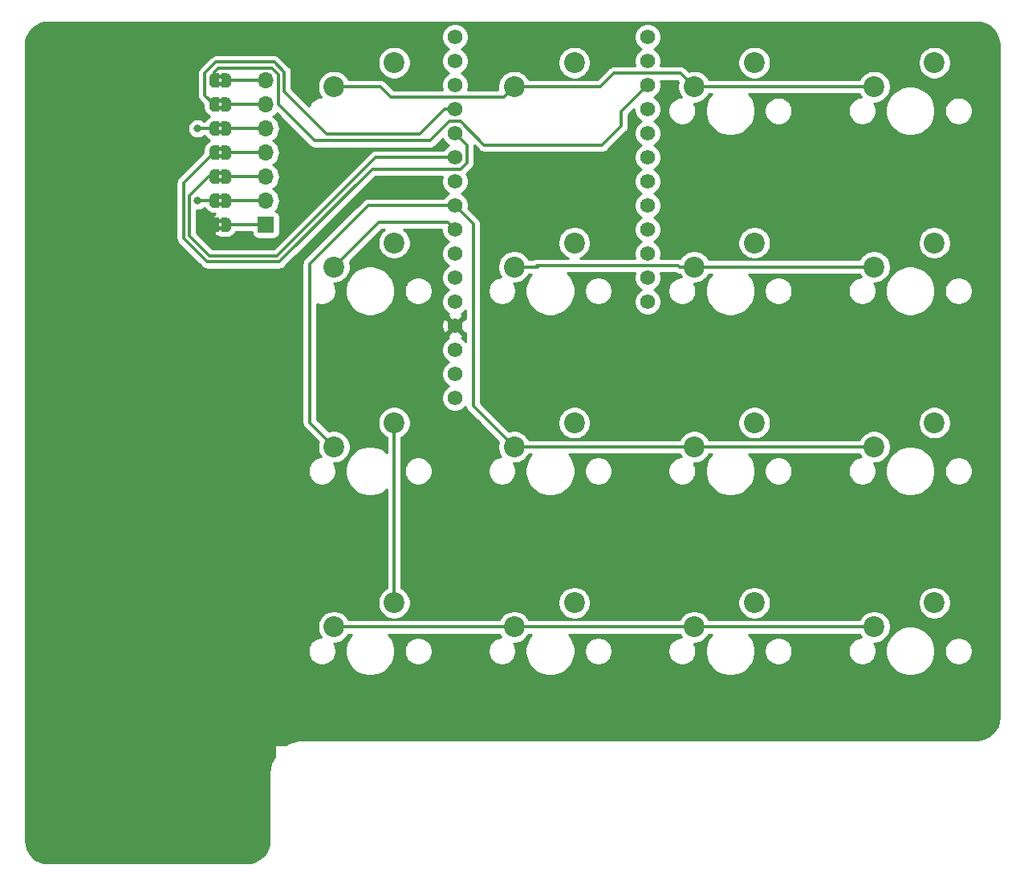
<source format=gbr>
G04 #@! TF.GenerationSoftware,KiCad,Pcbnew,(5.1.2-1)-1*
G04 #@! TF.CreationDate,2019-11-15T20:19:46-06:00*
G04 #@! TF.ProjectId,cherry-huzzah32,63686572-7279-42d6-9875-7a7a61683332,rev?*
G04 #@! TF.SameCoordinates,Original*
G04 #@! TF.FileFunction,Copper,L2,Bot*
G04 #@! TF.FilePolarity,Positive*
%FSLAX46Y46*%
G04 Gerber Fmt 4.6, Leading zero omitted, Abs format (unit mm)*
G04 Created by KiCad (PCBNEW (5.1.2-1)-1) date 2019-11-15 20:19:46*
%MOMM*%
%LPD*%
G04 APERTURE LIST*
%ADD10C,0.100000*%
%ADD11C,1.574800*%
%ADD12C,2.200000*%
%ADD13C,0.500000*%
%ADD14O,1.700000X1.700000*%
%ADD15R,1.700000X1.700000*%
%ADD16C,0.800000*%
%ADD17C,0.304800*%
%ADD18C,0.254000*%
G04 APERTURE END LIST*
D10*
G36*
X84436000Y-96174000D02*
G01*
X83936000Y-96174000D01*
X83936000Y-96574000D01*
X84436000Y-96574000D01*
X84436000Y-96174000D01*
G37*
G36*
X84436000Y-96974000D02*
G01*
X83936000Y-96974000D01*
X83936000Y-97374000D01*
X84436000Y-97374000D01*
X84436000Y-96974000D01*
G37*
G36*
X84436000Y-98714000D02*
G01*
X83936000Y-98714000D01*
X83936000Y-99114000D01*
X84436000Y-99114000D01*
X84436000Y-98714000D01*
G37*
G36*
X84436000Y-99514000D02*
G01*
X83936000Y-99514000D01*
X83936000Y-99914000D01*
X84436000Y-99914000D01*
X84436000Y-99514000D01*
G37*
G36*
X84436000Y-101254000D02*
G01*
X83936000Y-101254000D01*
X83936000Y-101654000D01*
X84436000Y-101654000D01*
X84436000Y-101254000D01*
G37*
G36*
X84436000Y-102054000D02*
G01*
X83936000Y-102054000D01*
X83936000Y-102454000D01*
X84436000Y-102454000D01*
X84436000Y-102054000D01*
G37*
G36*
X84436000Y-103794000D02*
G01*
X83936000Y-103794000D01*
X83936000Y-104194000D01*
X84436000Y-104194000D01*
X84436000Y-103794000D01*
G37*
G36*
X84436000Y-104594000D02*
G01*
X83936000Y-104594000D01*
X83936000Y-104994000D01*
X84436000Y-104994000D01*
X84436000Y-104594000D01*
G37*
G36*
X84436000Y-106334000D02*
G01*
X83936000Y-106334000D01*
X83936000Y-106734000D01*
X84436000Y-106734000D01*
X84436000Y-106334000D01*
G37*
G36*
X84436000Y-107134000D02*
G01*
X83936000Y-107134000D01*
X83936000Y-107534000D01*
X84436000Y-107534000D01*
X84436000Y-107134000D01*
G37*
G36*
X84436000Y-108874000D02*
G01*
X83936000Y-108874000D01*
X83936000Y-109274000D01*
X84436000Y-109274000D01*
X84436000Y-108874000D01*
G37*
G36*
X84436000Y-109674000D02*
G01*
X83936000Y-109674000D01*
X83936000Y-110074000D01*
X84436000Y-110074000D01*
X84436000Y-109674000D01*
G37*
G36*
X84436000Y-111414000D02*
G01*
X83936000Y-111414000D01*
X83936000Y-111814000D01*
X84436000Y-111814000D01*
X84436000Y-111414000D01*
G37*
G36*
X84436000Y-112214000D02*
G01*
X83936000Y-112214000D01*
X83936000Y-112614000D01*
X84436000Y-112614000D01*
X84436000Y-112214000D01*
G37*
D11*
X129286000Y-117602000D03*
X129286000Y-115062000D03*
X129286000Y-112522000D03*
X129286000Y-109982000D03*
X129286000Y-107442000D03*
X129286000Y-104902000D03*
X129286000Y-102362000D03*
X129286000Y-99822000D03*
X129286000Y-97282000D03*
X129286000Y-94742000D03*
X129286000Y-92202000D03*
X129286000Y-120142000D03*
X108966000Y-92202000D03*
X108966000Y-94742000D03*
X108966000Y-97282000D03*
X108966000Y-99822000D03*
X108966000Y-102362000D03*
X108966000Y-104902000D03*
X108966000Y-107442000D03*
X108966000Y-109982000D03*
X108966000Y-112522000D03*
X108966000Y-115062000D03*
X108966000Y-117602000D03*
X108966000Y-120142000D03*
X108966000Y-122682000D03*
X108966000Y-125222000D03*
X108966000Y-127762000D03*
X108966000Y-130302000D03*
D12*
X153190000Y-154460000D03*
X159540000Y-151920000D03*
X134190000Y-154460000D03*
X140540000Y-151920000D03*
X115190000Y-154460000D03*
X121540000Y-151920000D03*
X96190000Y-154460000D03*
X102540000Y-151920000D03*
X153190000Y-135460000D03*
X159540000Y-132920000D03*
X134190000Y-135460000D03*
X140540000Y-132920000D03*
X115190000Y-135460000D03*
X121540000Y-132920000D03*
X96190000Y-135460000D03*
X102540000Y-132920000D03*
X153190000Y-116460000D03*
X159540000Y-113920000D03*
X134190000Y-116460000D03*
X140540000Y-113920000D03*
X115190000Y-116460000D03*
X121540000Y-113920000D03*
X96190000Y-116460000D03*
X102540000Y-113920000D03*
X153190000Y-97460000D03*
X159540000Y-94920000D03*
X134190000Y-97460000D03*
X140540000Y-94920000D03*
X115190000Y-97460000D03*
X121540000Y-94920000D03*
X96190000Y-97460000D03*
X102540000Y-94920000D03*
D13*
X84836000Y-96774000D03*
D10*
G36*
X84336000Y-96024000D02*
G01*
X84836000Y-96024000D01*
X84836000Y-96024602D01*
X84860534Y-96024602D01*
X84909365Y-96029412D01*
X84957490Y-96038984D01*
X85004445Y-96053228D01*
X85049778Y-96072005D01*
X85093051Y-96095136D01*
X85133850Y-96122396D01*
X85171779Y-96153524D01*
X85206476Y-96188221D01*
X85237604Y-96226150D01*
X85264864Y-96266949D01*
X85287995Y-96310222D01*
X85306772Y-96355555D01*
X85321016Y-96402510D01*
X85330588Y-96450635D01*
X85335398Y-96499466D01*
X85335398Y-96524000D01*
X85336000Y-96524000D01*
X85336000Y-97024000D01*
X85335398Y-97024000D01*
X85335398Y-97048534D01*
X85330588Y-97097365D01*
X85321016Y-97145490D01*
X85306772Y-97192445D01*
X85287995Y-97237778D01*
X85264864Y-97281051D01*
X85237604Y-97321850D01*
X85206476Y-97359779D01*
X85171779Y-97394476D01*
X85133850Y-97425604D01*
X85093051Y-97452864D01*
X85049778Y-97475995D01*
X85004445Y-97494772D01*
X84957490Y-97509016D01*
X84909365Y-97518588D01*
X84860534Y-97523398D01*
X84836000Y-97523398D01*
X84836000Y-97524000D01*
X84336000Y-97524000D01*
X84336000Y-96024000D01*
X84336000Y-96024000D01*
G37*
D13*
X83536000Y-96774000D03*
D10*
G36*
X83536000Y-97523398D02*
G01*
X83511466Y-97523398D01*
X83462635Y-97518588D01*
X83414510Y-97509016D01*
X83367555Y-97494772D01*
X83322222Y-97475995D01*
X83278949Y-97452864D01*
X83238150Y-97425604D01*
X83200221Y-97394476D01*
X83165524Y-97359779D01*
X83134396Y-97321850D01*
X83107136Y-97281051D01*
X83084005Y-97237778D01*
X83065228Y-97192445D01*
X83050984Y-97145490D01*
X83041412Y-97097365D01*
X83036602Y-97048534D01*
X83036602Y-97024000D01*
X83036000Y-97024000D01*
X83036000Y-96524000D01*
X83036602Y-96524000D01*
X83036602Y-96499466D01*
X83041412Y-96450635D01*
X83050984Y-96402510D01*
X83065228Y-96355555D01*
X83084005Y-96310222D01*
X83107136Y-96266949D01*
X83134396Y-96226150D01*
X83165524Y-96188221D01*
X83200221Y-96153524D01*
X83238150Y-96122396D01*
X83278949Y-96095136D01*
X83322222Y-96072005D01*
X83367555Y-96053228D01*
X83414510Y-96038984D01*
X83462635Y-96029412D01*
X83511466Y-96024602D01*
X83536000Y-96024602D01*
X83536000Y-96024000D01*
X84036000Y-96024000D01*
X84036000Y-97524000D01*
X83536000Y-97524000D01*
X83536000Y-97523398D01*
X83536000Y-97523398D01*
G37*
D13*
X84836000Y-99314000D03*
D10*
G36*
X84336000Y-98564000D02*
G01*
X84836000Y-98564000D01*
X84836000Y-98564602D01*
X84860534Y-98564602D01*
X84909365Y-98569412D01*
X84957490Y-98578984D01*
X85004445Y-98593228D01*
X85049778Y-98612005D01*
X85093051Y-98635136D01*
X85133850Y-98662396D01*
X85171779Y-98693524D01*
X85206476Y-98728221D01*
X85237604Y-98766150D01*
X85264864Y-98806949D01*
X85287995Y-98850222D01*
X85306772Y-98895555D01*
X85321016Y-98942510D01*
X85330588Y-98990635D01*
X85335398Y-99039466D01*
X85335398Y-99064000D01*
X85336000Y-99064000D01*
X85336000Y-99564000D01*
X85335398Y-99564000D01*
X85335398Y-99588534D01*
X85330588Y-99637365D01*
X85321016Y-99685490D01*
X85306772Y-99732445D01*
X85287995Y-99777778D01*
X85264864Y-99821051D01*
X85237604Y-99861850D01*
X85206476Y-99899779D01*
X85171779Y-99934476D01*
X85133850Y-99965604D01*
X85093051Y-99992864D01*
X85049778Y-100015995D01*
X85004445Y-100034772D01*
X84957490Y-100049016D01*
X84909365Y-100058588D01*
X84860534Y-100063398D01*
X84836000Y-100063398D01*
X84836000Y-100064000D01*
X84336000Y-100064000D01*
X84336000Y-98564000D01*
X84336000Y-98564000D01*
G37*
D13*
X83536000Y-99314000D03*
D10*
G36*
X83536000Y-100063398D02*
G01*
X83511466Y-100063398D01*
X83462635Y-100058588D01*
X83414510Y-100049016D01*
X83367555Y-100034772D01*
X83322222Y-100015995D01*
X83278949Y-99992864D01*
X83238150Y-99965604D01*
X83200221Y-99934476D01*
X83165524Y-99899779D01*
X83134396Y-99861850D01*
X83107136Y-99821051D01*
X83084005Y-99777778D01*
X83065228Y-99732445D01*
X83050984Y-99685490D01*
X83041412Y-99637365D01*
X83036602Y-99588534D01*
X83036602Y-99564000D01*
X83036000Y-99564000D01*
X83036000Y-99064000D01*
X83036602Y-99064000D01*
X83036602Y-99039466D01*
X83041412Y-98990635D01*
X83050984Y-98942510D01*
X83065228Y-98895555D01*
X83084005Y-98850222D01*
X83107136Y-98806949D01*
X83134396Y-98766150D01*
X83165524Y-98728221D01*
X83200221Y-98693524D01*
X83238150Y-98662396D01*
X83278949Y-98635136D01*
X83322222Y-98612005D01*
X83367555Y-98593228D01*
X83414510Y-98578984D01*
X83462635Y-98569412D01*
X83511466Y-98564602D01*
X83536000Y-98564602D01*
X83536000Y-98564000D01*
X84036000Y-98564000D01*
X84036000Y-100064000D01*
X83536000Y-100064000D01*
X83536000Y-100063398D01*
X83536000Y-100063398D01*
G37*
D13*
X84836000Y-101854000D03*
D10*
G36*
X84336000Y-101104000D02*
G01*
X84836000Y-101104000D01*
X84836000Y-101104602D01*
X84860534Y-101104602D01*
X84909365Y-101109412D01*
X84957490Y-101118984D01*
X85004445Y-101133228D01*
X85049778Y-101152005D01*
X85093051Y-101175136D01*
X85133850Y-101202396D01*
X85171779Y-101233524D01*
X85206476Y-101268221D01*
X85237604Y-101306150D01*
X85264864Y-101346949D01*
X85287995Y-101390222D01*
X85306772Y-101435555D01*
X85321016Y-101482510D01*
X85330588Y-101530635D01*
X85335398Y-101579466D01*
X85335398Y-101604000D01*
X85336000Y-101604000D01*
X85336000Y-102104000D01*
X85335398Y-102104000D01*
X85335398Y-102128534D01*
X85330588Y-102177365D01*
X85321016Y-102225490D01*
X85306772Y-102272445D01*
X85287995Y-102317778D01*
X85264864Y-102361051D01*
X85237604Y-102401850D01*
X85206476Y-102439779D01*
X85171779Y-102474476D01*
X85133850Y-102505604D01*
X85093051Y-102532864D01*
X85049778Y-102555995D01*
X85004445Y-102574772D01*
X84957490Y-102589016D01*
X84909365Y-102598588D01*
X84860534Y-102603398D01*
X84836000Y-102603398D01*
X84836000Y-102604000D01*
X84336000Y-102604000D01*
X84336000Y-101104000D01*
X84336000Y-101104000D01*
G37*
D13*
X83536000Y-101854000D03*
D10*
G36*
X83536000Y-102603398D02*
G01*
X83511466Y-102603398D01*
X83462635Y-102598588D01*
X83414510Y-102589016D01*
X83367555Y-102574772D01*
X83322222Y-102555995D01*
X83278949Y-102532864D01*
X83238150Y-102505604D01*
X83200221Y-102474476D01*
X83165524Y-102439779D01*
X83134396Y-102401850D01*
X83107136Y-102361051D01*
X83084005Y-102317778D01*
X83065228Y-102272445D01*
X83050984Y-102225490D01*
X83041412Y-102177365D01*
X83036602Y-102128534D01*
X83036602Y-102104000D01*
X83036000Y-102104000D01*
X83036000Y-101604000D01*
X83036602Y-101604000D01*
X83036602Y-101579466D01*
X83041412Y-101530635D01*
X83050984Y-101482510D01*
X83065228Y-101435555D01*
X83084005Y-101390222D01*
X83107136Y-101346949D01*
X83134396Y-101306150D01*
X83165524Y-101268221D01*
X83200221Y-101233524D01*
X83238150Y-101202396D01*
X83278949Y-101175136D01*
X83322222Y-101152005D01*
X83367555Y-101133228D01*
X83414510Y-101118984D01*
X83462635Y-101109412D01*
X83511466Y-101104602D01*
X83536000Y-101104602D01*
X83536000Y-101104000D01*
X84036000Y-101104000D01*
X84036000Y-102604000D01*
X83536000Y-102604000D01*
X83536000Y-102603398D01*
X83536000Y-102603398D01*
G37*
D13*
X84836000Y-104394000D03*
D10*
G36*
X84336000Y-103644000D02*
G01*
X84836000Y-103644000D01*
X84836000Y-103644602D01*
X84860534Y-103644602D01*
X84909365Y-103649412D01*
X84957490Y-103658984D01*
X85004445Y-103673228D01*
X85049778Y-103692005D01*
X85093051Y-103715136D01*
X85133850Y-103742396D01*
X85171779Y-103773524D01*
X85206476Y-103808221D01*
X85237604Y-103846150D01*
X85264864Y-103886949D01*
X85287995Y-103930222D01*
X85306772Y-103975555D01*
X85321016Y-104022510D01*
X85330588Y-104070635D01*
X85335398Y-104119466D01*
X85335398Y-104144000D01*
X85336000Y-104144000D01*
X85336000Y-104644000D01*
X85335398Y-104644000D01*
X85335398Y-104668534D01*
X85330588Y-104717365D01*
X85321016Y-104765490D01*
X85306772Y-104812445D01*
X85287995Y-104857778D01*
X85264864Y-104901051D01*
X85237604Y-104941850D01*
X85206476Y-104979779D01*
X85171779Y-105014476D01*
X85133850Y-105045604D01*
X85093051Y-105072864D01*
X85049778Y-105095995D01*
X85004445Y-105114772D01*
X84957490Y-105129016D01*
X84909365Y-105138588D01*
X84860534Y-105143398D01*
X84836000Y-105143398D01*
X84836000Y-105144000D01*
X84336000Y-105144000D01*
X84336000Y-103644000D01*
X84336000Y-103644000D01*
G37*
D13*
X83536000Y-104394000D03*
D10*
G36*
X83536000Y-105143398D02*
G01*
X83511466Y-105143398D01*
X83462635Y-105138588D01*
X83414510Y-105129016D01*
X83367555Y-105114772D01*
X83322222Y-105095995D01*
X83278949Y-105072864D01*
X83238150Y-105045604D01*
X83200221Y-105014476D01*
X83165524Y-104979779D01*
X83134396Y-104941850D01*
X83107136Y-104901051D01*
X83084005Y-104857778D01*
X83065228Y-104812445D01*
X83050984Y-104765490D01*
X83041412Y-104717365D01*
X83036602Y-104668534D01*
X83036602Y-104644000D01*
X83036000Y-104644000D01*
X83036000Y-104144000D01*
X83036602Y-104144000D01*
X83036602Y-104119466D01*
X83041412Y-104070635D01*
X83050984Y-104022510D01*
X83065228Y-103975555D01*
X83084005Y-103930222D01*
X83107136Y-103886949D01*
X83134396Y-103846150D01*
X83165524Y-103808221D01*
X83200221Y-103773524D01*
X83238150Y-103742396D01*
X83278949Y-103715136D01*
X83322222Y-103692005D01*
X83367555Y-103673228D01*
X83414510Y-103658984D01*
X83462635Y-103649412D01*
X83511466Y-103644602D01*
X83536000Y-103644602D01*
X83536000Y-103644000D01*
X84036000Y-103644000D01*
X84036000Y-105144000D01*
X83536000Y-105144000D01*
X83536000Y-105143398D01*
X83536000Y-105143398D01*
G37*
D13*
X84836000Y-106934000D03*
D10*
G36*
X84336000Y-106184000D02*
G01*
X84836000Y-106184000D01*
X84836000Y-106184602D01*
X84860534Y-106184602D01*
X84909365Y-106189412D01*
X84957490Y-106198984D01*
X85004445Y-106213228D01*
X85049778Y-106232005D01*
X85093051Y-106255136D01*
X85133850Y-106282396D01*
X85171779Y-106313524D01*
X85206476Y-106348221D01*
X85237604Y-106386150D01*
X85264864Y-106426949D01*
X85287995Y-106470222D01*
X85306772Y-106515555D01*
X85321016Y-106562510D01*
X85330588Y-106610635D01*
X85335398Y-106659466D01*
X85335398Y-106684000D01*
X85336000Y-106684000D01*
X85336000Y-107184000D01*
X85335398Y-107184000D01*
X85335398Y-107208534D01*
X85330588Y-107257365D01*
X85321016Y-107305490D01*
X85306772Y-107352445D01*
X85287995Y-107397778D01*
X85264864Y-107441051D01*
X85237604Y-107481850D01*
X85206476Y-107519779D01*
X85171779Y-107554476D01*
X85133850Y-107585604D01*
X85093051Y-107612864D01*
X85049778Y-107635995D01*
X85004445Y-107654772D01*
X84957490Y-107669016D01*
X84909365Y-107678588D01*
X84860534Y-107683398D01*
X84836000Y-107683398D01*
X84836000Y-107684000D01*
X84336000Y-107684000D01*
X84336000Y-106184000D01*
X84336000Y-106184000D01*
G37*
D13*
X83536000Y-106934000D03*
D10*
G36*
X83536000Y-107683398D02*
G01*
X83511466Y-107683398D01*
X83462635Y-107678588D01*
X83414510Y-107669016D01*
X83367555Y-107654772D01*
X83322222Y-107635995D01*
X83278949Y-107612864D01*
X83238150Y-107585604D01*
X83200221Y-107554476D01*
X83165524Y-107519779D01*
X83134396Y-107481850D01*
X83107136Y-107441051D01*
X83084005Y-107397778D01*
X83065228Y-107352445D01*
X83050984Y-107305490D01*
X83041412Y-107257365D01*
X83036602Y-107208534D01*
X83036602Y-107184000D01*
X83036000Y-107184000D01*
X83036000Y-106684000D01*
X83036602Y-106684000D01*
X83036602Y-106659466D01*
X83041412Y-106610635D01*
X83050984Y-106562510D01*
X83065228Y-106515555D01*
X83084005Y-106470222D01*
X83107136Y-106426949D01*
X83134396Y-106386150D01*
X83165524Y-106348221D01*
X83200221Y-106313524D01*
X83238150Y-106282396D01*
X83278949Y-106255136D01*
X83322222Y-106232005D01*
X83367555Y-106213228D01*
X83414510Y-106198984D01*
X83462635Y-106189412D01*
X83511466Y-106184602D01*
X83536000Y-106184602D01*
X83536000Y-106184000D01*
X84036000Y-106184000D01*
X84036000Y-107684000D01*
X83536000Y-107684000D01*
X83536000Y-107683398D01*
X83536000Y-107683398D01*
G37*
D13*
X84836000Y-109474000D03*
D10*
G36*
X84336000Y-108724000D02*
G01*
X84836000Y-108724000D01*
X84836000Y-108724602D01*
X84860534Y-108724602D01*
X84909365Y-108729412D01*
X84957490Y-108738984D01*
X85004445Y-108753228D01*
X85049778Y-108772005D01*
X85093051Y-108795136D01*
X85133850Y-108822396D01*
X85171779Y-108853524D01*
X85206476Y-108888221D01*
X85237604Y-108926150D01*
X85264864Y-108966949D01*
X85287995Y-109010222D01*
X85306772Y-109055555D01*
X85321016Y-109102510D01*
X85330588Y-109150635D01*
X85335398Y-109199466D01*
X85335398Y-109224000D01*
X85336000Y-109224000D01*
X85336000Y-109724000D01*
X85335398Y-109724000D01*
X85335398Y-109748534D01*
X85330588Y-109797365D01*
X85321016Y-109845490D01*
X85306772Y-109892445D01*
X85287995Y-109937778D01*
X85264864Y-109981051D01*
X85237604Y-110021850D01*
X85206476Y-110059779D01*
X85171779Y-110094476D01*
X85133850Y-110125604D01*
X85093051Y-110152864D01*
X85049778Y-110175995D01*
X85004445Y-110194772D01*
X84957490Y-110209016D01*
X84909365Y-110218588D01*
X84860534Y-110223398D01*
X84836000Y-110223398D01*
X84836000Y-110224000D01*
X84336000Y-110224000D01*
X84336000Y-108724000D01*
X84336000Y-108724000D01*
G37*
D13*
X83536000Y-109474000D03*
D10*
G36*
X83536000Y-110223398D02*
G01*
X83511466Y-110223398D01*
X83462635Y-110218588D01*
X83414510Y-110209016D01*
X83367555Y-110194772D01*
X83322222Y-110175995D01*
X83278949Y-110152864D01*
X83238150Y-110125604D01*
X83200221Y-110094476D01*
X83165524Y-110059779D01*
X83134396Y-110021850D01*
X83107136Y-109981051D01*
X83084005Y-109937778D01*
X83065228Y-109892445D01*
X83050984Y-109845490D01*
X83041412Y-109797365D01*
X83036602Y-109748534D01*
X83036602Y-109724000D01*
X83036000Y-109724000D01*
X83036000Y-109224000D01*
X83036602Y-109224000D01*
X83036602Y-109199466D01*
X83041412Y-109150635D01*
X83050984Y-109102510D01*
X83065228Y-109055555D01*
X83084005Y-109010222D01*
X83107136Y-108966949D01*
X83134396Y-108926150D01*
X83165524Y-108888221D01*
X83200221Y-108853524D01*
X83238150Y-108822396D01*
X83278949Y-108795136D01*
X83322222Y-108772005D01*
X83367555Y-108753228D01*
X83414510Y-108738984D01*
X83462635Y-108729412D01*
X83511466Y-108724602D01*
X83536000Y-108724602D01*
X83536000Y-108724000D01*
X84036000Y-108724000D01*
X84036000Y-110224000D01*
X83536000Y-110224000D01*
X83536000Y-110223398D01*
X83536000Y-110223398D01*
G37*
D13*
X84836000Y-112014000D03*
D10*
G36*
X84336000Y-111264000D02*
G01*
X84836000Y-111264000D01*
X84836000Y-111264602D01*
X84860534Y-111264602D01*
X84909365Y-111269412D01*
X84957490Y-111278984D01*
X85004445Y-111293228D01*
X85049778Y-111312005D01*
X85093051Y-111335136D01*
X85133850Y-111362396D01*
X85171779Y-111393524D01*
X85206476Y-111428221D01*
X85237604Y-111466150D01*
X85264864Y-111506949D01*
X85287995Y-111550222D01*
X85306772Y-111595555D01*
X85321016Y-111642510D01*
X85330588Y-111690635D01*
X85335398Y-111739466D01*
X85335398Y-111764000D01*
X85336000Y-111764000D01*
X85336000Y-112264000D01*
X85335398Y-112264000D01*
X85335398Y-112288534D01*
X85330588Y-112337365D01*
X85321016Y-112385490D01*
X85306772Y-112432445D01*
X85287995Y-112477778D01*
X85264864Y-112521051D01*
X85237604Y-112561850D01*
X85206476Y-112599779D01*
X85171779Y-112634476D01*
X85133850Y-112665604D01*
X85093051Y-112692864D01*
X85049778Y-112715995D01*
X85004445Y-112734772D01*
X84957490Y-112749016D01*
X84909365Y-112758588D01*
X84860534Y-112763398D01*
X84836000Y-112763398D01*
X84836000Y-112764000D01*
X84336000Y-112764000D01*
X84336000Y-111264000D01*
X84336000Y-111264000D01*
G37*
D13*
X83536000Y-112014000D03*
D10*
G36*
X83536000Y-112763398D02*
G01*
X83511466Y-112763398D01*
X83462635Y-112758588D01*
X83414510Y-112749016D01*
X83367555Y-112734772D01*
X83322222Y-112715995D01*
X83278949Y-112692864D01*
X83238150Y-112665604D01*
X83200221Y-112634476D01*
X83165524Y-112599779D01*
X83134396Y-112561850D01*
X83107136Y-112521051D01*
X83084005Y-112477778D01*
X83065228Y-112432445D01*
X83050984Y-112385490D01*
X83041412Y-112337365D01*
X83036602Y-112288534D01*
X83036602Y-112264000D01*
X83036000Y-112264000D01*
X83036000Y-111764000D01*
X83036602Y-111764000D01*
X83036602Y-111739466D01*
X83041412Y-111690635D01*
X83050984Y-111642510D01*
X83065228Y-111595555D01*
X83084005Y-111550222D01*
X83107136Y-111506949D01*
X83134396Y-111466150D01*
X83165524Y-111428221D01*
X83200221Y-111393524D01*
X83238150Y-111362396D01*
X83278949Y-111335136D01*
X83322222Y-111312005D01*
X83367555Y-111293228D01*
X83414510Y-111278984D01*
X83462635Y-111269412D01*
X83511466Y-111264602D01*
X83536000Y-111264602D01*
X83536000Y-111264000D01*
X84036000Y-111264000D01*
X84036000Y-112764000D01*
X83536000Y-112764000D01*
X83536000Y-112763398D01*
X83536000Y-112763398D01*
G37*
D14*
X89000000Y-96774000D03*
X89000000Y-99314000D03*
X89000000Y-101854000D03*
X89000000Y-104394000D03*
X89000000Y-106934000D03*
X89000000Y-109474000D03*
D15*
X89000000Y-112014000D03*
D16*
X81788000Y-109474000D03*
X81788000Y-101854000D03*
X83566000Y-113411000D03*
D17*
X85436000Y-96774000D02*
X89000000Y-96774000D01*
X84836000Y-96774000D02*
X85436000Y-96774000D01*
X89000000Y-99314000D02*
X84836000Y-99314000D01*
X85028118Y-101854000D02*
X84932059Y-101757941D01*
X89000000Y-101854000D02*
X85028118Y-101854000D01*
X87797919Y-104394000D02*
X84836000Y-104394000D01*
X89000000Y-104394000D02*
X87797919Y-104394000D01*
X87797919Y-106934000D02*
X84836000Y-106934000D01*
X89000000Y-106934000D02*
X87797919Y-106934000D01*
X87797919Y-109474000D02*
X84836000Y-109474000D01*
X89000000Y-109474000D02*
X87797919Y-109474000D01*
X89000000Y-112014000D02*
X84836000Y-112014000D01*
X83536000Y-109474000D02*
X82936000Y-109474000D01*
X82936000Y-109474000D02*
X81788000Y-109474000D01*
X83536000Y-101854000D02*
X81788000Y-101854000D01*
X132767399Y-96037399D02*
X134190000Y-97460000D01*
X125704601Y-96037399D02*
X132767399Y-96037399D01*
X124282000Y-97460000D02*
X125704601Y-96037399D01*
X115190000Y-97460000D02*
X124282000Y-97460000D01*
X134190000Y-97460000D02*
X153190000Y-97460000D01*
X97745634Y-97460000D02*
X96190000Y-97460000D01*
X101096658Y-97460000D02*
X97745634Y-97460000D01*
X102196657Y-98559999D02*
X101096658Y-97460000D01*
X114090001Y-98559999D02*
X102196657Y-98559999D01*
X115190000Y-97460000D02*
X114090001Y-98559999D01*
X102540000Y-132920000D02*
X102540000Y-151920000D01*
X153190000Y-116460000D02*
X134190000Y-116460000D01*
X132634366Y-116460000D02*
X132506366Y-116332000D01*
X134190000Y-116460000D02*
X132634366Y-116460000D01*
X132506366Y-116332000D02*
X118110000Y-116332000D01*
X117728000Y-116460000D02*
X115190000Y-116460000D01*
X117856000Y-116332000D02*
X117728000Y-116460000D01*
X118110000Y-116332000D02*
X117856000Y-116332000D01*
X117856000Y-116332000D02*
X117601999Y-116332000D01*
X96190000Y-116460000D02*
X100915399Y-111734601D01*
X108178601Y-111734601D02*
X108966000Y-112522000D01*
X100915399Y-111734601D02*
X108178601Y-111734601D01*
X115190000Y-135460000D02*
X134190000Y-135460000D01*
X134190000Y-135460000D02*
X153190000Y-135460000D01*
X108966000Y-109982000D02*
X99795120Y-109982000D01*
X99795120Y-109982000D02*
X93612799Y-116164321D01*
X93612799Y-116164321D02*
X93612799Y-132882799D01*
X93612799Y-132882799D02*
X96190000Y-135460000D01*
X108966000Y-109982000D02*
X110871000Y-111887000D01*
X110871000Y-131141000D02*
X111912000Y-132182000D01*
X110871000Y-111887000D02*
X110871000Y-131141000D01*
X111912000Y-132182000D02*
X115190000Y-135460000D01*
X151634366Y-154460000D02*
X96190000Y-154460000D01*
X153190000Y-154460000D02*
X151634366Y-154460000D01*
X83536000Y-113381000D02*
X83566000Y-113411000D01*
X83536000Y-112014000D02*
X83536000Y-113381000D01*
X100610880Y-104902000D02*
X107852449Y-104902000D01*
X83058000Y-115316000D02*
X90196880Y-115316000D01*
X83536000Y-106934000D02*
X82936000Y-106934000D01*
X82936000Y-106934000D02*
X80930798Y-108939202D01*
X80930798Y-113188798D02*
X83058000Y-115316000D01*
X80930798Y-108939202D02*
X80930798Y-113188798D01*
X107852449Y-104902000D02*
X108966000Y-104902000D01*
X90196880Y-115316000D02*
X100610880Y-104902000D01*
X109753399Y-103149399D02*
X108966000Y-102362000D01*
X110210601Y-103606601D02*
X109753399Y-103149399D01*
X100228399Y-106146601D02*
X109563409Y-106146601D01*
X82805491Y-115925611D02*
X90449389Y-115925611D01*
X80321188Y-107608812D02*
X80321188Y-113441308D01*
X90449389Y-115925611D02*
X100228399Y-106146601D01*
X110210601Y-105499409D02*
X110210601Y-103606601D01*
X109563409Y-106146601D02*
X110210601Y-105499409D01*
X83536000Y-104394000D02*
X80321188Y-107608812D01*
X80321188Y-113441308D02*
X82805491Y-115925611D01*
X89879967Y-94857189D02*
X90932000Y-95909222D01*
X82578790Y-96021500D02*
X83743100Y-94857188D01*
X83743100Y-94857188D02*
X89879967Y-94857189D01*
X90932000Y-97946658D02*
X95442543Y-102457201D01*
X107852449Y-99822000D02*
X108966000Y-99822000D01*
X83536000Y-99314000D02*
X82578790Y-98356790D01*
X82578790Y-98356790D02*
X82578790Y-96021500D01*
X95442543Y-102457201D02*
X105217248Y-102457201D01*
X105217248Y-102457201D02*
X107852449Y-99822000D01*
X90932000Y-95909222D02*
X90932000Y-97946658D01*
X109563409Y-101117399D02*
X112052611Y-103606601D01*
X89627457Y-95466799D02*
X90322389Y-96161731D01*
X128498601Y-98069399D02*
X129286000Y-97282000D01*
X83536000Y-96774000D02*
X83536000Y-95926408D01*
X90322389Y-96161731D02*
X90322389Y-99312509D01*
X90322389Y-99312509D02*
X94159270Y-103149390D01*
X106336600Y-103149390D02*
X108368591Y-101117399D01*
X83995609Y-95466799D02*
X89627457Y-95466799D01*
X108368591Y-101117399D02*
X109563409Y-101117399D01*
X124485399Y-103606601D02*
X126492000Y-101600000D01*
X126492000Y-100076000D02*
X128498601Y-98069399D01*
X83536000Y-95926408D02*
X83995609Y-95466799D01*
X94159270Y-103149390D02*
X106336600Y-103149390D01*
X112052611Y-103606601D02*
X124485399Y-103606601D01*
X126492000Y-101600000D02*
X126492000Y-100076000D01*
D18*
G36*
X164453893Y-90707670D02*
G01*
X164890498Y-90839489D01*
X165293185Y-91053600D01*
X165646612Y-91341848D01*
X165937327Y-91693261D01*
X166154242Y-92094439D01*
X166289106Y-92530113D01*
X166340000Y-93014344D01*
X166340001Y-163967711D01*
X166292330Y-164453894D01*
X166160512Y-164890497D01*
X165946399Y-165293186D01*
X165658150Y-165646613D01*
X165306739Y-165937327D01*
X164905564Y-166154240D01*
X164469886Y-166289106D01*
X163985664Y-166340000D01*
X92967581Y-166340000D01*
X92937937Y-166342920D01*
X92919238Y-166342789D01*
X92910067Y-166343689D01*
X92327777Y-166404890D01*
X92269191Y-166416916D01*
X92210420Y-166428127D01*
X92201598Y-166430790D01*
X91642285Y-166603928D01*
X91587167Y-166627098D01*
X91531678Y-166649516D01*
X91523542Y-166653843D01*
X91118218Y-166873000D01*
X90000000Y-166873000D01*
X89975224Y-166875440D01*
X89951399Y-166882667D01*
X89929443Y-166894403D01*
X89910197Y-166910197D01*
X89894403Y-166929443D01*
X89882667Y-166951399D01*
X89875440Y-166975224D01*
X89873000Y-167000000D01*
X89873000Y-168115528D01*
X89643616Y-168546938D01*
X89620812Y-168602265D01*
X89597256Y-168657225D01*
X89594531Y-168666029D01*
X89425304Y-169226536D01*
X89413682Y-169285231D01*
X89401248Y-169343727D01*
X89400285Y-169352892D01*
X89343150Y-169935595D01*
X89340000Y-169967582D01*
X89340001Y-176967711D01*
X89292330Y-177453894D01*
X89160512Y-177890497D01*
X88946399Y-178293186D01*
X88658150Y-178646613D01*
X88306739Y-178937327D01*
X87905564Y-179154240D01*
X87469886Y-179289106D01*
X86985664Y-179340000D01*
X66032279Y-179340000D01*
X65546106Y-179292330D01*
X65109503Y-179160512D01*
X64706814Y-178946399D01*
X64353387Y-178658150D01*
X64062673Y-178306739D01*
X63845760Y-177905564D01*
X63710894Y-177469886D01*
X63660000Y-176985664D01*
X63660000Y-156853740D01*
X93435000Y-156853740D01*
X93435000Y-157146260D01*
X93492068Y-157433158D01*
X93604010Y-157703411D01*
X93766525Y-157946632D01*
X93973368Y-158153475D01*
X94216589Y-158315990D01*
X94486842Y-158427932D01*
X94773740Y-158485000D01*
X95066260Y-158485000D01*
X95353158Y-158427932D01*
X95623411Y-158315990D01*
X95866632Y-158153475D01*
X96073475Y-157946632D01*
X96235990Y-157703411D01*
X96347932Y-157433158D01*
X96405000Y-157146260D01*
X96405000Y-156853740D01*
X96347932Y-156566842D01*
X96235990Y-156296589D01*
X96168110Y-156195000D01*
X96360883Y-156195000D01*
X96696081Y-156128325D01*
X97011831Y-155997537D01*
X97295998Y-155807663D01*
X97537663Y-155565998D01*
X97727537Y-155281831D01*
X97741799Y-155247400D01*
X98026147Y-155247400D01*
X97953262Y-155320285D01*
X97664893Y-155751859D01*
X97466261Y-156231399D01*
X97365000Y-156740475D01*
X97365000Y-157259525D01*
X97466261Y-157768601D01*
X97664893Y-158248141D01*
X97953262Y-158679715D01*
X98320285Y-159046738D01*
X98751859Y-159335107D01*
X99231399Y-159533739D01*
X99740475Y-159635000D01*
X100259525Y-159635000D01*
X100768601Y-159533739D01*
X101248141Y-159335107D01*
X101679715Y-159046738D01*
X102046738Y-158679715D01*
X102335107Y-158248141D01*
X102533739Y-157768601D01*
X102635000Y-157259525D01*
X102635000Y-156853740D01*
X103595000Y-156853740D01*
X103595000Y-157146260D01*
X103652068Y-157433158D01*
X103764010Y-157703411D01*
X103926525Y-157946632D01*
X104133368Y-158153475D01*
X104376589Y-158315990D01*
X104646842Y-158427932D01*
X104933740Y-158485000D01*
X105226260Y-158485000D01*
X105513158Y-158427932D01*
X105783411Y-158315990D01*
X106026632Y-158153475D01*
X106233475Y-157946632D01*
X106395990Y-157703411D01*
X106507932Y-157433158D01*
X106565000Y-157146260D01*
X106565000Y-156853740D01*
X106507932Y-156566842D01*
X106395990Y-156296589D01*
X106233475Y-156053368D01*
X106026632Y-155846525D01*
X105783411Y-155684010D01*
X105513158Y-155572068D01*
X105226260Y-155515000D01*
X104933740Y-155515000D01*
X104646842Y-155572068D01*
X104376589Y-155684010D01*
X104133368Y-155846525D01*
X103926525Y-156053368D01*
X103764010Y-156296589D01*
X103652068Y-156566842D01*
X103595000Y-156853740D01*
X102635000Y-156853740D01*
X102635000Y-156740475D01*
X102533739Y-156231399D01*
X102335107Y-155751859D01*
X102046738Y-155320285D01*
X101973853Y-155247400D01*
X113638201Y-155247400D01*
X113652463Y-155281831D01*
X113808261Y-155515000D01*
X113773740Y-155515000D01*
X113486842Y-155572068D01*
X113216589Y-155684010D01*
X112973368Y-155846525D01*
X112766525Y-156053368D01*
X112604010Y-156296589D01*
X112492068Y-156566842D01*
X112435000Y-156853740D01*
X112435000Y-157146260D01*
X112492068Y-157433158D01*
X112604010Y-157703411D01*
X112766525Y-157946632D01*
X112973368Y-158153475D01*
X113216589Y-158315990D01*
X113486842Y-158427932D01*
X113773740Y-158485000D01*
X114066260Y-158485000D01*
X114353158Y-158427932D01*
X114623411Y-158315990D01*
X114866632Y-158153475D01*
X115073475Y-157946632D01*
X115235990Y-157703411D01*
X115347932Y-157433158D01*
X115405000Y-157146260D01*
X115405000Y-156853740D01*
X115347932Y-156566842D01*
X115235990Y-156296589D01*
X115168110Y-156195000D01*
X115360883Y-156195000D01*
X115696081Y-156128325D01*
X116011831Y-155997537D01*
X116295998Y-155807663D01*
X116537663Y-155565998D01*
X116727537Y-155281831D01*
X116741799Y-155247400D01*
X117026147Y-155247400D01*
X116953262Y-155320285D01*
X116664893Y-155751859D01*
X116466261Y-156231399D01*
X116365000Y-156740475D01*
X116365000Y-157259525D01*
X116466261Y-157768601D01*
X116664893Y-158248141D01*
X116953262Y-158679715D01*
X117320285Y-159046738D01*
X117751859Y-159335107D01*
X118231399Y-159533739D01*
X118740475Y-159635000D01*
X119259525Y-159635000D01*
X119768601Y-159533739D01*
X120248141Y-159335107D01*
X120679715Y-159046738D01*
X121046738Y-158679715D01*
X121335107Y-158248141D01*
X121533739Y-157768601D01*
X121635000Y-157259525D01*
X121635000Y-156853740D01*
X122595000Y-156853740D01*
X122595000Y-157146260D01*
X122652068Y-157433158D01*
X122764010Y-157703411D01*
X122926525Y-157946632D01*
X123133368Y-158153475D01*
X123376589Y-158315990D01*
X123646842Y-158427932D01*
X123933740Y-158485000D01*
X124226260Y-158485000D01*
X124513158Y-158427932D01*
X124783411Y-158315990D01*
X125026632Y-158153475D01*
X125233475Y-157946632D01*
X125395990Y-157703411D01*
X125507932Y-157433158D01*
X125565000Y-157146260D01*
X125565000Y-156853740D01*
X125507932Y-156566842D01*
X125395990Y-156296589D01*
X125233475Y-156053368D01*
X125026632Y-155846525D01*
X124783411Y-155684010D01*
X124513158Y-155572068D01*
X124226260Y-155515000D01*
X123933740Y-155515000D01*
X123646842Y-155572068D01*
X123376589Y-155684010D01*
X123133368Y-155846525D01*
X122926525Y-156053368D01*
X122764010Y-156296589D01*
X122652068Y-156566842D01*
X122595000Y-156853740D01*
X121635000Y-156853740D01*
X121635000Y-156740475D01*
X121533739Y-156231399D01*
X121335107Y-155751859D01*
X121046738Y-155320285D01*
X120973853Y-155247400D01*
X132638201Y-155247400D01*
X132652463Y-155281831D01*
X132808261Y-155515000D01*
X132773740Y-155515000D01*
X132486842Y-155572068D01*
X132216589Y-155684010D01*
X131973368Y-155846525D01*
X131766525Y-156053368D01*
X131604010Y-156296589D01*
X131492068Y-156566842D01*
X131435000Y-156853740D01*
X131435000Y-157146260D01*
X131492068Y-157433158D01*
X131604010Y-157703411D01*
X131766525Y-157946632D01*
X131973368Y-158153475D01*
X132216589Y-158315990D01*
X132486842Y-158427932D01*
X132773740Y-158485000D01*
X133066260Y-158485000D01*
X133353158Y-158427932D01*
X133623411Y-158315990D01*
X133866632Y-158153475D01*
X134073475Y-157946632D01*
X134235990Y-157703411D01*
X134347932Y-157433158D01*
X134405000Y-157146260D01*
X134405000Y-156853740D01*
X134347932Y-156566842D01*
X134235990Y-156296589D01*
X134168110Y-156195000D01*
X134360883Y-156195000D01*
X134696081Y-156128325D01*
X135011831Y-155997537D01*
X135295998Y-155807663D01*
X135537663Y-155565998D01*
X135727537Y-155281831D01*
X135741799Y-155247400D01*
X136026147Y-155247400D01*
X135953262Y-155320285D01*
X135664893Y-155751859D01*
X135466261Y-156231399D01*
X135365000Y-156740475D01*
X135365000Y-157259525D01*
X135466261Y-157768601D01*
X135664893Y-158248141D01*
X135953262Y-158679715D01*
X136320285Y-159046738D01*
X136751859Y-159335107D01*
X137231399Y-159533739D01*
X137740475Y-159635000D01*
X138259525Y-159635000D01*
X138768601Y-159533739D01*
X139248141Y-159335107D01*
X139679715Y-159046738D01*
X140046738Y-158679715D01*
X140335107Y-158248141D01*
X140533739Y-157768601D01*
X140635000Y-157259525D01*
X140635000Y-156853740D01*
X141595000Y-156853740D01*
X141595000Y-157146260D01*
X141652068Y-157433158D01*
X141764010Y-157703411D01*
X141926525Y-157946632D01*
X142133368Y-158153475D01*
X142376589Y-158315990D01*
X142646842Y-158427932D01*
X142933740Y-158485000D01*
X143226260Y-158485000D01*
X143513158Y-158427932D01*
X143783411Y-158315990D01*
X144026632Y-158153475D01*
X144233475Y-157946632D01*
X144395990Y-157703411D01*
X144507932Y-157433158D01*
X144565000Y-157146260D01*
X144565000Y-156853740D01*
X144507932Y-156566842D01*
X144395990Y-156296589D01*
X144233475Y-156053368D01*
X144026632Y-155846525D01*
X143783411Y-155684010D01*
X143513158Y-155572068D01*
X143226260Y-155515000D01*
X142933740Y-155515000D01*
X142646842Y-155572068D01*
X142376589Y-155684010D01*
X142133368Y-155846525D01*
X141926525Y-156053368D01*
X141764010Y-156296589D01*
X141652068Y-156566842D01*
X141595000Y-156853740D01*
X140635000Y-156853740D01*
X140635000Y-156740475D01*
X140533739Y-156231399D01*
X140335107Y-155751859D01*
X140046738Y-155320285D01*
X139973853Y-155247400D01*
X151638201Y-155247400D01*
X151652463Y-155281831D01*
X151808261Y-155515000D01*
X151773740Y-155515000D01*
X151486842Y-155572068D01*
X151216589Y-155684010D01*
X150973368Y-155846525D01*
X150766525Y-156053368D01*
X150604010Y-156296589D01*
X150492068Y-156566842D01*
X150435000Y-156853740D01*
X150435000Y-157146260D01*
X150492068Y-157433158D01*
X150604010Y-157703411D01*
X150766525Y-157946632D01*
X150973368Y-158153475D01*
X151216589Y-158315990D01*
X151486842Y-158427932D01*
X151773740Y-158485000D01*
X152066260Y-158485000D01*
X152353158Y-158427932D01*
X152623411Y-158315990D01*
X152866632Y-158153475D01*
X153073475Y-157946632D01*
X153235990Y-157703411D01*
X153347932Y-157433158D01*
X153405000Y-157146260D01*
X153405000Y-156853740D01*
X153382471Y-156740475D01*
X154365000Y-156740475D01*
X154365000Y-157259525D01*
X154466261Y-157768601D01*
X154664893Y-158248141D01*
X154953262Y-158679715D01*
X155320285Y-159046738D01*
X155751859Y-159335107D01*
X156231399Y-159533739D01*
X156740475Y-159635000D01*
X157259525Y-159635000D01*
X157768601Y-159533739D01*
X158248141Y-159335107D01*
X158679715Y-159046738D01*
X159046738Y-158679715D01*
X159335107Y-158248141D01*
X159533739Y-157768601D01*
X159635000Y-157259525D01*
X159635000Y-156853740D01*
X160595000Y-156853740D01*
X160595000Y-157146260D01*
X160652068Y-157433158D01*
X160764010Y-157703411D01*
X160926525Y-157946632D01*
X161133368Y-158153475D01*
X161376589Y-158315990D01*
X161646842Y-158427932D01*
X161933740Y-158485000D01*
X162226260Y-158485000D01*
X162513158Y-158427932D01*
X162783411Y-158315990D01*
X163026632Y-158153475D01*
X163233475Y-157946632D01*
X163395990Y-157703411D01*
X163507932Y-157433158D01*
X163565000Y-157146260D01*
X163565000Y-156853740D01*
X163507932Y-156566842D01*
X163395990Y-156296589D01*
X163233475Y-156053368D01*
X163026632Y-155846525D01*
X162783411Y-155684010D01*
X162513158Y-155572068D01*
X162226260Y-155515000D01*
X161933740Y-155515000D01*
X161646842Y-155572068D01*
X161376589Y-155684010D01*
X161133368Y-155846525D01*
X160926525Y-156053368D01*
X160764010Y-156296589D01*
X160652068Y-156566842D01*
X160595000Y-156853740D01*
X159635000Y-156853740D01*
X159635000Y-156740475D01*
X159533739Y-156231399D01*
X159335107Y-155751859D01*
X159046738Y-155320285D01*
X158679715Y-154953262D01*
X158248141Y-154664893D01*
X157768601Y-154466261D01*
X157259525Y-154365000D01*
X156740475Y-154365000D01*
X156231399Y-154466261D01*
X155751859Y-154664893D01*
X155320285Y-154953262D01*
X154953262Y-155320285D01*
X154664893Y-155751859D01*
X154466261Y-156231399D01*
X154365000Y-156740475D01*
X153382471Y-156740475D01*
X153347932Y-156566842D01*
X153235990Y-156296589D01*
X153168110Y-156195000D01*
X153360883Y-156195000D01*
X153696081Y-156128325D01*
X154011831Y-155997537D01*
X154295998Y-155807663D01*
X154537663Y-155565998D01*
X154727537Y-155281831D01*
X154858325Y-154966081D01*
X154925000Y-154630883D01*
X154925000Y-154289117D01*
X154858325Y-153953919D01*
X154727537Y-153638169D01*
X154537663Y-153354002D01*
X154295998Y-153112337D01*
X154011831Y-152922463D01*
X153696081Y-152791675D01*
X153360883Y-152725000D01*
X153019117Y-152725000D01*
X152683919Y-152791675D01*
X152368169Y-152922463D01*
X152084002Y-153112337D01*
X151842337Y-153354002D01*
X151652463Y-153638169D01*
X151638201Y-153672600D01*
X135741799Y-153672600D01*
X135727537Y-153638169D01*
X135537663Y-153354002D01*
X135295998Y-153112337D01*
X135011831Y-152922463D01*
X134696081Y-152791675D01*
X134360883Y-152725000D01*
X134019117Y-152725000D01*
X133683919Y-152791675D01*
X133368169Y-152922463D01*
X133084002Y-153112337D01*
X132842337Y-153354002D01*
X132652463Y-153638169D01*
X132638201Y-153672600D01*
X116741799Y-153672600D01*
X116727537Y-153638169D01*
X116537663Y-153354002D01*
X116295998Y-153112337D01*
X116011831Y-152922463D01*
X115696081Y-152791675D01*
X115360883Y-152725000D01*
X115019117Y-152725000D01*
X114683919Y-152791675D01*
X114368169Y-152922463D01*
X114084002Y-153112337D01*
X113842337Y-153354002D01*
X113652463Y-153638169D01*
X113638201Y-153672600D01*
X97741799Y-153672600D01*
X97727537Y-153638169D01*
X97537663Y-153354002D01*
X97295998Y-153112337D01*
X97011831Y-152922463D01*
X96696081Y-152791675D01*
X96360883Y-152725000D01*
X96019117Y-152725000D01*
X95683919Y-152791675D01*
X95368169Y-152922463D01*
X95084002Y-153112337D01*
X94842337Y-153354002D01*
X94652463Y-153638169D01*
X94521675Y-153953919D01*
X94455000Y-154289117D01*
X94455000Y-154630883D01*
X94521675Y-154966081D01*
X94652463Y-155281831D01*
X94808261Y-155515000D01*
X94773740Y-155515000D01*
X94486842Y-155572068D01*
X94216589Y-155684010D01*
X93973368Y-155846525D01*
X93766525Y-156053368D01*
X93604010Y-156296589D01*
X93492068Y-156566842D01*
X93435000Y-156853740D01*
X63660000Y-156853740D01*
X63660000Y-107608812D01*
X79529980Y-107608812D01*
X79533788Y-107647475D01*
X79533789Y-113402635D01*
X79529980Y-113441308D01*
X79545183Y-113595665D01*
X79590206Y-113744090D01*
X79645034Y-113846664D01*
X79663323Y-113880880D01*
X79761720Y-114000777D01*
X79791761Y-114025431D01*
X82221368Y-116455039D01*
X82246022Y-116485080D01*
X82365919Y-116583477D01*
X82502708Y-116656593D01*
X82651134Y-116701617D01*
X82766818Y-116713011D01*
X82766828Y-116713011D01*
X82805491Y-116716819D01*
X82844154Y-116713011D01*
X90410726Y-116713011D01*
X90449389Y-116716819D01*
X90488052Y-116713011D01*
X90488062Y-116713011D01*
X90603746Y-116701617D01*
X90752172Y-116656593D01*
X90888961Y-116583477D01*
X91008858Y-116485080D01*
X91033517Y-116455033D01*
X100554551Y-106934001D01*
X107636826Y-106934001D01*
X107598262Y-107027101D01*
X107543600Y-107301906D01*
X107543600Y-107582094D01*
X107598262Y-107856899D01*
X107705486Y-108115759D01*
X107861150Y-108348727D01*
X108059273Y-108546850D01*
X108292241Y-108702514D01*
X108315142Y-108712000D01*
X108292241Y-108721486D01*
X108059273Y-108877150D01*
X107861150Y-109075273D01*
X107781418Y-109194600D01*
X99833782Y-109194600D01*
X99795119Y-109190792D01*
X99756456Y-109194600D01*
X99756447Y-109194600D01*
X99640763Y-109205994D01*
X99492337Y-109251018D01*
X99355548Y-109324134D01*
X99329175Y-109345778D01*
X99265689Y-109397879D01*
X99265687Y-109397881D01*
X99235651Y-109422531D01*
X99211001Y-109452567D01*
X93083377Y-115580193D01*
X93053330Y-115604852D01*
X92954933Y-115724750D01*
X92881817Y-115861539D01*
X92836793Y-116009965D01*
X92825399Y-116125649D01*
X92825399Y-116125658D01*
X92821591Y-116164321D01*
X92825399Y-116202984D01*
X92825400Y-132844126D01*
X92821591Y-132882799D01*
X92836794Y-133037156D01*
X92881817Y-133185581D01*
X92881818Y-133185582D01*
X92954934Y-133322371D01*
X93053331Y-133442268D01*
X93083372Y-133466922D01*
X94535937Y-134919488D01*
X94521675Y-134953919D01*
X94455000Y-135289117D01*
X94455000Y-135630883D01*
X94521675Y-135966081D01*
X94652463Y-136281831D01*
X94808261Y-136515000D01*
X94773740Y-136515000D01*
X94486842Y-136572068D01*
X94216589Y-136684010D01*
X93973368Y-136846525D01*
X93766525Y-137053368D01*
X93604010Y-137296589D01*
X93492068Y-137566842D01*
X93435000Y-137853740D01*
X93435000Y-138146260D01*
X93492068Y-138433158D01*
X93604010Y-138703411D01*
X93766525Y-138946632D01*
X93973368Y-139153475D01*
X94216589Y-139315990D01*
X94486842Y-139427932D01*
X94773740Y-139485000D01*
X95066260Y-139485000D01*
X95353158Y-139427932D01*
X95623411Y-139315990D01*
X95866632Y-139153475D01*
X96073475Y-138946632D01*
X96235990Y-138703411D01*
X96347932Y-138433158D01*
X96405000Y-138146260D01*
X96405000Y-137853740D01*
X96382471Y-137740475D01*
X97365000Y-137740475D01*
X97365000Y-138259525D01*
X97466261Y-138768601D01*
X97664893Y-139248141D01*
X97953262Y-139679715D01*
X98320285Y-140046738D01*
X98751859Y-140335107D01*
X99231399Y-140533739D01*
X99740475Y-140635000D01*
X100259525Y-140635000D01*
X100768601Y-140533739D01*
X101248141Y-140335107D01*
X101679715Y-140046738D01*
X101752600Y-139973853D01*
X101752601Y-150368201D01*
X101718169Y-150382463D01*
X101434002Y-150572337D01*
X101192337Y-150814002D01*
X101002463Y-151098169D01*
X100871675Y-151413919D01*
X100805000Y-151749117D01*
X100805000Y-152090883D01*
X100871675Y-152426081D01*
X101002463Y-152741831D01*
X101192337Y-153025998D01*
X101434002Y-153267663D01*
X101718169Y-153457537D01*
X102033919Y-153588325D01*
X102369117Y-153655000D01*
X102710883Y-153655000D01*
X103046081Y-153588325D01*
X103361831Y-153457537D01*
X103645998Y-153267663D01*
X103887663Y-153025998D01*
X104077537Y-152741831D01*
X104208325Y-152426081D01*
X104275000Y-152090883D01*
X104275000Y-151749117D01*
X119805000Y-151749117D01*
X119805000Y-152090883D01*
X119871675Y-152426081D01*
X120002463Y-152741831D01*
X120192337Y-153025998D01*
X120434002Y-153267663D01*
X120718169Y-153457537D01*
X121033919Y-153588325D01*
X121369117Y-153655000D01*
X121710883Y-153655000D01*
X122046081Y-153588325D01*
X122361831Y-153457537D01*
X122645998Y-153267663D01*
X122887663Y-153025998D01*
X123077537Y-152741831D01*
X123208325Y-152426081D01*
X123275000Y-152090883D01*
X123275000Y-151749117D01*
X138805000Y-151749117D01*
X138805000Y-152090883D01*
X138871675Y-152426081D01*
X139002463Y-152741831D01*
X139192337Y-153025998D01*
X139434002Y-153267663D01*
X139718169Y-153457537D01*
X140033919Y-153588325D01*
X140369117Y-153655000D01*
X140710883Y-153655000D01*
X141046081Y-153588325D01*
X141361831Y-153457537D01*
X141645998Y-153267663D01*
X141887663Y-153025998D01*
X142077537Y-152741831D01*
X142208325Y-152426081D01*
X142275000Y-152090883D01*
X142275000Y-151749117D01*
X157805000Y-151749117D01*
X157805000Y-152090883D01*
X157871675Y-152426081D01*
X158002463Y-152741831D01*
X158192337Y-153025998D01*
X158434002Y-153267663D01*
X158718169Y-153457537D01*
X159033919Y-153588325D01*
X159369117Y-153655000D01*
X159710883Y-153655000D01*
X160046081Y-153588325D01*
X160361831Y-153457537D01*
X160645998Y-153267663D01*
X160887663Y-153025998D01*
X161077537Y-152741831D01*
X161208325Y-152426081D01*
X161275000Y-152090883D01*
X161275000Y-151749117D01*
X161208325Y-151413919D01*
X161077537Y-151098169D01*
X160887663Y-150814002D01*
X160645998Y-150572337D01*
X160361831Y-150382463D01*
X160046081Y-150251675D01*
X159710883Y-150185000D01*
X159369117Y-150185000D01*
X159033919Y-150251675D01*
X158718169Y-150382463D01*
X158434002Y-150572337D01*
X158192337Y-150814002D01*
X158002463Y-151098169D01*
X157871675Y-151413919D01*
X157805000Y-151749117D01*
X142275000Y-151749117D01*
X142208325Y-151413919D01*
X142077537Y-151098169D01*
X141887663Y-150814002D01*
X141645998Y-150572337D01*
X141361831Y-150382463D01*
X141046081Y-150251675D01*
X140710883Y-150185000D01*
X140369117Y-150185000D01*
X140033919Y-150251675D01*
X139718169Y-150382463D01*
X139434002Y-150572337D01*
X139192337Y-150814002D01*
X139002463Y-151098169D01*
X138871675Y-151413919D01*
X138805000Y-151749117D01*
X123275000Y-151749117D01*
X123208325Y-151413919D01*
X123077537Y-151098169D01*
X122887663Y-150814002D01*
X122645998Y-150572337D01*
X122361831Y-150382463D01*
X122046081Y-150251675D01*
X121710883Y-150185000D01*
X121369117Y-150185000D01*
X121033919Y-150251675D01*
X120718169Y-150382463D01*
X120434002Y-150572337D01*
X120192337Y-150814002D01*
X120002463Y-151098169D01*
X119871675Y-151413919D01*
X119805000Y-151749117D01*
X104275000Y-151749117D01*
X104208325Y-151413919D01*
X104077537Y-151098169D01*
X103887663Y-150814002D01*
X103645998Y-150572337D01*
X103361831Y-150382463D01*
X103327400Y-150368201D01*
X103327400Y-137853740D01*
X103595000Y-137853740D01*
X103595000Y-138146260D01*
X103652068Y-138433158D01*
X103764010Y-138703411D01*
X103926525Y-138946632D01*
X104133368Y-139153475D01*
X104376589Y-139315990D01*
X104646842Y-139427932D01*
X104933740Y-139485000D01*
X105226260Y-139485000D01*
X105513158Y-139427932D01*
X105783411Y-139315990D01*
X106026632Y-139153475D01*
X106233475Y-138946632D01*
X106395990Y-138703411D01*
X106507932Y-138433158D01*
X106565000Y-138146260D01*
X106565000Y-137853740D01*
X106507932Y-137566842D01*
X106395990Y-137296589D01*
X106233475Y-137053368D01*
X106026632Y-136846525D01*
X105783411Y-136684010D01*
X105513158Y-136572068D01*
X105226260Y-136515000D01*
X104933740Y-136515000D01*
X104646842Y-136572068D01*
X104376589Y-136684010D01*
X104133368Y-136846525D01*
X103926525Y-137053368D01*
X103764010Y-137296589D01*
X103652068Y-137566842D01*
X103595000Y-137853740D01*
X103327400Y-137853740D01*
X103327400Y-134471799D01*
X103361831Y-134457537D01*
X103645998Y-134267663D01*
X103887663Y-134025998D01*
X104077537Y-133741831D01*
X104208325Y-133426081D01*
X104275000Y-133090883D01*
X104275000Y-132749117D01*
X104208325Y-132413919D01*
X104077537Y-132098169D01*
X103887663Y-131814002D01*
X103645998Y-131572337D01*
X103361831Y-131382463D01*
X103046081Y-131251675D01*
X102710883Y-131185000D01*
X102369117Y-131185000D01*
X102033919Y-131251675D01*
X101718169Y-131382463D01*
X101434002Y-131572337D01*
X101192337Y-131814002D01*
X101002463Y-132098169D01*
X100871675Y-132413919D01*
X100805000Y-132749117D01*
X100805000Y-133090883D01*
X100871675Y-133426081D01*
X101002463Y-133741831D01*
X101192337Y-134025998D01*
X101434002Y-134267663D01*
X101718169Y-134457537D01*
X101752600Y-134471799D01*
X101752600Y-136026147D01*
X101679715Y-135953262D01*
X101248141Y-135664893D01*
X100768601Y-135466261D01*
X100259525Y-135365000D01*
X99740475Y-135365000D01*
X99231399Y-135466261D01*
X98751859Y-135664893D01*
X98320285Y-135953262D01*
X97953262Y-136320285D01*
X97664893Y-136751859D01*
X97466261Y-137231399D01*
X97365000Y-137740475D01*
X96382471Y-137740475D01*
X96347932Y-137566842D01*
X96235990Y-137296589D01*
X96168110Y-137195000D01*
X96360883Y-137195000D01*
X96696081Y-137128325D01*
X97011831Y-136997537D01*
X97295998Y-136807663D01*
X97537663Y-136565998D01*
X97727537Y-136281831D01*
X97858325Y-135966081D01*
X97925000Y-135630883D01*
X97925000Y-135289117D01*
X97858325Y-134953919D01*
X97727537Y-134638169D01*
X97537663Y-134354002D01*
X97295998Y-134112337D01*
X97011831Y-133922463D01*
X96696081Y-133791675D01*
X96360883Y-133725000D01*
X96019117Y-133725000D01*
X95683919Y-133791675D01*
X95649488Y-133805937D01*
X94400199Y-132556649D01*
X94400199Y-122753010D01*
X107538483Y-122753010D01*
X107579766Y-123030140D01*
X107674321Y-123293892D01*
X107739612Y-123416043D01*
X107982295Y-123486100D01*
X108786395Y-122682000D01*
X107982295Y-121877900D01*
X107739612Y-121947957D01*
X107619972Y-122201318D01*
X107552059Y-122473151D01*
X107538483Y-122753010D01*
X94400199Y-122753010D01*
X94400199Y-120392043D01*
X94486842Y-120427932D01*
X94773740Y-120485000D01*
X95066260Y-120485000D01*
X95353158Y-120427932D01*
X95623411Y-120315990D01*
X95866632Y-120153475D01*
X96073475Y-119946632D01*
X96235990Y-119703411D01*
X96347932Y-119433158D01*
X96405000Y-119146260D01*
X96405000Y-118853740D01*
X96382471Y-118740475D01*
X97365000Y-118740475D01*
X97365000Y-119259525D01*
X97466261Y-119768601D01*
X97664893Y-120248141D01*
X97953262Y-120679715D01*
X98320285Y-121046738D01*
X98751859Y-121335107D01*
X99231399Y-121533739D01*
X99740475Y-121635000D01*
X100259525Y-121635000D01*
X100768601Y-121533739D01*
X101248141Y-121335107D01*
X101679715Y-121046738D01*
X102046738Y-120679715D01*
X102335107Y-120248141D01*
X102533739Y-119768601D01*
X102635000Y-119259525D01*
X102635000Y-118853740D01*
X103595000Y-118853740D01*
X103595000Y-119146260D01*
X103652068Y-119433158D01*
X103764010Y-119703411D01*
X103926525Y-119946632D01*
X104133368Y-120153475D01*
X104376589Y-120315990D01*
X104646842Y-120427932D01*
X104933740Y-120485000D01*
X105226260Y-120485000D01*
X105513158Y-120427932D01*
X105783411Y-120315990D01*
X106026632Y-120153475D01*
X106233475Y-119946632D01*
X106395990Y-119703411D01*
X106507932Y-119433158D01*
X106565000Y-119146260D01*
X106565000Y-118853740D01*
X106507932Y-118566842D01*
X106395990Y-118296589D01*
X106233475Y-118053368D01*
X106026632Y-117846525D01*
X105783411Y-117684010D01*
X105513158Y-117572068D01*
X105226260Y-117515000D01*
X104933740Y-117515000D01*
X104646842Y-117572068D01*
X104376589Y-117684010D01*
X104133368Y-117846525D01*
X103926525Y-118053368D01*
X103764010Y-118296589D01*
X103652068Y-118566842D01*
X103595000Y-118853740D01*
X102635000Y-118853740D01*
X102635000Y-118740475D01*
X102533739Y-118231399D01*
X102335107Y-117751859D01*
X102046738Y-117320285D01*
X101679715Y-116953262D01*
X101248141Y-116664893D01*
X100768601Y-116466261D01*
X100259525Y-116365000D01*
X99740475Y-116365000D01*
X99231399Y-116466261D01*
X98751859Y-116664893D01*
X98320285Y-116953262D01*
X97953262Y-117320285D01*
X97664893Y-117751859D01*
X97466261Y-118231399D01*
X97365000Y-118740475D01*
X96382471Y-118740475D01*
X96347932Y-118566842D01*
X96235990Y-118296589D01*
X96168110Y-118195000D01*
X96360883Y-118195000D01*
X96696081Y-118128325D01*
X97011831Y-117997537D01*
X97295998Y-117807663D01*
X97537663Y-117565998D01*
X97727537Y-117281831D01*
X97858325Y-116966081D01*
X97925000Y-116630883D01*
X97925000Y-116289117D01*
X97858325Y-115953919D01*
X97844063Y-115919487D01*
X101241551Y-112522001D01*
X101509335Y-112522001D01*
X101434002Y-112572337D01*
X101192337Y-112814002D01*
X101002463Y-113098169D01*
X100871675Y-113413919D01*
X100805000Y-113749117D01*
X100805000Y-114090883D01*
X100871675Y-114426081D01*
X101002463Y-114741831D01*
X101192337Y-115025998D01*
X101434002Y-115267663D01*
X101718169Y-115457537D01*
X102033919Y-115588325D01*
X102369117Y-115655000D01*
X102710883Y-115655000D01*
X103046081Y-115588325D01*
X103361831Y-115457537D01*
X103645998Y-115267663D01*
X103887663Y-115025998D01*
X104077537Y-114741831D01*
X104208325Y-114426081D01*
X104275000Y-114090883D01*
X104275000Y-113749117D01*
X104208325Y-113413919D01*
X104077537Y-113098169D01*
X103887663Y-112814002D01*
X103645998Y-112572337D01*
X103570665Y-112522001D01*
X107543600Y-112522001D01*
X107543600Y-112662094D01*
X107598262Y-112936899D01*
X107705486Y-113195759D01*
X107861150Y-113428727D01*
X108059273Y-113626850D01*
X108292241Y-113782514D01*
X108315142Y-113792000D01*
X108292241Y-113801486D01*
X108059273Y-113957150D01*
X107861150Y-114155273D01*
X107705486Y-114388241D01*
X107598262Y-114647101D01*
X107543600Y-114921906D01*
X107543600Y-115202094D01*
X107598262Y-115476899D01*
X107705486Y-115735759D01*
X107861150Y-115968727D01*
X108059273Y-116166850D01*
X108292241Y-116322514D01*
X108315142Y-116332000D01*
X108292241Y-116341486D01*
X108059273Y-116497150D01*
X107861150Y-116695273D01*
X107705486Y-116928241D01*
X107598262Y-117187101D01*
X107543600Y-117461906D01*
X107543600Y-117742094D01*
X107598262Y-118016899D01*
X107705486Y-118275759D01*
X107861150Y-118508727D01*
X108059273Y-118706850D01*
X108292241Y-118862514D01*
X108315142Y-118872000D01*
X108292241Y-118881486D01*
X108059273Y-119037150D01*
X107861150Y-119235273D01*
X107705486Y-119468241D01*
X107598262Y-119727101D01*
X107543600Y-120001906D01*
X107543600Y-120282094D01*
X107598262Y-120556899D01*
X107705486Y-120815759D01*
X107861150Y-121048727D01*
X108059273Y-121246850D01*
X108292241Y-121402514D01*
X108314245Y-121411628D01*
X108231957Y-121455612D01*
X108161900Y-121698295D01*
X108966000Y-122502395D01*
X109770100Y-121698295D01*
X109700043Y-121455612D01*
X109611972Y-121414024D01*
X109639759Y-121402514D01*
X109872727Y-121246850D01*
X110070850Y-121048727D01*
X110083600Y-121029645D01*
X110083601Y-121916553D01*
X109949705Y-121877900D01*
X109145605Y-122682000D01*
X109949705Y-123486100D01*
X110083601Y-123447447D01*
X110083601Y-124334356D01*
X110070850Y-124315273D01*
X109872727Y-124117150D01*
X109639759Y-123961486D01*
X109617755Y-123952372D01*
X109700043Y-123908388D01*
X109770100Y-123665705D01*
X108966000Y-122861605D01*
X108161900Y-123665705D01*
X108231957Y-123908388D01*
X108320028Y-123949976D01*
X108292241Y-123961486D01*
X108059273Y-124117150D01*
X107861150Y-124315273D01*
X107705486Y-124548241D01*
X107598262Y-124807101D01*
X107543600Y-125081906D01*
X107543600Y-125362094D01*
X107598262Y-125636899D01*
X107705486Y-125895759D01*
X107861150Y-126128727D01*
X108059273Y-126326850D01*
X108292241Y-126482514D01*
X108315142Y-126492000D01*
X108292241Y-126501486D01*
X108059273Y-126657150D01*
X107861150Y-126855273D01*
X107705486Y-127088241D01*
X107598262Y-127347101D01*
X107543600Y-127621906D01*
X107543600Y-127902094D01*
X107598262Y-128176899D01*
X107705486Y-128435759D01*
X107861150Y-128668727D01*
X108059273Y-128866850D01*
X108292241Y-129022514D01*
X108315142Y-129032000D01*
X108292241Y-129041486D01*
X108059273Y-129197150D01*
X107861150Y-129395273D01*
X107705486Y-129628241D01*
X107598262Y-129887101D01*
X107543600Y-130161906D01*
X107543600Y-130442094D01*
X107598262Y-130716899D01*
X107705486Y-130975759D01*
X107861150Y-131208727D01*
X108059273Y-131406850D01*
X108292241Y-131562514D01*
X108551101Y-131669738D01*
X108825906Y-131724400D01*
X109106094Y-131724400D01*
X109380899Y-131669738D01*
X109639759Y-131562514D01*
X109872727Y-131406850D01*
X110070850Y-131208727D01*
X110084457Y-131188363D01*
X110094995Y-131295357D01*
X110140018Y-131443782D01*
X110140019Y-131443783D01*
X110213135Y-131580572D01*
X110311532Y-131700469D01*
X110341573Y-131725123D01*
X111382569Y-132766121D01*
X111382580Y-132766130D01*
X113535937Y-134919488D01*
X113521675Y-134953919D01*
X113455000Y-135289117D01*
X113455000Y-135630883D01*
X113521675Y-135966081D01*
X113652463Y-136281831D01*
X113808261Y-136515000D01*
X113773740Y-136515000D01*
X113486842Y-136572068D01*
X113216589Y-136684010D01*
X112973368Y-136846525D01*
X112766525Y-137053368D01*
X112604010Y-137296589D01*
X112492068Y-137566842D01*
X112435000Y-137853740D01*
X112435000Y-138146260D01*
X112492068Y-138433158D01*
X112604010Y-138703411D01*
X112766525Y-138946632D01*
X112973368Y-139153475D01*
X113216589Y-139315990D01*
X113486842Y-139427932D01*
X113773740Y-139485000D01*
X114066260Y-139485000D01*
X114353158Y-139427932D01*
X114623411Y-139315990D01*
X114866632Y-139153475D01*
X115073475Y-138946632D01*
X115235990Y-138703411D01*
X115347932Y-138433158D01*
X115405000Y-138146260D01*
X115405000Y-137853740D01*
X115347932Y-137566842D01*
X115235990Y-137296589D01*
X115168110Y-137195000D01*
X115360883Y-137195000D01*
X115696081Y-137128325D01*
X116011831Y-136997537D01*
X116295998Y-136807663D01*
X116537663Y-136565998D01*
X116727537Y-136281831D01*
X116741799Y-136247400D01*
X117026147Y-136247400D01*
X116953262Y-136320285D01*
X116664893Y-136751859D01*
X116466261Y-137231399D01*
X116365000Y-137740475D01*
X116365000Y-138259525D01*
X116466261Y-138768601D01*
X116664893Y-139248141D01*
X116953262Y-139679715D01*
X117320285Y-140046738D01*
X117751859Y-140335107D01*
X118231399Y-140533739D01*
X118740475Y-140635000D01*
X119259525Y-140635000D01*
X119768601Y-140533739D01*
X120248141Y-140335107D01*
X120679715Y-140046738D01*
X121046738Y-139679715D01*
X121335107Y-139248141D01*
X121533739Y-138768601D01*
X121635000Y-138259525D01*
X121635000Y-137853740D01*
X122595000Y-137853740D01*
X122595000Y-138146260D01*
X122652068Y-138433158D01*
X122764010Y-138703411D01*
X122926525Y-138946632D01*
X123133368Y-139153475D01*
X123376589Y-139315990D01*
X123646842Y-139427932D01*
X123933740Y-139485000D01*
X124226260Y-139485000D01*
X124513158Y-139427932D01*
X124783411Y-139315990D01*
X125026632Y-139153475D01*
X125233475Y-138946632D01*
X125395990Y-138703411D01*
X125507932Y-138433158D01*
X125565000Y-138146260D01*
X125565000Y-137853740D01*
X125507932Y-137566842D01*
X125395990Y-137296589D01*
X125233475Y-137053368D01*
X125026632Y-136846525D01*
X124783411Y-136684010D01*
X124513158Y-136572068D01*
X124226260Y-136515000D01*
X123933740Y-136515000D01*
X123646842Y-136572068D01*
X123376589Y-136684010D01*
X123133368Y-136846525D01*
X122926525Y-137053368D01*
X122764010Y-137296589D01*
X122652068Y-137566842D01*
X122595000Y-137853740D01*
X121635000Y-137853740D01*
X121635000Y-137740475D01*
X121533739Y-137231399D01*
X121335107Y-136751859D01*
X121046738Y-136320285D01*
X120973853Y-136247400D01*
X132638201Y-136247400D01*
X132652463Y-136281831D01*
X132808261Y-136515000D01*
X132773740Y-136515000D01*
X132486842Y-136572068D01*
X132216589Y-136684010D01*
X131973368Y-136846525D01*
X131766525Y-137053368D01*
X131604010Y-137296589D01*
X131492068Y-137566842D01*
X131435000Y-137853740D01*
X131435000Y-138146260D01*
X131492068Y-138433158D01*
X131604010Y-138703411D01*
X131766525Y-138946632D01*
X131973368Y-139153475D01*
X132216589Y-139315990D01*
X132486842Y-139427932D01*
X132773740Y-139485000D01*
X133066260Y-139485000D01*
X133353158Y-139427932D01*
X133623411Y-139315990D01*
X133866632Y-139153475D01*
X134073475Y-138946632D01*
X134235990Y-138703411D01*
X134347932Y-138433158D01*
X134405000Y-138146260D01*
X134405000Y-137853740D01*
X134347932Y-137566842D01*
X134235990Y-137296589D01*
X134168110Y-137195000D01*
X134360883Y-137195000D01*
X134696081Y-137128325D01*
X135011831Y-136997537D01*
X135295998Y-136807663D01*
X135537663Y-136565998D01*
X135727537Y-136281831D01*
X135741799Y-136247400D01*
X136026147Y-136247400D01*
X135953262Y-136320285D01*
X135664893Y-136751859D01*
X135466261Y-137231399D01*
X135365000Y-137740475D01*
X135365000Y-138259525D01*
X135466261Y-138768601D01*
X135664893Y-139248141D01*
X135953262Y-139679715D01*
X136320285Y-140046738D01*
X136751859Y-140335107D01*
X137231399Y-140533739D01*
X137740475Y-140635000D01*
X138259525Y-140635000D01*
X138768601Y-140533739D01*
X139248141Y-140335107D01*
X139679715Y-140046738D01*
X140046738Y-139679715D01*
X140335107Y-139248141D01*
X140533739Y-138768601D01*
X140635000Y-138259525D01*
X140635000Y-137853740D01*
X141595000Y-137853740D01*
X141595000Y-138146260D01*
X141652068Y-138433158D01*
X141764010Y-138703411D01*
X141926525Y-138946632D01*
X142133368Y-139153475D01*
X142376589Y-139315990D01*
X142646842Y-139427932D01*
X142933740Y-139485000D01*
X143226260Y-139485000D01*
X143513158Y-139427932D01*
X143783411Y-139315990D01*
X144026632Y-139153475D01*
X144233475Y-138946632D01*
X144395990Y-138703411D01*
X144507932Y-138433158D01*
X144565000Y-138146260D01*
X144565000Y-137853740D01*
X144507932Y-137566842D01*
X144395990Y-137296589D01*
X144233475Y-137053368D01*
X144026632Y-136846525D01*
X143783411Y-136684010D01*
X143513158Y-136572068D01*
X143226260Y-136515000D01*
X142933740Y-136515000D01*
X142646842Y-136572068D01*
X142376589Y-136684010D01*
X142133368Y-136846525D01*
X141926525Y-137053368D01*
X141764010Y-137296589D01*
X141652068Y-137566842D01*
X141595000Y-137853740D01*
X140635000Y-137853740D01*
X140635000Y-137740475D01*
X140533739Y-137231399D01*
X140335107Y-136751859D01*
X140046738Y-136320285D01*
X139973853Y-136247400D01*
X151638201Y-136247400D01*
X151652463Y-136281831D01*
X151808261Y-136515000D01*
X151773740Y-136515000D01*
X151486842Y-136572068D01*
X151216589Y-136684010D01*
X150973368Y-136846525D01*
X150766525Y-137053368D01*
X150604010Y-137296589D01*
X150492068Y-137566842D01*
X150435000Y-137853740D01*
X150435000Y-138146260D01*
X150492068Y-138433158D01*
X150604010Y-138703411D01*
X150766525Y-138946632D01*
X150973368Y-139153475D01*
X151216589Y-139315990D01*
X151486842Y-139427932D01*
X151773740Y-139485000D01*
X152066260Y-139485000D01*
X152353158Y-139427932D01*
X152623411Y-139315990D01*
X152866632Y-139153475D01*
X153073475Y-138946632D01*
X153235990Y-138703411D01*
X153347932Y-138433158D01*
X153405000Y-138146260D01*
X153405000Y-137853740D01*
X153382471Y-137740475D01*
X154365000Y-137740475D01*
X154365000Y-138259525D01*
X154466261Y-138768601D01*
X154664893Y-139248141D01*
X154953262Y-139679715D01*
X155320285Y-140046738D01*
X155751859Y-140335107D01*
X156231399Y-140533739D01*
X156740475Y-140635000D01*
X157259525Y-140635000D01*
X157768601Y-140533739D01*
X158248141Y-140335107D01*
X158679715Y-140046738D01*
X159046738Y-139679715D01*
X159335107Y-139248141D01*
X159533739Y-138768601D01*
X159635000Y-138259525D01*
X159635000Y-137853740D01*
X160595000Y-137853740D01*
X160595000Y-138146260D01*
X160652068Y-138433158D01*
X160764010Y-138703411D01*
X160926525Y-138946632D01*
X161133368Y-139153475D01*
X161376589Y-139315990D01*
X161646842Y-139427932D01*
X161933740Y-139485000D01*
X162226260Y-139485000D01*
X162513158Y-139427932D01*
X162783411Y-139315990D01*
X163026632Y-139153475D01*
X163233475Y-138946632D01*
X163395990Y-138703411D01*
X163507932Y-138433158D01*
X163565000Y-138146260D01*
X163565000Y-137853740D01*
X163507932Y-137566842D01*
X163395990Y-137296589D01*
X163233475Y-137053368D01*
X163026632Y-136846525D01*
X162783411Y-136684010D01*
X162513158Y-136572068D01*
X162226260Y-136515000D01*
X161933740Y-136515000D01*
X161646842Y-136572068D01*
X161376589Y-136684010D01*
X161133368Y-136846525D01*
X160926525Y-137053368D01*
X160764010Y-137296589D01*
X160652068Y-137566842D01*
X160595000Y-137853740D01*
X159635000Y-137853740D01*
X159635000Y-137740475D01*
X159533739Y-137231399D01*
X159335107Y-136751859D01*
X159046738Y-136320285D01*
X158679715Y-135953262D01*
X158248141Y-135664893D01*
X157768601Y-135466261D01*
X157259525Y-135365000D01*
X156740475Y-135365000D01*
X156231399Y-135466261D01*
X155751859Y-135664893D01*
X155320285Y-135953262D01*
X154953262Y-136320285D01*
X154664893Y-136751859D01*
X154466261Y-137231399D01*
X154365000Y-137740475D01*
X153382471Y-137740475D01*
X153347932Y-137566842D01*
X153235990Y-137296589D01*
X153168110Y-137195000D01*
X153360883Y-137195000D01*
X153696081Y-137128325D01*
X154011831Y-136997537D01*
X154295998Y-136807663D01*
X154537663Y-136565998D01*
X154727537Y-136281831D01*
X154858325Y-135966081D01*
X154925000Y-135630883D01*
X154925000Y-135289117D01*
X154858325Y-134953919D01*
X154727537Y-134638169D01*
X154537663Y-134354002D01*
X154295998Y-134112337D01*
X154011831Y-133922463D01*
X153696081Y-133791675D01*
X153360883Y-133725000D01*
X153019117Y-133725000D01*
X152683919Y-133791675D01*
X152368169Y-133922463D01*
X152084002Y-134112337D01*
X151842337Y-134354002D01*
X151652463Y-134638169D01*
X151638201Y-134672600D01*
X135741799Y-134672600D01*
X135727537Y-134638169D01*
X135537663Y-134354002D01*
X135295998Y-134112337D01*
X135011831Y-133922463D01*
X134696081Y-133791675D01*
X134360883Y-133725000D01*
X134019117Y-133725000D01*
X133683919Y-133791675D01*
X133368169Y-133922463D01*
X133084002Y-134112337D01*
X132842337Y-134354002D01*
X132652463Y-134638169D01*
X132638201Y-134672600D01*
X116741799Y-134672600D01*
X116727537Y-134638169D01*
X116537663Y-134354002D01*
X116295998Y-134112337D01*
X116011831Y-133922463D01*
X115696081Y-133791675D01*
X115360883Y-133725000D01*
X115019117Y-133725000D01*
X114683919Y-133791675D01*
X114649488Y-133805937D01*
X113592668Y-132749117D01*
X119805000Y-132749117D01*
X119805000Y-133090883D01*
X119871675Y-133426081D01*
X120002463Y-133741831D01*
X120192337Y-134025998D01*
X120434002Y-134267663D01*
X120718169Y-134457537D01*
X121033919Y-134588325D01*
X121369117Y-134655000D01*
X121710883Y-134655000D01*
X122046081Y-134588325D01*
X122361831Y-134457537D01*
X122645998Y-134267663D01*
X122887663Y-134025998D01*
X123077537Y-133741831D01*
X123208325Y-133426081D01*
X123275000Y-133090883D01*
X123275000Y-132749117D01*
X138805000Y-132749117D01*
X138805000Y-133090883D01*
X138871675Y-133426081D01*
X139002463Y-133741831D01*
X139192337Y-134025998D01*
X139434002Y-134267663D01*
X139718169Y-134457537D01*
X140033919Y-134588325D01*
X140369117Y-134655000D01*
X140710883Y-134655000D01*
X141046081Y-134588325D01*
X141361831Y-134457537D01*
X141645998Y-134267663D01*
X141887663Y-134025998D01*
X142077537Y-133741831D01*
X142208325Y-133426081D01*
X142275000Y-133090883D01*
X142275000Y-132749117D01*
X157805000Y-132749117D01*
X157805000Y-133090883D01*
X157871675Y-133426081D01*
X158002463Y-133741831D01*
X158192337Y-134025998D01*
X158434002Y-134267663D01*
X158718169Y-134457537D01*
X159033919Y-134588325D01*
X159369117Y-134655000D01*
X159710883Y-134655000D01*
X160046081Y-134588325D01*
X160361831Y-134457537D01*
X160645998Y-134267663D01*
X160887663Y-134025998D01*
X161077537Y-133741831D01*
X161208325Y-133426081D01*
X161275000Y-133090883D01*
X161275000Y-132749117D01*
X161208325Y-132413919D01*
X161077537Y-132098169D01*
X160887663Y-131814002D01*
X160645998Y-131572337D01*
X160361831Y-131382463D01*
X160046081Y-131251675D01*
X159710883Y-131185000D01*
X159369117Y-131185000D01*
X159033919Y-131251675D01*
X158718169Y-131382463D01*
X158434002Y-131572337D01*
X158192337Y-131814002D01*
X158002463Y-132098169D01*
X157871675Y-132413919D01*
X157805000Y-132749117D01*
X142275000Y-132749117D01*
X142208325Y-132413919D01*
X142077537Y-132098169D01*
X141887663Y-131814002D01*
X141645998Y-131572337D01*
X141361831Y-131382463D01*
X141046081Y-131251675D01*
X140710883Y-131185000D01*
X140369117Y-131185000D01*
X140033919Y-131251675D01*
X139718169Y-131382463D01*
X139434002Y-131572337D01*
X139192337Y-131814002D01*
X139002463Y-132098169D01*
X138871675Y-132413919D01*
X138805000Y-132749117D01*
X123275000Y-132749117D01*
X123208325Y-132413919D01*
X123077537Y-132098169D01*
X122887663Y-131814002D01*
X122645998Y-131572337D01*
X122361831Y-131382463D01*
X122046081Y-131251675D01*
X121710883Y-131185000D01*
X121369117Y-131185000D01*
X121033919Y-131251675D01*
X120718169Y-131382463D01*
X120434002Y-131572337D01*
X120192337Y-131814002D01*
X120002463Y-132098169D01*
X119871675Y-132413919D01*
X119805000Y-132749117D01*
X113592668Y-132749117D01*
X112496130Y-131652580D01*
X112496121Y-131652569D01*
X111658400Y-130814850D01*
X111658400Y-111925663D01*
X111662208Y-111887000D01*
X111658400Y-111848337D01*
X111658400Y-111848327D01*
X111647006Y-111732643D01*
X111601982Y-111584217D01*
X111593275Y-111567928D01*
X111528866Y-111447427D01*
X111469164Y-111374681D01*
X111430469Y-111327531D01*
X111400429Y-111302878D01*
X110360402Y-110262851D01*
X110388400Y-110122094D01*
X110388400Y-109841906D01*
X110333738Y-109567101D01*
X110226514Y-109308241D01*
X110070850Y-109075273D01*
X109872727Y-108877150D01*
X109639759Y-108721486D01*
X109616858Y-108712000D01*
X109639759Y-108702514D01*
X109872727Y-108546850D01*
X110070850Y-108348727D01*
X110226514Y-108115759D01*
X110333738Y-107856899D01*
X110388400Y-107582094D01*
X110388400Y-107301906D01*
X110333738Y-107027101D01*
X110226514Y-106768241D01*
X110157943Y-106665617D01*
X110740035Y-106083527D01*
X110770070Y-106058878D01*
X110794720Y-106028842D01*
X110794723Y-106028839D01*
X110868467Y-105938982D01*
X110941583Y-105802192D01*
X110986607Y-105653766D01*
X110990237Y-105616907D01*
X110998001Y-105538082D01*
X110998001Y-105538074D01*
X111001809Y-105499409D01*
X110998001Y-105460744D01*
X110998001Y-103665543D01*
X111468492Y-104136034D01*
X111493142Y-104166070D01*
X111523178Y-104190720D01*
X111523180Y-104190722D01*
X111577433Y-104235246D01*
X111613039Y-104264467D01*
X111749828Y-104337583D01*
X111898254Y-104382607D01*
X112013938Y-104394001D01*
X112013947Y-104394001D01*
X112052610Y-104397809D01*
X112091273Y-104394001D01*
X124446736Y-104394001D01*
X124485399Y-104397809D01*
X124524062Y-104394001D01*
X124524072Y-104394001D01*
X124639756Y-104382607D01*
X124788182Y-104337583D01*
X124924971Y-104264467D01*
X125044868Y-104166070D01*
X125069527Y-104136024D01*
X127021434Y-102184118D01*
X127051469Y-102159469D01*
X127096992Y-102104000D01*
X127149865Y-102039573D01*
X127149866Y-102039572D01*
X127222982Y-101902783D01*
X127268006Y-101754357D01*
X127279400Y-101638673D01*
X127279400Y-101638664D01*
X127283208Y-101600001D01*
X127279400Y-101561338D01*
X127279400Y-100402150D01*
X127863600Y-99817951D01*
X127863600Y-99962094D01*
X127918262Y-100236899D01*
X128025486Y-100495759D01*
X128181150Y-100728727D01*
X128379273Y-100926850D01*
X128612241Y-101082514D01*
X128635142Y-101092000D01*
X128612241Y-101101486D01*
X128379273Y-101257150D01*
X128181150Y-101455273D01*
X128025486Y-101688241D01*
X127918262Y-101947101D01*
X127863600Y-102221906D01*
X127863600Y-102502094D01*
X127918262Y-102776899D01*
X128025486Y-103035759D01*
X128181150Y-103268727D01*
X128379273Y-103466850D01*
X128612241Y-103622514D01*
X128635142Y-103632000D01*
X128612241Y-103641486D01*
X128379273Y-103797150D01*
X128181150Y-103995273D01*
X128025486Y-104228241D01*
X127918262Y-104487101D01*
X127863600Y-104761906D01*
X127863600Y-105042094D01*
X127918262Y-105316899D01*
X128025486Y-105575759D01*
X128181150Y-105808727D01*
X128379273Y-106006850D01*
X128612241Y-106162514D01*
X128635142Y-106172000D01*
X128612241Y-106181486D01*
X128379273Y-106337150D01*
X128181150Y-106535273D01*
X128025486Y-106768241D01*
X127918262Y-107027101D01*
X127863600Y-107301906D01*
X127863600Y-107582094D01*
X127918262Y-107856899D01*
X128025486Y-108115759D01*
X128181150Y-108348727D01*
X128379273Y-108546850D01*
X128612241Y-108702514D01*
X128635142Y-108712000D01*
X128612241Y-108721486D01*
X128379273Y-108877150D01*
X128181150Y-109075273D01*
X128025486Y-109308241D01*
X127918262Y-109567101D01*
X127863600Y-109841906D01*
X127863600Y-110122094D01*
X127918262Y-110396899D01*
X128025486Y-110655759D01*
X128181150Y-110888727D01*
X128379273Y-111086850D01*
X128612241Y-111242514D01*
X128635142Y-111252000D01*
X128612241Y-111261486D01*
X128379273Y-111417150D01*
X128181150Y-111615273D01*
X128025486Y-111848241D01*
X127918262Y-112107101D01*
X127863600Y-112381906D01*
X127863600Y-112662094D01*
X127918262Y-112936899D01*
X128025486Y-113195759D01*
X128181150Y-113428727D01*
X128379273Y-113626850D01*
X128612241Y-113782514D01*
X128635142Y-113792000D01*
X128612241Y-113801486D01*
X128379273Y-113957150D01*
X128181150Y-114155273D01*
X128025486Y-114388241D01*
X127918262Y-114647101D01*
X127863600Y-114921906D01*
X127863600Y-115202094D01*
X127918262Y-115476899D01*
X127946305Y-115544600D01*
X122151642Y-115544600D01*
X122361831Y-115457537D01*
X122645998Y-115267663D01*
X122887663Y-115025998D01*
X123077537Y-114741831D01*
X123208325Y-114426081D01*
X123275000Y-114090883D01*
X123275000Y-113749117D01*
X123208325Y-113413919D01*
X123077537Y-113098169D01*
X122887663Y-112814002D01*
X122645998Y-112572337D01*
X122361831Y-112382463D01*
X122046081Y-112251675D01*
X121710883Y-112185000D01*
X121369117Y-112185000D01*
X121033919Y-112251675D01*
X120718169Y-112382463D01*
X120434002Y-112572337D01*
X120192337Y-112814002D01*
X120002463Y-113098169D01*
X119871675Y-113413919D01*
X119805000Y-113749117D01*
X119805000Y-114090883D01*
X119871675Y-114426081D01*
X120002463Y-114741831D01*
X120192337Y-115025998D01*
X120434002Y-115267663D01*
X120718169Y-115457537D01*
X120928358Y-115544600D01*
X117894662Y-115544600D01*
X117855999Y-115540792D01*
X117817336Y-115544600D01*
X117563326Y-115544600D01*
X117447642Y-115555994D01*
X117299216Y-115601018D01*
X117165297Y-115672600D01*
X116741799Y-115672600D01*
X116727537Y-115638169D01*
X116537663Y-115354002D01*
X116295998Y-115112337D01*
X116011831Y-114922463D01*
X115696081Y-114791675D01*
X115360883Y-114725000D01*
X115019117Y-114725000D01*
X114683919Y-114791675D01*
X114368169Y-114922463D01*
X114084002Y-115112337D01*
X113842337Y-115354002D01*
X113652463Y-115638169D01*
X113521675Y-115953919D01*
X113455000Y-116289117D01*
X113455000Y-116630883D01*
X113521675Y-116966081D01*
X113652463Y-117281831D01*
X113808261Y-117515000D01*
X113773740Y-117515000D01*
X113486842Y-117572068D01*
X113216589Y-117684010D01*
X112973368Y-117846525D01*
X112766525Y-118053368D01*
X112604010Y-118296589D01*
X112492068Y-118566842D01*
X112435000Y-118853740D01*
X112435000Y-119146260D01*
X112492068Y-119433158D01*
X112604010Y-119703411D01*
X112766525Y-119946632D01*
X112973368Y-120153475D01*
X113216589Y-120315990D01*
X113486842Y-120427932D01*
X113773740Y-120485000D01*
X114066260Y-120485000D01*
X114353158Y-120427932D01*
X114623411Y-120315990D01*
X114866632Y-120153475D01*
X115073475Y-119946632D01*
X115235990Y-119703411D01*
X115347932Y-119433158D01*
X115405000Y-119146260D01*
X115405000Y-118853740D01*
X115347932Y-118566842D01*
X115235990Y-118296589D01*
X115168110Y-118195000D01*
X115360883Y-118195000D01*
X115696081Y-118128325D01*
X116011831Y-117997537D01*
X116295998Y-117807663D01*
X116537663Y-117565998D01*
X116727537Y-117281831D01*
X116741799Y-117247400D01*
X117026147Y-117247400D01*
X116953262Y-117320285D01*
X116664893Y-117751859D01*
X116466261Y-118231399D01*
X116365000Y-118740475D01*
X116365000Y-119259525D01*
X116466261Y-119768601D01*
X116664893Y-120248141D01*
X116953262Y-120679715D01*
X117320285Y-121046738D01*
X117751859Y-121335107D01*
X118231399Y-121533739D01*
X118740475Y-121635000D01*
X119259525Y-121635000D01*
X119768601Y-121533739D01*
X120248141Y-121335107D01*
X120679715Y-121046738D01*
X121046738Y-120679715D01*
X121335107Y-120248141D01*
X121533739Y-119768601D01*
X121635000Y-119259525D01*
X121635000Y-118853740D01*
X122595000Y-118853740D01*
X122595000Y-119146260D01*
X122652068Y-119433158D01*
X122764010Y-119703411D01*
X122926525Y-119946632D01*
X123133368Y-120153475D01*
X123376589Y-120315990D01*
X123646842Y-120427932D01*
X123933740Y-120485000D01*
X124226260Y-120485000D01*
X124513158Y-120427932D01*
X124783411Y-120315990D01*
X125026632Y-120153475D01*
X125233475Y-119946632D01*
X125395990Y-119703411D01*
X125507932Y-119433158D01*
X125565000Y-119146260D01*
X125565000Y-118853740D01*
X125507932Y-118566842D01*
X125395990Y-118296589D01*
X125233475Y-118053368D01*
X125026632Y-117846525D01*
X124783411Y-117684010D01*
X124513158Y-117572068D01*
X124226260Y-117515000D01*
X123933740Y-117515000D01*
X123646842Y-117572068D01*
X123376589Y-117684010D01*
X123133368Y-117846525D01*
X122926525Y-118053368D01*
X122764010Y-118296589D01*
X122652068Y-118566842D01*
X122595000Y-118853740D01*
X121635000Y-118853740D01*
X121635000Y-118740475D01*
X121533739Y-118231399D01*
X121335107Y-117751859D01*
X121046738Y-117320285D01*
X120845853Y-117119400D01*
X127946305Y-117119400D01*
X127918262Y-117187101D01*
X127863600Y-117461906D01*
X127863600Y-117742094D01*
X127918262Y-118016899D01*
X128025486Y-118275759D01*
X128181150Y-118508727D01*
X128379273Y-118706850D01*
X128612241Y-118862514D01*
X128635142Y-118872000D01*
X128612241Y-118881486D01*
X128379273Y-119037150D01*
X128181150Y-119235273D01*
X128025486Y-119468241D01*
X127918262Y-119727101D01*
X127863600Y-120001906D01*
X127863600Y-120282094D01*
X127918262Y-120556899D01*
X128025486Y-120815759D01*
X128181150Y-121048727D01*
X128379273Y-121246850D01*
X128612241Y-121402514D01*
X128871101Y-121509738D01*
X129145906Y-121564400D01*
X129426094Y-121564400D01*
X129700899Y-121509738D01*
X129959759Y-121402514D01*
X130192727Y-121246850D01*
X130390850Y-121048727D01*
X130546514Y-120815759D01*
X130653738Y-120556899D01*
X130708400Y-120282094D01*
X130708400Y-120001906D01*
X130653738Y-119727101D01*
X130546514Y-119468241D01*
X130390850Y-119235273D01*
X130192727Y-119037150D01*
X129959759Y-118881486D01*
X129936858Y-118872000D01*
X129959759Y-118862514D01*
X130192727Y-118706850D01*
X130390850Y-118508727D01*
X130546514Y-118275759D01*
X130653738Y-118016899D01*
X130708400Y-117742094D01*
X130708400Y-117461906D01*
X130653738Y-117187101D01*
X130625695Y-117119400D01*
X132197664Y-117119400D01*
X132331583Y-117190982D01*
X132480009Y-117236006D01*
X132595693Y-117247400D01*
X132595702Y-117247400D01*
X132634365Y-117251208D01*
X132639566Y-117250696D01*
X132652463Y-117281831D01*
X132808261Y-117515000D01*
X132773740Y-117515000D01*
X132486842Y-117572068D01*
X132216589Y-117684010D01*
X131973368Y-117846525D01*
X131766525Y-118053368D01*
X131604010Y-118296589D01*
X131492068Y-118566842D01*
X131435000Y-118853740D01*
X131435000Y-119146260D01*
X131492068Y-119433158D01*
X131604010Y-119703411D01*
X131766525Y-119946632D01*
X131973368Y-120153475D01*
X132216589Y-120315990D01*
X132486842Y-120427932D01*
X132773740Y-120485000D01*
X133066260Y-120485000D01*
X133353158Y-120427932D01*
X133623411Y-120315990D01*
X133866632Y-120153475D01*
X134073475Y-119946632D01*
X134235990Y-119703411D01*
X134347932Y-119433158D01*
X134405000Y-119146260D01*
X134405000Y-118853740D01*
X134347932Y-118566842D01*
X134235990Y-118296589D01*
X134168110Y-118195000D01*
X134360883Y-118195000D01*
X134696081Y-118128325D01*
X135011831Y-117997537D01*
X135295998Y-117807663D01*
X135537663Y-117565998D01*
X135727537Y-117281831D01*
X135741799Y-117247400D01*
X136026147Y-117247400D01*
X135953262Y-117320285D01*
X135664893Y-117751859D01*
X135466261Y-118231399D01*
X135365000Y-118740475D01*
X135365000Y-119259525D01*
X135466261Y-119768601D01*
X135664893Y-120248141D01*
X135953262Y-120679715D01*
X136320285Y-121046738D01*
X136751859Y-121335107D01*
X137231399Y-121533739D01*
X137740475Y-121635000D01*
X138259525Y-121635000D01*
X138768601Y-121533739D01*
X139248141Y-121335107D01*
X139679715Y-121046738D01*
X140046738Y-120679715D01*
X140335107Y-120248141D01*
X140533739Y-119768601D01*
X140635000Y-119259525D01*
X140635000Y-118853740D01*
X141595000Y-118853740D01*
X141595000Y-119146260D01*
X141652068Y-119433158D01*
X141764010Y-119703411D01*
X141926525Y-119946632D01*
X142133368Y-120153475D01*
X142376589Y-120315990D01*
X142646842Y-120427932D01*
X142933740Y-120485000D01*
X143226260Y-120485000D01*
X143513158Y-120427932D01*
X143783411Y-120315990D01*
X144026632Y-120153475D01*
X144233475Y-119946632D01*
X144395990Y-119703411D01*
X144507932Y-119433158D01*
X144565000Y-119146260D01*
X144565000Y-118853740D01*
X144507932Y-118566842D01*
X144395990Y-118296589D01*
X144233475Y-118053368D01*
X144026632Y-117846525D01*
X143783411Y-117684010D01*
X143513158Y-117572068D01*
X143226260Y-117515000D01*
X142933740Y-117515000D01*
X142646842Y-117572068D01*
X142376589Y-117684010D01*
X142133368Y-117846525D01*
X141926525Y-118053368D01*
X141764010Y-118296589D01*
X141652068Y-118566842D01*
X141595000Y-118853740D01*
X140635000Y-118853740D01*
X140635000Y-118740475D01*
X140533739Y-118231399D01*
X140335107Y-117751859D01*
X140046738Y-117320285D01*
X139973853Y-117247400D01*
X151638201Y-117247400D01*
X151652463Y-117281831D01*
X151808261Y-117515000D01*
X151773740Y-117515000D01*
X151486842Y-117572068D01*
X151216589Y-117684010D01*
X150973368Y-117846525D01*
X150766525Y-118053368D01*
X150604010Y-118296589D01*
X150492068Y-118566842D01*
X150435000Y-118853740D01*
X150435000Y-119146260D01*
X150492068Y-119433158D01*
X150604010Y-119703411D01*
X150766525Y-119946632D01*
X150973368Y-120153475D01*
X151216589Y-120315990D01*
X151486842Y-120427932D01*
X151773740Y-120485000D01*
X152066260Y-120485000D01*
X152353158Y-120427932D01*
X152623411Y-120315990D01*
X152866632Y-120153475D01*
X153073475Y-119946632D01*
X153235990Y-119703411D01*
X153347932Y-119433158D01*
X153405000Y-119146260D01*
X153405000Y-118853740D01*
X153382471Y-118740475D01*
X154365000Y-118740475D01*
X154365000Y-119259525D01*
X154466261Y-119768601D01*
X154664893Y-120248141D01*
X154953262Y-120679715D01*
X155320285Y-121046738D01*
X155751859Y-121335107D01*
X156231399Y-121533739D01*
X156740475Y-121635000D01*
X157259525Y-121635000D01*
X157768601Y-121533739D01*
X158248141Y-121335107D01*
X158679715Y-121046738D01*
X159046738Y-120679715D01*
X159335107Y-120248141D01*
X159533739Y-119768601D01*
X159635000Y-119259525D01*
X159635000Y-118853740D01*
X160595000Y-118853740D01*
X160595000Y-119146260D01*
X160652068Y-119433158D01*
X160764010Y-119703411D01*
X160926525Y-119946632D01*
X161133368Y-120153475D01*
X161376589Y-120315990D01*
X161646842Y-120427932D01*
X161933740Y-120485000D01*
X162226260Y-120485000D01*
X162513158Y-120427932D01*
X162783411Y-120315990D01*
X163026632Y-120153475D01*
X163233475Y-119946632D01*
X163395990Y-119703411D01*
X163507932Y-119433158D01*
X163565000Y-119146260D01*
X163565000Y-118853740D01*
X163507932Y-118566842D01*
X163395990Y-118296589D01*
X163233475Y-118053368D01*
X163026632Y-117846525D01*
X162783411Y-117684010D01*
X162513158Y-117572068D01*
X162226260Y-117515000D01*
X161933740Y-117515000D01*
X161646842Y-117572068D01*
X161376589Y-117684010D01*
X161133368Y-117846525D01*
X160926525Y-118053368D01*
X160764010Y-118296589D01*
X160652068Y-118566842D01*
X160595000Y-118853740D01*
X159635000Y-118853740D01*
X159635000Y-118740475D01*
X159533739Y-118231399D01*
X159335107Y-117751859D01*
X159046738Y-117320285D01*
X158679715Y-116953262D01*
X158248141Y-116664893D01*
X157768601Y-116466261D01*
X157259525Y-116365000D01*
X156740475Y-116365000D01*
X156231399Y-116466261D01*
X155751859Y-116664893D01*
X155320285Y-116953262D01*
X154953262Y-117320285D01*
X154664893Y-117751859D01*
X154466261Y-118231399D01*
X154365000Y-118740475D01*
X153382471Y-118740475D01*
X153347932Y-118566842D01*
X153235990Y-118296589D01*
X153168110Y-118195000D01*
X153360883Y-118195000D01*
X153696081Y-118128325D01*
X154011831Y-117997537D01*
X154295998Y-117807663D01*
X154537663Y-117565998D01*
X154727537Y-117281831D01*
X154858325Y-116966081D01*
X154925000Y-116630883D01*
X154925000Y-116289117D01*
X154858325Y-115953919D01*
X154727537Y-115638169D01*
X154537663Y-115354002D01*
X154295998Y-115112337D01*
X154011831Y-114922463D01*
X153696081Y-114791675D01*
X153360883Y-114725000D01*
X153019117Y-114725000D01*
X152683919Y-114791675D01*
X152368169Y-114922463D01*
X152084002Y-115112337D01*
X151842337Y-115354002D01*
X151652463Y-115638169D01*
X151638201Y-115672600D01*
X135741799Y-115672600D01*
X135727537Y-115638169D01*
X135537663Y-115354002D01*
X135295998Y-115112337D01*
X135011831Y-114922463D01*
X134696081Y-114791675D01*
X134360883Y-114725000D01*
X134019117Y-114725000D01*
X133683919Y-114791675D01*
X133368169Y-114922463D01*
X133084002Y-115112337D01*
X132842337Y-115354002D01*
X132699509Y-115567759D01*
X132660723Y-115555994D01*
X132545039Y-115544600D01*
X132545029Y-115544600D01*
X132506366Y-115540792D01*
X132467703Y-115544600D01*
X130625695Y-115544600D01*
X130653738Y-115476899D01*
X130708400Y-115202094D01*
X130708400Y-114921906D01*
X130653738Y-114647101D01*
X130546514Y-114388241D01*
X130390850Y-114155273D01*
X130192727Y-113957150D01*
X129959759Y-113801486D01*
X129936858Y-113792000D01*
X129959759Y-113782514D01*
X130009741Y-113749117D01*
X138805000Y-113749117D01*
X138805000Y-114090883D01*
X138871675Y-114426081D01*
X139002463Y-114741831D01*
X139192337Y-115025998D01*
X139434002Y-115267663D01*
X139718169Y-115457537D01*
X140033919Y-115588325D01*
X140369117Y-115655000D01*
X140710883Y-115655000D01*
X141046081Y-115588325D01*
X141361831Y-115457537D01*
X141645998Y-115267663D01*
X141887663Y-115025998D01*
X142077537Y-114741831D01*
X142208325Y-114426081D01*
X142275000Y-114090883D01*
X142275000Y-113749117D01*
X157805000Y-113749117D01*
X157805000Y-114090883D01*
X157871675Y-114426081D01*
X158002463Y-114741831D01*
X158192337Y-115025998D01*
X158434002Y-115267663D01*
X158718169Y-115457537D01*
X159033919Y-115588325D01*
X159369117Y-115655000D01*
X159710883Y-115655000D01*
X160046081Y-115588325D01*
X160361831Y-115457537D01*
X160645998Y-115267663D01*
X160887663Y-115025998D01*
X161077537Y-114741831D01*
X161208325Y-114426081D01*
X161275000Y-114090883D01*
X161275000Y-113749117D01*
X161208325Y-113413919D01*
X161077537Y-113098169D01*
X160887663Y-112814002D01*
X160645998Y-112572337D01*
X160361831Y-112382463D01*
X160046081Y-112251675D01*
X159710883Y-112185000D01*
X159369117Y-112185000D01*
X159033919Y-112251675D01*
X158718169Y-112382463D01*
X158434002Y-112572337D01*
X158192337Y-112814002D01*
X158002463Y-113098169D01*
X157871675Y-113413919D01*
X157805000Y-113749117D01*
X142275000Y-113749117D01*
X142208325Y-113413919D01*
X142077537Y-113098169D01*
X141887663Y-112814002D01*
X141645998Y-112572337D01*
X141361831Y-112382463D01*
X141046081Y-112251675D01*
X140710883Y-112185000D01*
X140369117Y-112185000D01*
X140033919Y-112251675D01*
X139718169Y-112382463D01*
X139434002Y-112572337D01*
X139192337Y-112814002D01*
X139002463Y-113098169D01*
X138871675Y-113413919D01*
X138805000Y-113749117D01*
X130009741Y-113749117D01*
X130192727Y-113626850D01*
X130390850Y-113428727D01*
X130546514Y-113195759D01*
X130653738Y-112936899D01*
X130708400Y-112662094D01*
X130708400Y-112381906D01*
X130653738Y-112107101D01*
X130546514Y-111848241D01*
X130390850Y-111615273D01*
X130192727Y-111417150D01*
X129959759Y-111261486D01*
X129936858Y-111252000D01*
X129959759Y-111242514D01*
X130192727Y-111086850D01*
X130390850Y-110888727D01*
X130546514Y-110655759D01*
X130653738Y-110396899D01*
X130708400Y-110122094D01*
X130708400Y-109841906D01*
X130653738Y-109567101D01*
X130546514Y-109308241D01*
X130390850Y-109075273D01*
X130192727Y-108877150D01*
X129959759Y-108721486D01*
X129936858Y-108712000D01*
X129959759Y-108702514D01*
X130192727Y-108546850D01*
X130390850Y-108348727D01*
X130546514Y-108115759D01*
X130653738Y-107856899D01*
X130708400Y-107582094D01*
X130708400Y-107301906D01*
X130653738Y-107027101D01*
X130546514Y-106768241D01*
X130390850Y-106535273D01*
X130192727Y-106337150D01*
X129959759Y-106181486D01*
X129936858Y-106172000D01*
X129959759Y-106162514D01*
X130192727Y-106006850D01*
X130390850Y-105808727D01*
X130546514Y-105575759D01*
X130653738Y-105316899D01*
X130708400Y-105042094D01*
X130708400Y-104761906D01*
X130653738Y-104487101D01*
X130546514Y-104228241D01*
X130390850Y-103995273D01*
X130192727Y-103797150D01*
X129959759Y-103641486D01*
X129936858Y-103632000D01*
X129959759Y-103622514D01*
X130192727Y-103466850D01*
X130390850Y-103268727D01*
X130546514Y-103035759D01*
X130653738Y-102776899D01*
X130708400Y-102502094D01*
X130708400Y-102221906D01*
X130653738Y-101947101D01*
X130546514Y-101688241D01*
X130390850Y-101455273D01*
X130192727Y-101257150D01*
X129959759Y-101101486D01*
X129936858Y-101092000D01*
X129959759Y-101082514D01*
X130192727Y-100926850D01*
X130390850Y-100728727D01*
X130546514Y-100495759D01*
X130653738Y-100236899D01*
X130708400Y-99962094D01*
X130708400Y-99681906D01*
X130653738Y-99407101D01*
X130546514Y-99148241D01*
X130390850Y-98915273D01*
X130192727Y-98717150D01*
X129959759Y-98561486D01*
X129936858Y-98552000D01*
X129959759Y-98542514D01*
X130192727Y-98386850D01*
X130390850Y-98188727D01*
X130546514Y-97955759D01*
X130653738Y-97696899D01*
X130708400Y-97422094D01*
X130708400Y-97141906D01*
X130653738Y-96867101D01*
X130636216Y-96824799D01*
X132441249Y-96824799D01*
X132535937Y-96919487D01*
X132521675Y-96953919D01*
X132455000Y-97289117D01*
X132455000Y-97630883D01*
X132521675Y-97966081D01*
X132652463Y-98281831D01*
X132808261Y-98515000D01*
X132773740Y-98515000D01*
X132486842Y-98572068D01*
X132216589Y-98684010D01*
X131973368Y-98846525D01*
X131766525Y-99053368D01*
X131604010Y-99296589D01*
X131492068Y-99566842D01*
X131435000Y-99853740D01*
X131435000Y-100146260D01*
X131492068Y-100433158D01*
X131604010Y-100703411D01*
X131766525Y-100946632D01*
X131973368Y-101153475D01*
X132216589Y-101315990D01*
X132486842Y-101427932D01*
X132773740Y-101485000D01*
X133066260Y-101485000D01*
X133353158Y-101427932D01*
X133623411Y-101315990D01*
X133866632Y-101153475D01*
X134073475Y-100946632D01*
X134235990Y-100703411D01*
X134347932Y-100433158D01*
X134405000Y-100146260D01*
X134405000Y-99853740D01*
X134347932Y-99566842D01*
X134235990Y-99296589D01*
X134168110Y-99195000D01*
X134360883Y-99195000D01*
X134696081Y-99128325D01*
X135011831Y-98997537D01*
X135295998Y-98807663D01*
X135537663Y-98565998D01*
X135727537Y-98281831D01*
X135741799Y-98247400D01*
X136026147Y-98247400D01*
X135953262Y-98320285D01*
X135664893Y-98751859D01*
X135466261Y-99231399D01*
X135365000Y-99740475D01*
X135365000Y-100259525D01*
X135466261Y-100768601D01*
X135664893Y-101248141D01*
X135953262Y-101679715D01*
X136320285Y-102046738D01*
X136751859Y-102335107D01*
X137231399Y-102533739D01*
X137740475Y-102635000D01*
X138259525Y-102635000D01*
X138768601Y-102533739D01*
X139248141Y-102335107D01*
X139679715Y-102046738D01*
X140046738Y-101679715D01*
X140335107Y-101248141D01*
X140533739Y-100768601D01*
X140635000Y-100259525D01*
X140635000Y-99853740D01*
X141595000Y-99853740D01*
X141595000Y-100146260D01*
X141652068Y-100433158D01*
X141764010Y-100703411D01*
X141926525Y-100946632D01*
X142133368Y-101153475D01*
X142376589Y-101315990D01*
X142646842Y-101427932D01*
X142933740Y-101485000D01*
X143226260Y-101485000D01*
X143513158Y-101427932D01*
X143783411Y-101315990D01*
X144026632Y-101153475D01*
X144233475Y-100946632D01*
X144395990Y-100703411D01*
X144507932Y-100433158D01*
X144565000Y-100146260D01*
X144565000Y-99853740D01*
X144507932Y-99566842D01*
X144395990Y-99296589D01*
X144233475Y-99053368D01*
X144026632Y-98846525D01*
X143783411Y-98684010D01*
X143513158Y-98572068D01*
X143226260Y-98515000D01*
X142933740Y-98515000D01*
X142646842Y-98572068D01*
X142376589Y-98684010D01*
X142133368Y-98846525D01*
X141926525Y-99053368D01*
X141764010Y-99296589D01*
X141652068Y-99566842D01*
X141595000Y-99853740D01*
X140635000Y-99853740D01*
X140635000Y-99740475D01*
X140533739Y-99231399D01*
X140335107Y-98751859D01*
X140046738Y-98320285D01*
X139973853Y-98247400D01*
X151638201Y-98247400D01*
X151652463Y-98281831D01*
X151808261Y-98515000D01*
X151773740Y-98515000D01*
X151486842Y-98572068D01*
X151216589Y-98684010D01*
X150973368Y-98846525D01*
X150766525Y-99053368D01*
X150604010Y-99296589D01*
X150492068Y-99566842D01*
X150435000Y-99853740D01*
X150435000Y-100146260D01*
X150492068Y-100433158D01*
X150604010Y-100703411D01*
X150766525Y-100946632D01*
X150973368Y-101153475D01*
X151216589Y-101315990D01*
X151486842Y-101427932D01*
X151773740Y-101485000D01*
X152066260Y-101485000D01*
X152353158Y-101427932D01*
X152623411Y-101315990D01*
X152866632Y-101153475D01*
X153073475Y-100946632D01*
X153235990Y-100703411D01*
X153347932Y-100433158D01*
X153405000Y-100146260D01*
X153405000Y-99853740D01*
X153382471Y-99740475D01*
X154365000Y-99740475D01*
X154365000Y-100259525D01*
X154466261Y-100768601D01*
X154664893Y-101248141D01*
X154953262Y-101679715D01*
X155320285Y-102046738D01*
X155751859Y-102335107D01*
X156231399Y-102533739D01*
X156740475Y-102635000D01*
X157259525Y-102635000D01*
X157768601Y-102533739D01*
X158248141Y-102335107D01*
X158679715Y-102046738D01*
X159046738Y-101679715D01*
X159335107Y-101248141D01*
X159533739Y-100768601D01*
X159635000Y-100259525D01*
X159635000Y-99853740D01*
X160595000Y-99853740D01*
X160595000Y-100146260D01*
X160652068Y-100433158D01*
X160764010Y-100703411D01*
X160926525Y-100946632D01*
X161133368Y-101153475D01*
X161376589Y-101315990D01*
X161646842Y-101427932D01*
X161933740Y-101485000D01*
X162226260Y-101485000D01*
X162513158Y-101427932D01*
X162783411Y-101315990D01*
X163026632Y-101153475D01*
X163233475Y-100946632D01*
X163395990Y-100703411D01*
X163507932Y-100433158D01*
X163565000Y-100146260D01*
X163565000Y-99853740D01*
X163507932Y-99566842D01*
X163395990Y-99296589D01*
X163233475Y-99053368D01*
X163026632Y-98846525D01*
X162783411Y-98684010D01*
X162513158Y-98572068D01*
X162226260Y-98515000D01*
X161933740Y-98515000D01*
X161646842Y-98572068D01*
X161376589Y-98684010D01*
X161133368Y-98846525D01*
X160926525Y-99053368D01*
X160764010Y-99296589D01*
X160652068Y-99566842D01*
X160595000Y-99853740D01*
X159635000Y-99853740D01*
X159635000Y-99740475D01*
X159533739Y-99231399D01*
X159335107Y-98751859D01*
X159046738Y-98320285D01*
X158679715Y-97953262D01*
X158248141Y-97664893D01*
X157768601Y-97466261D01*
X157259525Y-97365000D01*
X156740475Y-97365000D01*
X156231399Y-97466261D01*
X155751859Y-97664893D01*
X155320285Y-97953262D01*
X154953262Y-98320285D01*
X154664893Y-98751859D01*
X154466261Y-99231399D01*
X154365000Y-99740475D01*
X153382471Y-99740475D01*
X153347932Y-99566842D01*
X153235990Y-99296589D01*
X153168110Y-99195000D01*
X153360883Y-99195000D01*
X153696081Y-99128325D01*
X154011831Y-98997537D01*
X154295998Y-98807663D01*
X154537663Y-98565998D01*
X154727537Y-98281831D01*
X154858325Y-97966081D01*
X154925000Y-97630883D01*
X154925000Y-97289117D01*
X154858325Y-96953919D01*
X154727537Y-96638169D01*
X154537663Y-96354002D01*
X154295998Y-96112337D01*
X154011831Y-95922463D01*
X153696081Y-95791675D01*
X153360883Y-95725000D01*
X153019117Y-95725000D01*
X152683919Y-95791675D01*
X152368169Y-95922463D01*
X152084002Y-96112337D01*
X151842337Y-96354002D01*
X151652463Y-96638169D01*
X151638201Y-96672600D01*
X135741799Y-96672600D01*
X135727537Y-96638169D01*
X135537663Y-96354002D01*
X135295998Y-96112337D01*
X135011831Y-95922463D01*
X134696081Y-95791675D01*
X134360883Y-95725000D01*
X134019117Y-95725000D01*
X133683919Y-95791675D01*
X133649487Y-95805937D01*
X133351526Y-95507976D01*
X133326868Y-95477930D01*
X133206971Y-95379533D01*
X133070182Y-95306417D01*
X132921756Y-95261393D01*
X132806072Y-95249999D01*
X132806062Y-95249999D01*
X132767399Y-95246191D01*
X132728736Y-95249999D01*
X130615174Y-95249999D01*
X130653738Y-95156899D01*
X130708400Y-94882094D01*
X130708400Y-94749117D01*
X138805000Y-94749117D01*
X138805000Y-95090883D01*
X138871675Y-95426081D01*
X139002463Y-95741831D01*
X139192337Y-96025998D01*
X139434002Y-96267663D01*
X139718169Y-96457537D01*
X140033919Y-96588325D01*
X140369117Y-96655000D01*
X140710883Y-96655000D01*
X141046081Y-96588325D01*
X141361831Y-96457537D01*
X141645998Y-96267663D01*
X141887663Y-96025998D01*
X142077537Y-95741831D01*
X142208325Y-95426081D01*
X142275000Y-95090883D01*
X142275000Y-94749117D01*
X157805000Y-94749117D01*
X157805000Y-95090883D01*
X157871675Y-95426081D01*
X158002463Y-95741831D01*
X158192337Y-96025998D01*
X158434002Y-96267663D01*
X158718169Y-96457537D01*
X159033919Y-96588325D01*
X159369117Y-96655000D01*
X159710883Y-96655000D01*
X160046081Y-96588325D01*
X160361831Y-96457537D01*
X160645998Y-96267663D01*
X160887663Y-96025998D01*
X161077537Y-95741831D01*
X161208325Y-95426081D01*
X161275000Y-95090883D01*
X161275000Y-94749117D01*
X161208325Y-94413919D01*
X161077537Y-94098169D01*
X160887663Y-93814002D01*
X160645998Y-93572337D01*
X160361831Y-93382463D01*
X160046081Y-93251675D01*
X159710883Y-93185000D01*
X159369117Y-93185000D01*
X159033919Y-93251675D01*
X158718169Y-93382463D01*
X158434002Y-93572337D01*
X158192337Y-93814002D01*
X158002463Y-94098169D01*
X157871675Y-94413919D01*
X157805000Y-94749117D01*
X142275000Y-94749117D01*
X142208325Y-94413919D01*
X142077537Y-94098169D01*
X141887663Y-93814002D01*
X141645998Y-93572337D01*
X141361831Y-93382463D01*
X141046081Y-93251675D01*
X140710883Y-93185000D01*
X140369117Y-93185000D01*
X140033919Y-93251675D01*
X139718169Y-93382463D01*
X139434002Y-93572337D01*
X139192337Y-93814002D01*
X139002463Y-94098169D01*
X138871675Y-94413919D01*
X138805000Y-94749117D01*
X130708400Y-94749117D01*
X130708400Y-94601906D01*
X130653738Y-94327101D01*
X130546514Y-94068241D01*
X130390850Y-93835273D01*
X130192727Y-93637150D01*
X129959759Y-93481486D01*
X129936858Y-93472000D01*
X129959759Y-93462514D01*
X130192727Y-93306850D01*
X130390850Y-93108727D01*
X130546514Y-92875759D01*
X130653738Y-92616899D01*
X130708400Y-92342094D01*
X130708400Y-92061906D01*
X130653738Y-91787101D01*
X130546514Y-91528241D01*
X130390850Y-91295273D01*
X130192727Y-91097150D01*
X129959759Y-90941486D01*
X129700899Y-90834262D01*
X129426094Y-90779600D01*
X129145906Y-90779600D01*
X128871101Y-90834262D01*
X128612241Y-90941486D01*
X128379273Y-91097150D01*
X128181150Y-91295273D01*
X128025486Y-91528241D01*
X127918262Y-91787101D01*
X127863600Y-92061906D01*
X127863600Y-92342094D01*
X127918262Y-92616899D01*
X128025486Y-92875759D01*
X128181150Y-93108727D01*
X128379273Y-93306850D01*
X128612241Y-93462514D01*
X128635142Y-93472000D01*
X128612241Y-93481486D01*
X128379273Y-93637150D01*
X128181150Y-93835273D01*
X128025486Y-94068241D01*
X127918262Y-94327101D01*
X127863600Y-94601906D01*
X127863600Y-94882094D01*
X127918262Y-95156899D01*
X127956826Y-95249999D01*
X125743266Y-95249999D01*
X125704601Y-95246191D01*
X125665936Y-95249999D01*
X125665928Y-95249999D01*
X125550244Y-95261393D01*
X125401818Y-95306417D01*
X125265029Y-95379533D01*
X125175171Y-95453277D01*
X125175168Y-95453280D01*
X125145132Y-95477930D01*
X125120482Y-95507966D01*
X123955850Y-96672600D01*
X116741799Y-96672600D01*
X116727537Y-96638169D01*
X116537663Y-96354002D01*
X116295998Y-96112337D01*
X116011831Y-95922463D01*
X115696081Y-95791675D01*
X115360883Y-95725000D01*
X115019117Y-95725000D01*
X114683919Y-95791675D01*
X114368169Y-95922463D01*
X114084002Y-96112337D01*
X113842337Y-96354002D01*
X113652463Y-96638169D01*
X113521675Y-96953919D01*
X113455000Y-97289117D01*
X113455000Y-97630883D01*
X113483189Y-97772599D01*
X110302382Y-97772599D01*
X110333738Y-97696899D01*
X110388400Y-97422094D01*
X110388400Y-97141906D01*
X110333738Y-96867101D01*
X110226514Y-96608241D01*
X110070850Y-96375273D01*
X109872727Y-96177150D01*
X109639759Y-96021486D01*
X109616858Y-96012000D01*
X109639759Y-96002514D01*
X109872727Y-95846850D01*
X110070850Y-95648727D01*
X110226514Y-95415759D01*
X110333738Y-95156899D01*
X110388400Y-94882094D01*
X110388400Y-94749117D01*
X119805000Y-94749117D01*
X119805000Y-95090883D01*
X119871675Y-95426081D01*
X120002463Y-95741831D01*
X120192337Y-96025998D01*
X120434002Y-96267663D01*
X120718169Y-96457537D01*
X121033919Y-96588325D01*
X121369117Y-96655000D01*
X121710883Y-96655000D01*
X122046081Y-96588325D01*
X122361831Y-96457537D01*
X122645998Y-96267663D01*
X122887663Y-96025998D01*
X123077537Y-95741831D01*
X123208325Y-95426081D01*
X123275000Y-95090883D01*
X123275000Y-94749117D01*
X123208325Y-94413919D01*
X123077537Y-94098169D01*
X122887663Y-93814002D01*
X122645998Y-93572337D01*
X122361831Y-93382463D01*
X122046081Y-93251675D01*
X121710883Y-93185000D01*
X121369117Y-93185000D01*
X121033919Y-93251675D01*
X120718169Y-93382463D01*
X120434002Y-93572337D01*
X120192337Y-93814002D01*
X120002463Y-94098169D01*
X119871675Y-94413919D01*
X119805000Y-94749117D01*
X110388400Y-94749117D01*
X110388400Y-94601906D01*
X110333738Y-94327101D01*
X110226514Y-94068241D01*
X110070850Y-93835273D01*
X109872727Y-93637150D01*
X109639759Y-93481486D01*
X109616858Y-93472000D01*
X109639759Y-93462514D01*
X109872727Y-93306850D01*
X110070850Y-93108727D01*
X110226514Y-92875759D01*
X110333738Y-92616899D01*
X110388400Y-92342094D01*
X110388400Y-92061906D01*
X110333738Y-91787101D01*
X110226514Y-91528241D01*
X110070850Y-91295273D01*
X109872727Y-91097150D01*
X109639759Y-90941486D01*
X109380899Y-90834262D01*
X109106094Y-90779600D01*
X108825906Y-90779600D01*
X108551101Y-90834262D01*
X108292241Y-90941486D01*
X108059273Y-91097150D01*
X107861150Y-91295273D01*
X107705486Y-91528241D01*
X107598262Y-91787101D01*
X107543600Y-92061906D01*
X107543600Y-92342094D01*
X107598262Y-92616899D01*
X107705486Y-92875759D01*
X107861150Y-93108727D01*
X108059273Y-93306850D01*
X108292241Y-93462514D01*
X108315142Y-93472000D01*
X108292241Y-93481486D01*
X108059273Y-93637150D01*
X107861150Y-93835273D01*
X107705486Y-94068241D01*
X107598262Y-94327101D01*
X107543600Y-94601906D01*
X107543600Y-94882094D01*
X107598262Y-95156899D01*
X107705486Y-95415759D01*
X107861150Y-95648727D01*
X108059273Y-95846850D01*
X108292241Y-96002514D01*
X108315142Y-96012000D01*
X108292241Y-96021486D01*
X108059273Y-96177150D01*
X107861150Y-96375273D01*
X107705486Y-96608241D01*
X107598262Y-96867101D01*
X107543600Y-97141906D01*
X107543600Y-97422094D01*
X107598262Y-97696899D01*
X107629618Y-97772599D01*
X102522809Y-97772599D01*
X101680785Y-96930577D01*
X101656127Y-96900531D01*
X101536230Y-96802134D01*
X101399441Y-96729018D01*
X101251015Y-96683994D01*
X101135331Y-96672600D01*
X101135321Y-96672600D01*
X101096658Y-96668792D01*
X101057995Y-96672600D01*
X97741799Y-96672600D01*
X97727537Y-96638169D01*
X97537663Y-96354002D01*
X97295998Y-96112337D01*
X97011831Y-95922463D01*
X96696081Y-95791675D01*
X96360883Y-95725000D01*
X96019117Y-95725000D01*
X95683919Y-95791675D01*
X95368169Y-95922463D01*
X95084002Y-96112337D01*
X94842337Y-96354002D01*
X94652463Y-96638169D01*
X94521675Y-96953919D01*
X94455000Y-97289117D01*
X94455000Y-97630883D01*
X94521675Y-97966081D01*
X94652463Y-98281831D01*
X94808261Y-98515000D01*
X94773740Y-98515000D01*
X94486842Y-98572068D01*
X94216589Y-98684010D01*
X93973368Y-98846525D01*
X93766525Y-99053368D01*
X93604010Y-99296589D01*
X93542934Y-99444041D01*
X91719400Y-97620508D01*
X91719400Y-95947884D01*
X91723208Y-95909221D01*
X91719400Y-95870558D01*
X91719400Y-95870549D01*
X91708006Y-95754865D01*
X91662982Y-95606439D01*
X91589866Y-95469650D01*
X91568222Y-95443277D01*
X91516121Y-95379791D01*
X91516119Y-95379789D01*
X91491469Y-95349753D01*
X91461434Y-95325104D01*
X90885446Y-94749117D01*
X100805000Y-94749117D01*
X100805000Y-95090883D01*
X100871675Y-95426081D01*
X101002463Y-95741831D01*
X101192337Y-96025998D01*
X101434002Y-96267663D01*
X101718169Y-96457537D01*
X102033919Y-96588325D01*
X102369117Y-96655000D01*
X102710883Y-96655000D01*
X103046081Y-96588325D01*
X103361831Y-96457537D01*
X103645998Y-96267663D01*
X103887663Y-96025998D01*
X104077537Y-95741831D01*
X104208325Y-95426081D01*
X104275000Y-95090883D01*
X104275000Y-94749117D01*
X104208325Y-94413919D01*
X104077537Y-94098169D01*
X103887663Y-93814002D01*
X103645998Y-93572337D01*
X103361831Y-93382463D01*
X103046081Y-93251675D01*
X102710883Y-93185000D01*
X102369117Y-93185000D01*
X102033919Y-93251675D01*
X101718169Y-93382463D01*
X101434002Y-93572337D01*
X101192337Y-93814002D01*
X101002463Y-94098169D01*
X100871675Y-94413919D01*
X100805000Y-94749117D01*
X90885446Y-94749117D01*
X90464090Y-94327762D01*
X90439436Y-94297721D01*
X90319539Y-94199324D01*
X90319535Y-94199322D01*
X90182749Y-94126207D01*
X90034324Y-94081184D01*
X89879967Y-94065981D01*
X89841294Y-94069790D01*
X83781762Y-94069788D01*
X83743099Y-94065980D01*
X83704436Y-94069788D01*
X83704428Y-94069788D01*
X83588744Y-94081182D01*
X83440318Y-94126206D01*
X83440316Y-94126207D01*
X83303526Y-94199323D01*
X83213669Y-94273067D01*
X83213662Y-94273074D01*
X83183632Y-94297719D01*
X83158986Y-94327750D01*
X82049357Y-95437382D01*
X82019322Y-95462031D01*
X81994672Y-95492067D01*
X81994668Y-95492071D01*
X81920924Y-95581929D01*
X81847808Y-95718719D01*
X81829274Y-95779820D01*
X81802785Y-95867143D01*
X81801219Y-95883042D01*
X81787582Y-96021500D01*
X81791391Y-96060173D01*
X81791390Y-98318127D01*
X81787582Y-98356790D01*
X81791390Y-98395453D01*
X81791390Y-98395462D01*
X81802784Y-98511146D01*
X81847808Y-98659572D01*
X81920924Y-98796361D01*
X82019321Y-98916259D01*
X82049367Y-98940917D01*
X82397928Y-99289479D01*
X82397928Y-99564000D01*
X82400336Y-99588450D01*
X82400336Y-99613009D01*
X82412596Y-99737490D01*
X82431718Y-99833623D01*
X82468027Y-99953319D01*
X82505536Y-100043875D01*
X82564502Y-100154192D01*
X82618958Y-100235691D01*
X82698310Y-100332382D01*
X82767618Y-100401690D01*
X82864309Y-100481042D01*
X82945808Y-100535498D01*
X83036548Y-100584000D01*
X82945808Y-100632502D01*
X82864309Y-100686958D01*
X82767618Y-100766310D01*
X82698310Y-100835618D01*
X82618958Y-100932309D01*
X82564502Y-101013808D01*
X82536284Y-101066600D01*
X82464311Y-101066600D01*
X82447774Y-101050063D01*
X82278256Y-100936795D01*
X82089898Y-100858774D01*
X81889939Y-100819000D01*
X81686061Y-100819000D01*
X81486102Y-100858774D01*
X81297744Y-100936795D01*
X81128226Y-101050063D01*
X80984063Y-101194226D01*
X80870795Y-101363744D01*
X80792774Y-101552102D01*
X80753000Y-101752061D01*
X80753000Y-101955939D01*
X80792774Y-102155898D01*
X80870795Y-102344256D01*
X80984063Y-102513774D01*
X81128226Y-102657937D01*
X81297744Y-102771205D01*
X81486102Y-102849226D01*
X81686061Y-102889000D01*
X81889939Y-102889000D01*
X82089898Y-102849226D01*
X82278256Y-102771205D01*
X82447774Y-102657937D01*
X82464311Y-102641400D01*
X82536284Y-102641400D01*
X82564502Y-102694192D01*
X82618958Y-102775691D01*
X82698310Y-102872382D01*
X82767618Y-102941690D01*
X82864309Y-103021042D01*
X82945808Y-103075498D01*
X83036548Y-103124000D01*
X82945808Y-103172502D01*
X82864309Y-103226958D01*
X82767618Y-103306310D01*
X82698310Y-103375618D01*
X82618958Y-103472309D01*
X82564502Y-103553808D01*
X82505536Y-103664125D01*
X82468027Y-103754681D01*
X82431718Y-103874377D01*
X82412596Y-103970510D01*
X82400336Y-104094991D01*
X82400336Y-104119550D01*
X82397928Y-104144000D01*
X82397928Y-104418520D01*
X79791766Y-107024684D01*
X79761719Y-107049343D01*
X79663322Y-107169241D01*
X79590206Y-107306030D01*
X79545182Y-107454456D01*
X79533788Y-107570140D01*
X79533788Y-107570149D01*
X79529980Y-107608812D01*
X63660000Y-107608812D01*
X63660000Y-93032279D01*
X63707670Y-92546107D01*
X63839489Y-92109502D01*
X64053600Y-91706815D01*
X64341848Y-91353388D01*
X64693261Y-91062673D01*
X65094439Y-90845758D01*
X65530113Y-90710894D01*
X66014344Y-90660000D01*
X163967721Y-90660000D01*
X164453893Y-90707670D01*
X164453893Y-90707670D01*
G37*
X164453893Y-90707670D02*
X164890498Y-90839489D01*
X165293185Y-91053600D01*
X165646612Y-91341848D01*
X165937327Y-91693261D01*
X166154242Y-92094439D01*
X166289106Y-92530113D01*
X166340000Y-93014344D01*
X166340001Y-163967711D01*
X166292330Y-164453894D01*
X166160512Y-164890497D01*
X165946399Y-165293186D01*
X165658150Y-165646613D01*
X165306739Y-165937327D01*
X164905564Y-166154240D01*
X164469886Y-166289106D01*
X163985664Y-166340000D01*
X92967581Y-166340000D01*
X92937937Y-166342920D01*
X92919238Y-166342789D01*
X92910067Y-166343689D01*
X92327777Y-166404890D01*
X92269191Y-166416916D01*
X92210420Y-166428127D01*
X92201598Y-166430790D01*
X91642285Y-166603928D01*
X91587167Y-166627098D01*
X91531678Y-166649516D01*
X91523542Y-166653843D01*
X91118218Y-166873000D01*
X90000000Y-166873000D01*
X89975224Y-166875440D01*
X89951399Y-166882667D01*
X89929443Y-166894403D01*
X89910197Y-166910197D01*
X89894403Y-166929443D01*
X89882667Y-166951399D01*
X89875440Y-166975224D01*
X89873000Y-167000000D01*
X89873000Y-168115528D01*
X89643616Y-168546938D01*
X89620812Y-168602265D01*
X89597256Y-168657225D01*
X89594531Y-168666029D01*
X89425304Y-169226536D01*
X89413682Y-169285231D01*
X89401248Y-169343727D01*
X89400285Y-169352892D01*
X89343150Y-169935595D01*
X89340000Y-169967582D01*
X89340001Y-176967711D01*
X89292330Y-177453894D01*
X89160512Y-177890497D01*
X88946399Y-178293186D01*
X88658150Y-178646613D01*
X88306739Y-178937327D01*
X87905564Y-179154240D01*
X87469886Y-179289106D01*
X86985664Y-179340000D01*
X66032279Y-179340000D01*
X65546106Y-179292330D01*
X65109503Y-179160512D01*
X64706814Y-178946399D01*
X64353387Y-178658150D01*
X64062673Y-178306739D01*
X63845760Y-177905564D01*
X63710894Y-177469886D01*
X63660000Y-176985664D01*
X63660000Y-156853740D01*
X93435000Y-156853740D01*
X93435000Y-157146260D01*
X93492068Y-157433158D01*
X93604010Y-157703411D01*
X93766525Y-157946632D01*
X93973368Y-158153475D01*
X94216589Y-158315990D01*
X94486842Y-158427932D01*
X94773740Y-158485000D01*
X95066260Y-158485000D01*
X95353158Y-158427932D01*
X95623411Y-158315990D01*
X95866632Y-158153475D01*
X96073475Y-157946632D01*
X96235990Y-157703411D01*
X96347932Y-157433158D01*
X96405000Y-157146260D01*
X96405000Y-156853740D01*
X96347932Y-156566842D01*
X96235990Y-156296589D01*
X96168110Y-156195000D01*
X96360883Y-156195000D01*
X96696081Y-156128325D01*
X97011831Y-155997537D01*
X97295998Y-155807663D01*
X97537663Y-155565998D01*
X97727537Y-155281831D01*
X97741799Y-155247400D01*
X98026147Y-155247400D01*
X97953262Y-155320285D01*
X97664893Y-155751859D01*
X97466261Y-156231399D01*
X97365000Y-156740475D01*
X97365000Y-157259525D01*
X97466261Y-157768601D01*
X97664893Y-158248141D01*
X97953262Y-158679715D01*
X98320285Y-159046738D01*
X98751859Y-159335107D01*
X99231399Y-159533739D01*
X99740475Y-159635000D01*
X100259525Y-159635000D01*
X100768601Y-159533739D01*
X101248141Y-159335107D01*
X101679715Y-159046738D01*
X102046738Y-158679715D01*
X102335107Y-158248141D01*
X102533739Y-157768601D01*
X102635000Y-157259525D01*
X102635000Y-156853740D01*
X103595000Y-156853740D01*
X103595000Y-157146260D01*
X103652068Y-157433158D01*
X103764010Y-157703411D01*
X103926525Y-157946632D01*
X104133368Y-158153475D01*
X104376589Y-158315990D01*
X104646842Y-158427932D01*
X104933740Y-158485000D01*
X105226260Y-158485000D01*
X105513158Y-158427932D01*
X105783411Y-158315990D01*
X106026632Y-158153475D01*
X106233475Y-157946632D01*
X106395990Y-157703411D01*
X106507932Y-157433158D01*
X106565000Y-157146260D01*
X106565000Y-156853740D01*
X106507932Y-156566842D01*
X106395990Y-156296589D01*
X106233475Y-156053368D01*
X106026632Y-155846525D01*
X105783411Y-155684010D01*
X105513158Y-155572068D01*
X105226260Y-155515000D01*
X104933740Y-155515000D01*
X104646842Y-155572068D01*
X104376589Y-155684010D01*
X104133368Y-155846525D01*
X103926525Y-156053368D01*
X103764010Y-156296589D01*
X103652068Y-156566842D01*
X103595000Y-156853740D01*
X102635000Y-156853740D01*
X102635000Y-156740475D01*
X102533739Y-156231399D01*
X102335107Y-155751859D01*
X102046738Y-155320285D01*
X101973853Y-155247400D01*
X113638201Y-155247400D01*
X113652463Y-155281831D01*
X113808261Y-155515000D01*
X113773740Y-155515000D01*
X113486842Y-155572068D01*
X113216589Y-155684010D01*
X112973368Y-155846525D01*
X112766525Y-156053368D01*
X112604010Y-156296589D01*
X112492068Y-156566842D01*
X112435000Y-156853740D01*
X112435000Y-157146260D01*
X112492068Y-157433158D01*
X112604010Y-157703411D01*
X112766525Y-157946632D01*
X112973368Y-158153475D01*
X113216589Y-158315990D01*
X113486842Y-158427932D01*
X113773740Y-158485000D01*
X114066260Y-158485000D01*
X114353158Y-158427932D01*
X114623411Y-158315990D01*
X114866632Y-158153475D01*
X115073475Y-157946632D01*
X115235990Y-157703411D01*
X115347932Y-157433158D01*
X115405000Y-157146260D01*
X115405000Y-156853740D01*
X115347932Y-156566842D01*
X115235990Y-156296589D01*
X115168110Y-156195000D01*
X115360883Y-156195000D01*
X115696081Y-156128325D01*
X116011831Y-155997537D01*
X116295998Y-155807663D01*
X116537663Y-155565998D01*
X116727537Y-155281831D01*
X116741799Y-155247400D01*
X117026147Y-155247400D01*
X116953262Y-155320285D01*
X116664893Y-155751859D01*
X116466261Y-156231399D01*
X116365000Y-156740475D01*
X116365000Y-157259525D01*
X116466261Y-157768601D01*
X116664893Y-158248141D01*
X116953262Y-158679715D01*
X117320285Y-159046738D01*
X117751859Y-159335107D01*
X118231399Y-159533739D01*
X118740475Y-159635000D01*
X119259525Y-159635000D01*
X119768601Y-159533739D01*
X120248141Y-159335107D01*
X120679715Y-159046738D01*
X121046738Y-158679715D01*
X121335107Y-158248141D01*
X121533739Y-157768601D01*
X121635000Y-157259525D01*
X121635000Y-156853740D01*
X122595000Y-156853740D01*
X122595000Y-157146260D01*
X122652068Y-157433158D01*
X122764010Y-157703411D01*
X122926525Y-157946632D01*
X123133368Y-158153475D01*
X123376589Y-158315990D01*
X123646842Y-158427932D01*
X123933740Y-158485000D01*
X124226260Y-158485000D01*
X124513158Y-158427932D01*
X124783411Y-158315990D01*
X125026632Y-158153475D01*
X125233475Y-157946632D01*
X125395990Y-157703411D01*
X125507932Y-157433158D01*
X125565000Y-157146260D01*
X125565000Y-156853740D01*
X125507932Y-156566842D01*
X125395990Y-156296589D01*
X125233475Y-156053368D01*
X125026632Y-155846525D01*
X124783411Y-155684010D01*
X124513158Y-155572068D01*
X124226260Y-155515000D01*
X123933740Y-155515000D01*
X123646842Y-155572068D01*
X123376589Y-155684010D01*
X123133368Y-155846525D01*
X122926525Y-156053368D01*
X122764010Y-156296589D01*
X122652068Y-156566842D01*
X122595000Y-156853740D01*
X121635000Y-156853740D01*
X121635000Y-156740475D01*
X121533739Y-156231399D01*
X121335107Y-155751859D01*
X121046738Y-155320285D01*
X120973853Y-155247400D01*
X132638201Y-155247400D01*
X132652463Y-155281831D01*
X132808261Y-155515000D01*
X132773740Y-155515000D01*
X132486842Y-155572068D01*
X132216589Y-155684010D01*
X131973368Y-155846525D01*
X131766525Y-156053368D01*
X131604010Y-156296589D01*
X131492068Y-156566842D01*
X131435000Y-156853740D01*
X131435000Y-157146260D01*
X131492068Y-157433158D01*
X131604010Y-157703411D01*
X131766525Y-157946632D01*
X131973368Y-158153475D01*
X132216589Y-158315990D01*
X132486842Y-158427932D01*
X132773740Y-158485000D01*
X133066260Y-158485000D01*
X133353158Y-158427932D01*
X133623411Y-158315990D01*
X133866632Y-158153475D01*
X134073475Y-157946632D01*
X134235990Y-157703411D01*
X134347932Y-157433158D01*
X134405000Y-157146260D01*
X134405000Y-156853740D01*
X134347932Y-156566842D01*
X134235990Y-156296589D01*
X134168110Y-156195000D01*
X134360883Y-156195000D01*
X134696081Y-156128325D01*
X135011831Y-155997537D01*
X135295998Y-155807663D01*
X135537663Y-155565998D01*
X135727537Y-155281831D01*
X135741799Y-155247400D01*
X136026147Y-155247400D01*
X135953262Y-155320285D01*
X135664893Y-155751859D01*
X135466261Y-156231399D01*
X135365000Y-156740475D01*
X135365000Y-157259525D01*
X135466261Y-157768601D01*
X135664893Y-158248141D01*
X135953262Y-158679715D01*
X136320285Y-159046738D01*
X136751859Y-159335107D01*
X137231399Y-159533739D01*
X137740475Y-159635000D01*
X138259525Y-159635000D01*
X138768601Y-159533739D01*
X139248141Y-159335107D01*
X139679715Y-159046738D01*
X140046738Y-158679715D01*
X140335107Y-158248141D01*
X140533739Y-157768601D01*
X140635000Y-157259525D01*
X140635000Y-156853740D01*
X141595000Y-156853740D01*
X141595000Y-157146260D01*
X141652068Y-157433158D01*
X141764010Y-157703411D01*
X141926525Y-157946632D01*
X142133368Y-158153475D01*
X142376589Y-158315990D01*
X142646842Y-158427932D01*
X142933740Y-158485000D01*
X143226260Y-158485000D01*
X143513158Y-158427932D01*
X143783411Y-158315990D01*
X144026632Y-158153475D01*
X144233475Y-157946632D01*
X144395990Y-157703411D01*
X144507932Y-157433158D01*
X144565000Y-157146260D01*
X144565000Y-156853740D01*
X144507932Y-156566842D01*
X144395990Y-156296589D01*
X144233475Y-156053368D01*
X144026632Y-155846525D01*
X143783411Y-155684010D01*
X143513158Y-155572068D01*
X143226260Y-155515000D01*
X142933740Y-155515000D01*
X142646842Y-155572068D01*
X142376589Y-155684010D01*
X142133368Y-155846525D01*
X141926525Y-156053368D01*
X141764010Y-156296589D01*
X141652068Y-156566842D01*
X141595000Y-156853740D01*
X140635000Y-156853740D01*
X140635000Y-156740475D01*
X140533739Y-156231399D01*
X140335107Y-155751859D01*
X140046738Y-155320285D01*
X139973853Y-155247400D01*
X151638201Y-155247400D01*
X151652463Y-155281831D01*
X151808261Y-155515000D01*
X151773740Y-155515000D01*
X151486842Y-155572068D01*
X151216589Y-155684010D01*
X150973368Y-155846525D01*
X150766525Y-156053368D01*
X150604010Y-156296589D01*
X150492068Y-156566842D01*
X150435000Y-156853740D01*
X150435000Y-157146260D01*
X150492068Y-157433158D01*
X150604010Y-157703411D01*
X150766525Y-157946632D01*
X150973368Y-158153475D01*
X151216589Y-158315990D01*
X151486842Y-158427932D01*
X151773740Y-158485000D01*
X152066260Y-158485000D01*
X152353158Y-158427932D01*
X152623411Y-158315990D01*
X152866632Y-158153475D01*
X153073475Y-157946632D01*
X153235990Y-157703411D01*
X153347932Y-157433158D01*
X153405000Y-157146260D01*
X153405000Y-156853740D01*
X153382471Y-156740475D01*
X154365000Y-156740475D01*
X154365000Y-157259525D01*
X154466261Y-157768601D01*
X154664893Y-158248141D01*
X154953262Y-158679715D01*
X155320285Y-159046738D01*
X155751859Y-159335107D01*
X156231399Y-159533739D01*
X156740475Y-159635000D01*
X157259525Y-159635000D01*
X157768601Y-159533739D01*
X158248141Y-159335107D01*
X158679715Y-159046738D01*
X159046738Y-158679715D01*
X159335107Y-158248141D01*
X159533739Y-157768601D01*
X159635000Y-157259525D01*
X159635000Y-156853740D01*
X160595000Y-156853740D01*
X160595000Y-157146260D01*
X160652068Y-157433158D01*
X160764010Y-157703411D01*
X160926525Y-157946632D01*
X161133368Y-158153475D01*
X161376589Y-158315990D01*
X161646842Y-158427932D01*
X161933740Y-158485000D01*
X162226260Y-158485000D01*
X162513158Y-158427932D01*
X162783411Y-158315990D01*
X163026632Y-158153475D01*
X163233475Y-157946632D01*
X163395990Y-157703411D01*
X163507932Y-157433158D01*
X163565000Y-157146260D01*
X163565000Y-156853740D01*
X163507932Y-156566842D01*
X163395990Y-156296589D01*
X163233475Y-156053368D01*
X163026632Y-155846525D01*
X162783411Y-155684010D01*
X162513158Y-155572068D01*
X162226260Y-155515000D01*
X161933740Y-155515000D01*
X161646842Y-155572068D01*
X161376589Y-155684010D01*
X161133368Y-155846525D01*
X160926525Y-156053368D01*
X160764010Y-156296589D01*
X160652068Y-156566842D01*
X160595000Y-156853740D01*
X159635000Y-156853740D01*
X159635000Y-156740475D01*
X159533739Y-156231399D01*
X159335107Y-155751859D01*
X159046738Y-155320285D01*
X158679715Y-154953262D01*
X158248141Y-154664893D01*
X157768601Y-154466261D01*
X157259525Y-154365000D01*
X156740475Y-154365000D01*
X156231399Y-154466261D01*
X155751859Y-154664893D01*
X155320285Y-154953262D01*
X154953262Y-155320285D01*
X154664893Y-155751859D01*
X154466261Y-156231399D01*
X154365000Y-156740475D01*
X153382471Y-156740475D01*
X153347932Y-156566842D01*
X153235990Y-156296589D01*
X153168110Y-156195000D01*
X153360883Y-156195000D01*
X153696081Y-156128325D01*
X154011831Y-155997537D01*
X154295998Y-155807663D01*
X154537663Y-155565998D01*
X154727537Y-155281831D01*
X154858325Y-154966081D01*
X154925000Y-154630883D01*
X154925000Y-154289117D01*
X154858325Y-153953919D01*
X154727537Y-153638169D01*
X154537663Y-153354002D01*
X154295998Y-153112337D01*
X154011831Y-152922463D01*
X153696081Y-152791675D01*
X153360883Y-152725000D01*
X153019117Y-152725000D01*
X152683919Y-152791675D01*
X152368169Y-152922463D01*
X152084002Y-153112337D01*
X151842337Y-153354002D01*
X151652463Y-153638169D01*
X151638201Y-153672600D01*
X135741799Y-153672600D01*
X135727537Y-153638169D01*
X135537663Y-153354002D01*
X135295998Y-153112337D01*
X135011831Y-152922463D01*
X134696081Y-152791675D01*
X134360883Y-152725000D01*
X134019117Y-152725000D01*
X133683919Y-152791675D01*
X133368169Y-152922463D01*
X133084002Y-153112337D01*
X132842337Y-153354002D01*
X132652463Y-153638169D01*
X132638201Y-153672600D01*
X116741799Y-153672600D01*
X116727537Y-153638169D01*
X116537663Y-153354002D01*
X116295998Y-153112337D01*
X116011831Y-152922463D01*
X115696081Y-152791675D01*
X115360883Y-152725000D01*
X115019117Y-152725000D01*
X114683919Y-152791675D01*
X114368169Y-152922463D01*
X114084002Y-153112337D01*
X113842337Y-153354002D01*
X113652463Y-153638169D01*
X113638201Y-153672600D01*
X97741799Y-153672600D01*
X97727537Y-153638169D01*
X97537663Y-153354002D01*
X97295998Y-153112337D01*
X97011831Y-152922463D01*
X96696081Y-152791675D01*
X96360883Y-152725000D01*
X96019117Y-152725000D01*
X95683919Y-152791675D01*
X95368169Y-152922463D01*
X95084002Y-153112337D01*
X94842337Y-153354002D01*
X94652463Y-153638169D01*
X94521675Y-153953919D01*
X94455000Y-154289117D01*
X94455000Y-154630883D01*
X94521675Y-154966081D01*
X94652463Y-155281831D01*
X94808261Y-155515000D01*
X94773740Y-155515000D01*
X94486842Y-155572068D01*
X94216589Y-155684010D01*
X93973368Y-155846525D01*
X93766525Y-156053368D01*
X93604010Y-156296589D01*
X93492068Y-156566842D01*
X93435000Y-156853740D01*
X63660000Y-156853740D01*
X63660000Y-107608812D01*
X79529980Y-107608812D01*
X79533788Y-107647475D01*
X79533789Y-113402635D01*
X79529980Y-113441308D01*
X79545183Y-113595665D01*
X79590206Y-113744090D01*
X79645034Y-113846664D01*
X79663323Y-113880880D01*
X79761720Y-114000777D01*
X79791761Y-114025431D01*
X82221368Y-116455039D01*
X82246022Y-116485080D01*
X82365919Y-116583477D01*
X82502708Y-116656593D01*
X82651134Y-116701617D01*
X82766818Y-116713011D01*
X82766828Y-116713011D01*
X82805491Y-116716819D01*
X82844154Y-116713011D01*
X90410726Y-116713011D01*
X90449389Y-116716819D01*
X90488052Y-116713011D01*
X90488062Y-116713011D01*
X90603746Y-116701617D01*
X90752172Y-116656593D01*
X90888961Y-116583477D01*
X91008858Y-116485080D01*
X91033517Y-116455033D01*
X100554551Y-106934001D01*
X107636826Y-106934001D01*
X107598262Y-107027101D01*
X107543600Y-107301906D01*
X107543600Y-107582094D01*
X107598262Y-107856899D01*
X107705486Y-108115759D01*
X107861150Y-108348727D01*
X108059273Y-108546850D01*
X108292241Y-108702514D01*
X108315142Y-108712000D01*
X108292241Y-108721486D01*
X108059273Y-108877150D01*
X107861150Y-109075273D01*
X107781418Y-109194600D01*
X99833782Y-109194600D01*
X99795119Y-109190792D01*
X99756456Y-109194600D01*
X99756447Y-109194600D01*
X99640763Y-109205994D01*
X99492337Y-109251018D01*
X99355548Y-109324134D01*
X99329175Y-109345778D01*
X99265689Y-109397879D01*
X99265687Y-109397881D01*
X99235651Y-109422531D01*
X99211001Y-109452567D01*
X93083377Y-115580193D01*
X93053330Y-115604852D01*
X92954933Y-115724750D01*
X92881817Y-115861539D01*
X92836793Y-116009965D01*
X92825399Y-116125649D01*
X92825399Y-116125658D01*
X92821591Y-116164321D01*
X92825399Y-116202984D01*
X92825400Y-132844126D01*
X92821591Y-132882799D01*
X92836794Y-133037156D01*
X92881817Y-133185581D01*
X92881818Y-133185582D01*
X92954934Y-133322371D01*
X93053331Y-133442268D01*
X93083372Y-133466922D01*
X94535937Y-134919488D01*
X94521675Y-134953919D01*
X94455000Y-135289117D01*
X94455000Y-135630883D01*
X94521675Y-135966081D01*
X94652463Y-136281831D01*
X94808261Y-136515000D01*
X94773740Y-136515000D01*
X94486842Y-136572068D01*
X94216589Y-136684010D01*
X93973368Y-136846525D01*
X93766525Y-137053368D01*
X93604010Y-137296589D01*
X93492068Y-137566842D01*
X93435000Y-137853740D01*
X93435000Y-138146260D01*
X93492068Y-138433158D01*
X93604010Y-138703411D01*
X93766525Y-138946632D01*
X93973368Y-139153475D01*
X94216589Y-139315990D01*
X94486842Y-139427932D01*
X94773740Y-139485000D01*
X95066260Y-139485000D01*
X95353158Y-139427932D01*
X95623411Y-139315990D01*
X95866632Y-139153475D01*
X96073475Y-138946632D01*
X96235990Y-138703411D01*
X96347932Y-138433158D01*
X96405000Y-138146260D01*
X96405000Y-137853740D01*
X96382471Y-137740475D01*
X97365000Y-137740475D01*
X97365000Y-138259525D01*
X97466261Y-138768601D01*
X97664893Y-139248141D01*
X97953262Y-139679715D01*
X98320285Y-140046738D01*
X98751859Y-140335107D01*
X99231399Y-140533739D01*
X99740475Y-140635000D01*
X100259525Y-140635000D01*
X100768601Y-140533739D01*
X101248141Y-140335107D01*
X101679715Y-140046738D01*
X101752600Y-139973853D01*
X101752601Y-150368201D01*
X101718169Y-150382463D01*
X101434002Y-150572337D01*
X101192337Y-150814002D01*
X101002463Y-151098169D01*
X100871675Y-151413919D01*
X100805000Y-151749117D01*
X100805000Y-152090883D01*
X100871675Y-152426081D01*
X101002463Y-152741831D01*
X101192337Y-153025998D01*
X101434002Y-153267663D01*
X101718169Y-153457537D01*
X102033919Y-153588325D01*
X102369117Y-153655000D01*
X102710883Y-153655000D01*
X103046081Y-153588325D01*
X103361831Y-153457537D01*
X103645998Y-153267663D01*
X103887663Y-153025998D01*
X104077537Y-152741831D01*
X104208325Y-152426081D01*
X104275000Y-152090883D01*
X104275000Y-151749117D01*
X119805000Y-151749117D01*
X119805000Y-152090883D01*
X119871675Y-152426081D01*
X120002463Y-152741831D01*
X120192337Y-153025998D01*
X120434002Y-153267663D01*
X120718169Y-153457537D01*
X121033919Y-153588325D01*
X121369117Y-153655000D01*
X121710883Y-153655000D01*
X122046081Y-153588325D01*
X122361831Y-153457537D01*
X122645998Y-153267663D01*
X122887663Y-153025998D01*
X123077537Y-152741831D01*
X123208325Y-152426081D01*
X123275000Y-152090883D01*
X123275000Y-151749117D01*
X138805000Y-151749117D01*
X138805000Y-152090883D01*
X138871675Y-152426081D01*
X139002463Y-152741831D01*
X139192337Y-153025998D01*
X139434002Y-153267663D01*
X139718169Y-153457537D01*
X140033919Y-153588325D01*
X140369117Y-153655000D01*
X140710883Y-153655000D01*
X141046081Y-153588325D01*
X141361831Y-153457537D01*
X141645998Y-153267663D01*
X141887663Y-153025998D01*
X142077537Y-152741831D01*
X142208325Y-152426081D01*
X142275000Y-152090883D01*
X142275000Y-151749117D01*
X157805000Y-151749117D01*
X157805000Y-152090883D01*
X157871675Y-152426081D01*
X158002463Y-152741831D01*
X158192337Y-153025998D01*
X158434002Y-153267663D01*
X158718169Y-153457537D01*
X159033919Y-153588325D01*
X159369117Y-153655000D01*
X159710883Y-153655000D01*
X160046081Y-153588325D01*
X160361831Y-153457537D01*
X160645998Y-153267663D01*
X160887663Y-153025998D01*
X161077537Y-152741831D01*
X161208325Y-152426081D01*
X161275000Y-152090883D01*
X161275000Y-151749117D01*
X161208325Y-151413919D01*
X161077537Y-151098169D01*
X160887663Y-150814002D01*
X160645998Y-150572337D01*
X160361831Y-150382463D01*
X160046081Y-150251675D01*
X159710883Y-150185000D01*
X159369117Y-150185000D01*
X159033919Y-150251675D01*
X158718169Y-150382463D01*
X158434002Y-150572337D01*
X158192337Y-150814002D01*
X158002463Y-151098169D01*
X157871675Y-151413919D01*
X157805000Y-151749117D01*
X142275000Y-151749117D01*
X142208325Y-151413919D01*
X142077537Y-151098169D01*
X141887663Y-150814002D01*
X141645998Y-150572337D01*
X141361831Y-150382463D01*
X141046081Y-150251675D01*
X140710883Y-150185000D01*
X140369117Y-150185000D01*
X140033919Y-150251675D01*
X139718169Y-150382463D01*
X139434002Y-150572337D01*
X139192337Y-150814002D01*
X139002463Y-151098169D01*
X138871675Y-151413919D01*
X138805000Y-151749117D01*
X123275000Y-151749117D01*
X123208325Y-151413919D01*
X123077537Y-151098169D01*
X122887663Y-150814002D01*
X122645998Y-150572337D01*
X122361831Y-150382463D01*
X122046081Y-150251675D01*
X121710883Y-150185000D01*
X121369117Y-150185000D01*
X121033919Y-150251675D01*
X120718169Y-150382463D01*
X120434002Y-150572337D01*
X120192337Y-150814002D01*
X120002463Y-151098169D01*
X119871675Y-151413919D01*
X119805000Y-151749117D01*
X104275000Y-151749117D01*
X104208325Y-151413919D01*
X104077537Y-151098169D01*
X103887663Y-150814002D01*
X103645998Y-150572337D01*
X103361831Y-150382463D01*
X103327400Y-150368201D01*
X103327400Y-137853740D01*
X103595000Y-137853740D01*
X103595000Y-138146260D01*
X103652068Y-138433158D01*
X103764010Y-138703411D01*
X103926525Y-138946632D01*
X104133368Y-139153475D01*
X104376589Y-139315990D01*
X104646842Y-139427932D01*
X104933740Y-139485000D01*
X105226260Y-139485000D01*
X105513158Y-139427932D01*
X105783411Y-139315990D01*
X106026632Y-139153475D01*
X106233475Y-138946632D01*
X106395990Y-138703411D01*
X106507932Y-138433158D01*
X106565000Y-138146260D01*
X106565000Y-137853740D01*
X106507932Y-137566842D01*
X106395990Y-137296589D01*
X106233475Y-137053368D01*
X106026632Y-136846525D01*
X105783411Y-136684010D01*
X105513158Y-136572068D01*
X105226260Y-136515000D01*
X104933740Y-136515000D01*
X104646842Y-136572068D01*
X104376589Y-136684010D01*
X104133368Y-136846525D01*
X103926525Y-137053368D01*
X103764010Y-137296589D01*
X103652068Y-137566842D01*
X103595000Y-137853740D01*
X103327400Y-137853740D01*
X103327400Y-134471799D01*
X103361831Y-134457537D01*
X103645998Y-134267663D01*
X103887663Y-134025998D01*
X104077537Y-133741831D01*
X104208325Y-133426081D01*
X104275000Y-133090883D01*
X104275000Y-132749117D01*
X104208325Y-132413919D01*
X104077537Y-132098169D01*
X103887663Y-131814002D01*
X103645998Y-131572337D01*
X103361831Y-131382463D01*
X103046081Y-131251675D01*
X102710883Y-131185000D01*
X102369117Y-131185000D01*
X102033919Y-131251675D01*
X101718169Y-131382463D01*
X101434002Y-131572337D01*
X101192337Y-131814002D01*
X101002463Y-132098169D01*
X100871675Y-132413919D01*
X100805000Y-132749117D01*
X100805000Y-133090883D01*
X100871675Y-133426081D01*
X101002463Y-133741831D01*
X101192337Y-134025998D01*
X101434002Y-134267663D01*
X101718169Y-134457537D01*
X101752600Y-134471799D01*
X101752600Y-136026147D01*
X101679715Y-135953262D01*
X101248141Y-135664893D01*
X100768601Y-135466261D01*
X100259525Y-135365000D01*
X99740475Y-135365000D01*
X99231399Y-135466261D01*
X98751859Y-135664893D01*
X98320285Y-135953262D01*
X97953262Y-136320285D01*
X97664893Y-136751859D01*
X97466261Y-137231399D01*
X97365000Y-137740475D01*
X96382471Y-137740475D01*
X96347932Y-137566842D01*
X96235990Y-137296589D01*
X96168110Y-137195000D01*
X96360883Y-137195000D01*
X96696081Y-137128325D01*
X97011831Y-136997537D01*
X97295998Y-136807663D01*
X97537663Y-136565998D01*
X97727537Y-136281831D01*
X97858325Y-135966081D01*
X97925000Y-135630883D01*
X97925000Y-135289117D01*
X97858325Y-134953919D01*
X97727537Y-134638169D01*
X97537663Y-134354002D01*
X97295998Y-134112337D01*
X97011831Y-133922463D01*
X96696081Y-133791675D01*
X96360883Y-133725000D01*
X96019117Y-133725000D01*
X95683919Y-133791675D01*
X95649488Y-133805937D01*
X94400199Y-132556649D01*
X94400199Y-122753010D01*
X107538483Y-122753010D01*
X107579766Y-123030140D01*
X107674321Y-123293892D01*
X107739612Y-123416043D01*
X107982295Y-123486100D01*
X108786395Y-122682000D01*
X107982295Y-121877900D01*
X107739612Y-121947957D01*
X107619972Y-122201318D01*
X107552059Y-122473151D01*
X107538483Y-122753010D01*
X94400199Y-122753010D01*
X94400199Y-120392043D01*
X94486842Y-120427932D01*
X94773740Y-120485000D01*
X95066260Y-120485000D01*
X95353158Y-120427932D01*
X95623411Y-120315990D01*
X95866632Y-120153475D01*
X96073475Y-119946632D01*
X96235990Y-119703411D01*
X96347932Y-119433158D01*
X96405000Y-119146260D01*
X96405000Y-118853740D01*
X96382471Y-118740475D01*
X97365000Y-118740475D01*
X97365000Y-119259525D01*
X97466261Y-119768601D01*
X97664893Y-120248141D01*
X97953262Y-120679715D01*
X98320285Y-121046738D01*
X98751859Y-121335107D01*
X99231399Y-121533739D01*
X99740475Y-121635000D01*
X100259525Y-121635000D01*
X100768601Y-121533739D01*
X101248141Y-121335107D01*
X101679715Y-121046738D01*
X102046738Y-120679715D01*
X102335107Y-120248141D01*
X102533739Y-119768601D01*
X102635000Y-119259525D01*
X102635000Y-118853740D01*
X103595000Y-118853740D01*
X103595000Y-119146260D01*
X103652068Y-119433158D01*
X103764010Y-119703411D01*
X103926525Y-119946632D01*
X104133368Y-120153475D01*
X104376589Y-120315990D01*
X104646842Y-120427932D01*
X104933740Y-120485000D01*
X105226260Y-120485000D01*
X105513158Y-120427932D01*
X105783411Y-120315990D01*
X106026632Y-120153475D01*
X106233475Y-119946632D01*
X106395990Y-119703411D01*
X106507932Y-119433158D01*
X106565000Y-119146260D01*
X106565000Y-118853740D01*
X106507932Y-118566842D01*
X106395990Y-118296589D01*
X106233475Y-118053368D01*
X106026632Y-117846525D01*
X105783411Y-117684010D01*
X105513158Y-117572068D01*
X105226260Y-117515000D01*
X104933740Y-117515000D01*
X104646842Y-117572068D01*
X104376589Y-117684010D01*
X104133368Y-117846525D01*
X103926525Y-118053368D01*
X103764010Y-118296589D01*
X103652068Y-118566842D01*
X103595000Y-118853740D01*
X102635000Y-118853740D01*
X102635000Y-118740475D01*
X102533739Y-118231399D01*
X102335107Y-117751859D01*
X102046738Y-117320285D01*
X101679715Y-116953262D01*
X101248141Y-116664893D01*
X100768601Y-116466261D01*
X100259525Y-116365000D01*
X99740475Y-116365000D01*
X99231399Y-116466261D01*
X98751859Y-116664893D01*
X98320285Y-116953262D01*
X97953262Y-117320285D01*
X97664893Y-117751859D01*
X97466261Y-118231399D01*
X97365000Y-118740475D01*
X96382471Y-118740475D01*
X96347932Y-118566842D01*
X96235990Y-118296589D01*
X96168110Y-118195000D01*
X96360883Y-118195000D01*
X96696081Y-118128325D01*
X97011831Y-117997537D01*
X97295998Y-117807663D01*
X97537663Y-117565998D01*
X97727537Y-117281831D01*
X97858325Y-116966081D01*
X97925000Y-116630883D01*
X97925000Y-116289117D01*
X97858325Y-115953919D01*
X97844063Y-115919487D01*
X101241551Y-112522001D01*
X101509335Y-112522001D01*
X101434002Y-112572337D01*
X101192337Y-112814002D01*
X101002463Y-113098169D01*
X100871675Y-113413919D01*
X100805000Y-113749117D01*
X100805000Y-114090883D01*
X100871675Y-114426081D01*
X101002463Y-114741831D01*
X101192337Y-115025998D01*
X101434002Y-115267663D01*
X101718169Y-115457537D01*
X102033919Y-115588325D01*
X102369117Y-115655000D01*
X102710883Y-115655000D01*
X103046081Y-115588325D01*
X103361831Y-115457537D01*
X103645998Y-115267663D01*
X103887663Y-115025998D01*
X104077537Y-114741831D01*
X104208325Y-114426081D01*
X104275000Y-114090883D01*
X104275000Y-113749117D01*
X104208325Y-113413919D01*
X104077537Y-113098169D01*
X103887663Y-112814002D01*
X103645998Y-112572337D01*
X103570665Y-112522001D01*
X107543600Y-112522001D01*
X107543600Y-112662094D01*
X107598262Y-112936899D01*
X107705486Y-113195759D01*
X107861150Y-113428727D01*
X108059273Y-113626850D01*
X108292241Y-113782514D01*
X108315142Y-113792000D01*
X108292241Y-113801486D01*
X108059273Y-113957150D01*
X107861150Y-114155273D01*
X107705486Y-114388241D01*
X107598262Y-114647101D01*
X107543600Y-114921906D01*
X107543600Y-115202094D01*
X107598262Y-115476899D01*
X107705486Y-115735759D01*
X107861150Y-115968727D01*
X108059273Y-116166850D01*
X108292241Y-116322514D01*
X108315142Y-116332000D01*
X108292241Y-116341486D01*
X108059273Y-116497150D01*
X107861150Y-116695273D01*
X107705486Y-116928241D01*
X107598262Y-117187101D01*
X107543600Y-117461906D01*
X107543600Y-117742094D01*
X107598262Y-118016899D01*
X107705486Y-118275759D01*
X107861150Y-118508727D01*
X108059273Y-118706850D01*
X108292241Y-118862514D01*
X108315142Y-118872000D01*
X108292241Y-118881486D01*
X108059273Y-119037150D01*
X107861150Y-119235273D01*
X107705486Y-119468241D01*
X107598262Y-119727101D01*
X107543600Y-120001906D01*
X107543600Y-120282094D01*
X107598262Y-120556899D01*
X107705486Y-120815759D01*
X107861150Y-121048727D01*
X108059273Y-121246850D01*
X108292241Y-121402514D01*
X108314245Y-121411628D01*
X108231957Y-121455612D01*
X108161900Y-121698295D01*
X108966000Y-122502395D01*
X109770100Y-121698295D01*
X109700043Y-121455612D01*
X109611972Y-121414024D01*
X109639759Y-121402514D01*
X109872727Y-121246850D01*
X110070850Y-121048727D01*
X110083600Y-121029645D01*
X110083601Y-121916553D01*
X109949705Y-121877900D01*
X109145605Y-122682000D01*
X109949705Y-123486100D01*
X110083601Y-123447447D01*
X110083601Y-124334356D01*
X110070850Y-124315273D01*
X109872727Y-124117150D01*
X109639759Y-123961486D01*
X109617755Y-123952372D01*
X109700043Y-123908388D01*
X109770100Y-123665705D01*
X108966000Y-122861605D01*
X108161900Y-123665705D01*
X108231957Y-123908388D01*
X108320028Y-123949976D01*
X108292241Y-123961486D01*
X108059273Y-124117150D01*
X107861150Y-124315273D01*
X107705486Y-124548241D01*
X107598262Y-124807101D01*
X107543600Y-125081906D01*
X107543600Y-125362094D01*
X107598262Y-125636899D01*
X107705486Y-125895759D01*
X107861150Y-126128727D01*
X108059273Y-126326850D01*
X108292241Y-126482514D01*
X108315142Y-126492000D01*
X108292241Y-126501486D01*
X108059273Y-126657150D01*
X107861150Y-126855273D01*
X107705486Y-127088241D01*
X107598262Y-127347101D01*
X107543600Y-127621906D01*
X107543600Y-127902094D01*
X107598262Y-128176899D01*
X107705486Y-128435759D01*
X107861150Y-128668727D01*
X108059273Y-128866850D01*
X108292241Y-129022514D01*
X108315142Y-129032000D01*
X108292241Y-129041486D01*
X108059273Y-129197150D01*
X107861150Y-129395273D01*
X107705486Y-129628241D01*
X107598262Y-129887101D01*
X107543600Y-130161906D01*
X107543600Y-130442094D01*
X107598262Y-130716899D01*
X107705486Y-130975759D01*
X107861150Y-131208727D01*
X108059273Y-131406850D01*
X108292241Y-131562514D01*
X108551101Y-131669738D01*
X108825906Y-131724400D01*
X109106094Y-131724400D01*
X109380899Y-131669738D01*
X109639759Y-131562514D01*
X109872727Y-131406850D01*
X110070850Y-131208727D01*
X110084457Y-131188363D01*
X110094995Y-131295357D01*
X110140018Y-131443782D01*
X110140019Y-131443783D01*
X110213135Y-131580572D01*
X110311532Y-131700469D01*
X110341573Y-131725123D01*
X111382569Y-132766121D01*
X111382580Y-132766130D01*
X113535937Y-134919488D01*
X113521675Y-134953919D01*
X113455000Y-135289117D01*
X113455000Y-135630883D01*
X113521675Y-135966081D01*
X113652463Y-136281831D01*
X113808261Y-136515000D01*
X113773740Y-136515000D01*
X113486842Y-136572068D01*
X113216589Y-136684010D01*
X112973368Y-136846525D01*
X112766525Y-137053368D01*
X112604010Y-137296589D01*
X112492068Y-137566842D01*
X112435000Y-137853740D01*
X112435000Y-138146260D01*
X112492068Y-138433158D01*
X112604010Y-138703411D01*
X112766525Y-138946632D01*
X112973368Y-139153475D01*
X113216589Y-139315990D01*
X113486842Y-139427932D01*
X113773740Y-139485000D01*
X114066260Y-139485000D01*
X114353158Y-139427932D01*
X114623411Y-139315990D01*
X114866632Y-139153475D01*
X115073475Y-138946632D01*
X115235990Y-138703411D01*
X115347932Y-138433158D01*
X115405000Y-138146260D01*
X115405000Y-137853740D01*
X115347932Y-137566842D01*
X115235990Y-137296589D01*
X115168110Y-137195000D01*
X115360883Y-137195000D01*
X115696081Y-137128325D01*
X116011831Y-136997537D01*
X116295998Y-136807663D01*
X116537663Y-136565998D01*
X116727537Y-136281831D01*
X116741799Y-136247400D01*
X117026147Y-136247400D01*
X116953262Y-136320285D01*
X116664893Y-136751859D01*
X116466261Y-137231399D01*
X116365000Y-137740475D01*
X116365000Y-138259525D01*
X116466261Y-138768601D01*
X116664893Y-139248141D01*
X116953262Y-139679715D01*
X117320285Y-140046738D01*
X117751859Y-140335107D01*
X118231399Y-140533739D01*
X118740475Y-140635000D01*
X119259525Y-140635000D01*
X119768601Y-140533739D01*
X120248141Y-140335107D01*
X120679715Y-140046738D01*
X121046738Y-139679715D01*
X121335107Y-139248141D01*
X121533739Y-138768601D01*
X121635000Y-138259525D01*
X121635000Y-137853740D01*
X122595000Y-137853740D01*
X122595000Y-138146260D01*
X122652068Y-138433158D01*
X122764010Y-138703411D01*
X122926525Y-138946632D01*
X123133368Y-139153475D01*
X123376589Y-139315990D01*
X123646842Y-139427932D01*
X123933740Y-139485000D01*
X124226260Y-139485000D01*
X124513158Y-139427932D01*
X124783411Y-139315990D01*
X125026632Y-139153475D01*
X125233475Y-138946632D01*
X125395990Y-138703411D01*
X125507932Y-138433158D01*
X125565000Y-138146260D01*
X125565000Y-137853740D01*
X125507932Y-137566842D01*
X125395990Y-137296589D01*
X125233475Y-137053368D01*
X125026632Y-136846525D01*
X124783411Y-136684010D01*
X124513158Y-136572068D01*
X124226260Y-136515000D01*
X123933740Y-136515000D01*
X123646842Y-136572068D01*
X123376589Y-136684010D01*
X123133368Y-136846525D01*
X122926525Y-137053368D01*
X122764010Y-137296589D01*
X122652068Y-137566842D01*
X122595000Y-137853740D01*
X121635000Y-137853740D01*
X121635000Y-137740475D01*
X121533739Y-137231399D01*
X121335107Y-136751859D01*
X121046738Y-136320285D01*
X120973853Y-136247400D01*
X132638201Y-136247400D01*
X132652463Y-136281831D01*
X132808261Y-136515000D01*
X132773740Y-136515000D01*
X132486842Y-136572068D01*
X132216589Y-136684010D01*
X131973368Y-136846525D01*
X131766525Y-137053368D01*
X131604010Y-137296589D01*
X131492068Y-137566842D01*
X131435000Y-137853740D01*
X131435000Y-138146260D01*
X131492068Y-138433158D01*
X131604010Y-138703411D01*
X131766525Y-138946632D01*
X131973368Y-139153475D01*
X132216589Y-139315990D01*
X132486842Y-139427932D01*
X132773740Y-139485000D01*
X133066260Y-139485000D01*
X133353158Y-139427932D01*
X133623411Y-139315990D01*
X133866632Y-139153475D01*
X134073475Y-138946632D01*
X134235990Y-138703411D01*
X134347932Y-138433158D01*
X134405000Y-138146260D01*
X134405000Y-137853740D01*
X134347932Y-137566842D01*
X134235990Y-137296589D01*
X134168110Y-137195000D01*
X134360883Y-137195000D01*
X134696081Y-137128325D01*
X135011831Y-136997537D01*
X135295998Y-136807663D01*
X135537663Y-136565998D01*
X135727537Y-136281831D01*
X135741799Y-136247400D01*
X136026147Y-136247400D01*
X135953262Y-136320285D01*
X135664893Y-136751859D01*
X135466261Y-137231399D01*
X135365000Y-137740475D01*
X135365000Y-138259525D01*
X135466261Y-138768601D01*
X135664893Y-139248141D01*
X135953262Y-139679715D01*
X136320285Y-140046738D01*
X136751859Y-140335107D01*
X137231399Y-140533739D01*
X137740475Y-140635000D01*
X138259525Y-140635000D01*
X138768601Y-140533739D01*
X139248141Y-140335107D01*
X139679715Y-140046738D01*
X140046738Y-139679715D01*
X140335107Y-139248141D01*
X140533739Y-138768601D01*
X140635000Y-138259525D01*
X140635000Y-137853740D01*
X141595000Y-137853740D01*
X141595000Y-138146260D01*
X141652068Y-138433158D01*
X141764010Y-138703411D01*
X141926525Y-138946632D01*
X142133368Y-139153475D01*
X142376589Y-139315990D01*
X142646842Y-139427932D01*
X142933740Y-139485000D01*
X143226260Y-139485000D01*
X143513158Y-139427932D01*
X143783411Y-139315990D01*
X144026632Y-139153475D01*
X144233475Y-138946632D01*
X144395990Y-138703411D01*
X144507932Y-138433158D01*
X144565000Y-138146260D01*
X144565000Y-137853740D01*
X144507932Y-137566842D01*
X144395990Y-137296589D01*
X144233475Y-137053368D01*
X144026632Y-136846525D01*
X143783411Y-136684010D01*
X143513158Y-136572068D01*
X143226260Y-136515000D01*
X142933740Y-136515000D01*
X142646842Y-136572068D01*
X142376589Y-136684010D01*
X142133368Y-136846525D01*
X141926525Y-137053368D01*
X141764010Y-137296589D01*
X141652068Y-137566842D01*
X141595000Y-137853740D01*
X140635000Y-137853740D01*
X140635000Y-137740475D01*
X140533739Y-137231399D01*
X140335107Y-136751859D01*
X140046738Y-136320285D01*
X139973853Y-136247400D01*
X151638201Y-136247400D01*
X151652463Y-136281831D01*
X151808261Y-136515000D01*
X151773740Y-136515000D01*
X151486842Y-136572068D01*
X151216589Y-136684010D01*
X150973368Y-136846525D01*
X150766525Y-137053368D01*
X150604010Y-137296589D01*
X150492068Y-137566842D01*
X150435000Y-137853740D01*
X150435000Y-138146260D01*
X150492068Y-138433158D01*
X150604010Y-138703411D01*
X150766525Y-138946632D01*
X150973368Y-139153475D01*
X151216589Y-139315990D01*
X151486842Y-139427932D01*
X151773740Y-139485000D01*
X152066260Y-139485000D01*
X152353158Y-139427932D01*
X152623411Y-139315990D01*
X152866632Y-139153475D01*
X153073475Y-138946632D01*
X153235990Y-138703411D01*
X153347932Y-138433158D01*
X153405000Y-138146260D01*
X153405000Y-137853740D01*
X153382471Y-137740475D01*
X154365000Y-137740475D01*
X154365000Y-138259525D01*
X154466261Y-138768601D01*
X154664893Y-139248141D01*
X154953262Y-139679715D01*
X155320285Y-140046738D01*
X155751859Y-140335107D01*
X156231399Y-140533739D01*
X156740475Y-140635000D01*
X157259525Y-140635000D01*
X157768601Y-140533739D01*
X158248141Y-140335107D01*
X158679715Y-140046738D01*
X159046738Y-139679715D01*
X159335107Y-139248141D01*
X159533739Y-138768601D01*
X159635000Y-138259525D01*
X159635000Y-137853740D01*
X160595000Y-137853740D01*
X160595000Y-138146260D01*
X160652068Y-138433158D01*
X160764010Y-138703411D01*
X160926525Y-138946632D01*
X161133368Y-139153475D01*
X161376589Y-139315990D01*
X161646842Y-139427932D01*
X161933740Y-139485000D01*
X162226260Y-139485000D01*
X162513158Y-139427932D01*
X162783411Y-139315990D01*
X163026632Y-139153475D01*
X163233475Y-138946632D01*
X163395990Y-138703411D01*
X163507932Y-138433158D01*
X163565000Y-138146260D01*
X163565000Y-137853740D01*
X163507932Y-137566842D01*
X163395990Y-137296589D01*
X163233475Y-137053368D01*
X163026632Y-136846525D01*
X162783411Y-136684010D01*
X162513158Y-136572068D01*
X162226260Y-136515000D01*
X161933740Y-136515000D01*
X161646842Y-136572068D01*
X161376589Y-136684010D01*
X161133368Y-136846525D01*
X160926525Y-137053368D01*
X160764010Y-137296589D01*
X160652068Y-137566842D01*
X160595000Y-137853740D01*
X159635000Y-137853740D01*
X159635000Y-137740475D01*
X159533739Y-137231399D01*
X159335107Y-136751859D01*
X159046738Y-136320285D01*
X158679715Y-135953262D01*
X158248141Y-135664893D01*
X157768601Y-135466261D01*
X157259525Y-135365000D01*
X156740475Y-135365000D01*
X156231399Y-135466261D01*
X155751859Y-135664893D01*
X155320285Y-135953262D01*
X154953262Y-136320285D01*
X154664893Y-136751859D01*
X154466261Y-137231399D01*
X154365000Y-137740475D01*
X153382471Y-137740475D01*
X153347932Y-137566842D01*
X153235990Y-137296589D01*
X153168110Y-137195000D01*
X153360883Y-137195000D01*
X153696081Y-137128325D01*
X154011831Y-136997537D01*
X154295998Y-136807663D01*
X154537663Y-136565998D01*
X154727537Y-136281831D01*
X154858325Y-135966081D01*
X154925000Y-135630883D01*
X154925000Y-135289117D01*
X154858325Y-134953919D01*
X154727537Y-134638169D01*
X154537663Y-134354002D01*
X154295998Y-134112337D01*
X154011831Y-133922463D01*
X153696081Y-133791675D01*
X153360883Y-133725000D01*
X153019117Y-133725000D01*
X152683919Y-133791675D01*
X152368169Y-133922463D01*
X152084002Y-134112337D01*
X151842337Y-134354002D01*
X151652463Y-134638169D01*
X151638201Y-134672600D01*
X135741799Y-134672600D01*
X135727537Y-134638169D01*
X135537663Y-134354002D01*
X135295998Y-134112337D01*
X135011831Y-133922463D01*
X134696081Y-133791675D01*
X134360883Y-133725000D01*
X134019117Y-133725000D01*
X133683919Y-133791675D01*
X133368169Y-133922463D01*
X133084002Y-134112337D01*
X132842337Y-134354002D01*
X132652463Y-134638169D01*
X132638201Y-134672600D01*
X116741799Y-134672600D01*
X116727537Y-134638169D01*
X116537663Y-134354002D01*
X116295998Y-134112337D01*
X116011831Y-133922463D01*
X115696081Y-133791675D01*
X115360883Y-133725000D01*
X115019117Y-133725000D01*
X114683919Y-133791675D01*
X114649488Y-133805937D01*
X113592668Y-132749117D01*
X119805000Y-132749117D01*
X119805000Y-133090883D01*
X119871675Y-133426081D01*
X120002463Y-133741831D01*
X120192337Y-134025998D01*
X120434002Y-134267663D01*
X120718169Y-134457537D01*
X121033919Y-134588325D01*
X121369117Y-134655000D01*
X121710883Y-134655000D01*
X122046081Y-134588325D01*
X122361831Y-134457537D01*
X122645998Y-134267663D01*
X122887663Y-134025998D01*
X123077537Y-133741831D01*
X123208325Y-133426081D01*
X123275000Y-133090883D01*
X123275000Y-132749117D01*
X138805000Y-132749117D01*
X138805000Y-133090883D01*
X138871675Y-133426081D01*
X139002463Y-133741831D01*
X139192337Y-134025998D01*
X139434002Y-134267663D01*
X139718169Y-134457537D01*
X140033919Y-134588325D01*
X140369117Y-134655000D01*
X140710883Y-134655000D01*
X141046081Y-134588325D01*
X141361831Y-134457537D01*
X141645998Y-134267663D01*
X141887663Y-134025998D01*
X142077537Y-133741831D01*
X142208325Y-133426081D01*
X142275000Y-133090883D01*
X142275000Y-132749117D01*
X157805000Y-132749117D01*
X157805000Y-133090883D01*
X157871675Y-133426081D01*
X158002463Y-133741831D01*
X158192337Y-134025998D01*
X158434002Y-134267663D01*
X158718169Y-134457537D01*
X159033919Y-134588325D01*
X159369117Y-134655000D01*
X159710883Y-134655000D01*
X160046081Y-134588325D01*
X160361831Y-134457537D01*
X160645998Y-134267663D01*
X160887663Y-134025998D01*
X161077537Y-133741831D01*
X161208325Y-133426081D01*
X161275000Y-133090883D01*
X161275000Y-132749117D01*
X161208325Y-132413919D01*
X161077537Y-132098169D01*
X160887663Y-131814002D01*
X160645998Y-131572337D01*
X160361831Y-131382463D01*
X160046081Y-131251675D01*
X159710883Y-131185000D01*
X159369117Y-131185000D01*
X159033919Y-131251675D01*
X158718169Y-131382463D01*
X158434002Y-131572337D01*
X158192337Y-131814002D01*
X158002463Y-132098169D01*
X157871675Y-132413919D01*
X157805000Y-132749117D01*
X142275000Y-132749117D01*
X142208325Y-132413919D01*
X142077537Y-132098169D01*
X141887663Y-131814002D01*
X141645998Y-131572337D01*
X141361831Y-131382463D01*
X141046081Y-131251675D01*
X140710883Y-131185000D01*
X140369117Y-131185000D01*
X140033919Y-131251675D01*
X139718169Y-131382463D01*
X139434002Y-131572337D01*
X139192337Y-131814002D01*
X139002463Y-132098169D01*
X138871675Y-132413919D01*
X138805000Y-132749117D01*
X123275000Y-132749117D01*
X123208325Y-132413919D01*
X123077537Y-132098169D01*
X122887663Y-131814002D01*
X122645998Y-131572337D01*
X122361831Y-131382463D01*
X122046081Y-131251675D01*
X121710883Y-131185000D01*
X121369117Y-131185000D01*
X121033919Y-131251675D01*
X120718169Y-131382463D01*
X120434002Y-131572337D01*
X120192337Y-131814002D01*
X120002463Y-132098169D01*
X119871675Y-132413919D01*
X119805000Y-132749117D01*
X113592668Y-132749117D01*
X112496130Y-131652580D01*
X112496121Y-131652569D01*
X111658400Y-130814850D01*
X111658400Y-111925663D01*
X111662208Y-111887000D01*
X111658400Y-111848337D01*
X111658400Y-111848327D01*
X111647006Y-111732643D01*
X111601982Y-111584217D01*
X111593275Y-111567928D01*
X111528866Y-111447427D01*
X111469164Y-111374681D01*
X111430469Y-111327531D01*
X111400429Y-111302878D01*
X110360402Y-110262851D01*
X110388400Y-110122094D01*
X110388400Y-109841906D01*
X110333738Y-109567101D01*
X110226514Y-109308241D01*
X110070850Y-109075273D01*
X109872727Y-108877150D01*
X109639759Y-108721486D01*
X109616858Y-108712000D01*
X109639759Y-108702514D01*
X109872727Y-108546850D01*
X110070850Y-108348727D01*
X110226514Y-108115759D01*
X110333738Y-107856899D01*
X110388400Y-107582094D01*
X110388400Y-107301906D01*
X110333738Y-107027101D01*
X110226514Y-106768241D01*
X110157943Y-106665617D01*
X110740035Y-106083527D01*
X110770070Y-106058878D01*
X110794720Y-106028842D01*
X110794723Y-106028839D01*
X110868467Y-105938982D01*
X110941583Y-105802192D01*
X110986607Y-105653766D01*
X110990237Y-105616907D01*
X110998001Y-105538082D01*
X110998001Y-105538074D01*
X111001809Y-105499409D01*
X110998001Y-105460744D01*
X110998001Y-103665543D01*
X111468492Y-104136034D01*
X111493142Y-104166070D01*
X111523178Y-104190720D01*
X111523180Y-104190722D01*
X111577433Y-104235246D01*
X111613039Y-104264467D01*
X111749828Y-104337583D01*
X111898254Y-104382607D01*
X112013938Y-104394001D01*
X112013947Y-104394001D01*
X112052610Y-104397809D01*
X112091273Y-104394001D01*
X124446736Y-104394001D01*
X124485399Y-104397809D01*
X124524062Y-104394001D01*
X124524072Y-104394001D01*
X124639756Y-104382607D01*
X124788182Y-104337583D01*
X124924971Y-104264467D01*
X125044868Y-104166070D01*
X125069527Y-104136024D01*
X127021434Y-102184118D01*
X127051469Y-102159469D01*
X127096992Y-102104000D01*
X127149865Y-102039573D01*
X127149866Y-102039572D01*
X127222982Y-101902783D01*
X127268006Y-101754357D01*
X127279400Y-101638673D01*
X127279400Y-101638664D01*
X127283208Y-101600001D01*
X127279400Y-101561338D01*
X127279400Y-100402150D01*
X127863600Y-99817951D01*
X127863600Y-99962094D01*
X127918262Y-100236899D01*
X128025486Y-100495759D01*
X128181150Y-100728727D01*
X128379273Y-100926850D01*
X128612241Y-101082514D01*
X128635142Y-101092000D01*
X128612241Y-101101486D01*
X128379273Y-101257150D01*
X128181150Y-101455273D01*
X128025486Y-101688241D01*
X127918262Y-101947101D01*
X127863600Y-102221906D01*
X127863600Y-102502094D01*
X127918262Y-102776899D01*
X128025486Y-103035759D01*
X128181150Y-103268727D01*
X128379273Y-103466850D01*
X128612241Y-103622514D01*
X128635142Y-103632000D01*
X128612241Y-103641486D01*
X128379273Y-103797150D01*
X128181150Y-103995273D01*
X128025486Y-104228241D01*
X127918262Y-104487101D01*
X127863600Y-104761906D01*
X127863600Y-105042094D01*
X127918262Y-105316899D01*
X128025486Y-105575759D01*
X128181150Y-105808727D01*
X128379273Y-106006850D01*
X128612241Y-106162514D01*
X128635142Y-106172000D01*
X128612241Y-106181486D01*
X128379273Y-106337150D01*
X128181150Y-106535273D01*
X128025486Y-106768241D01*
X127918262Y-107027101D01*
X127863600Y-107301906D01*
X127863600Y-107582094D01*
X127918262Y-107856899D01*
X128025486Y-108115759D01*
X128181150Y-108348727D01*
X128379273Y-108546850D01*
X128612241Y-108702514D01*
X128635142Y-108712000D01*
X128612241Y-108721486D01*
X128379273Y-108877150D01*
X128181150Y-109075273D01*
X128025486Y-109308241D01*
X127918262Y-109567101D01*
X127863600Y-109841906D01*
X127863600Y-110122094D01*
X127918262Y-110396899D01*
X128025486Y-110655759D01*
X128181150Y-110888727D01*
X128379273Y-111086850D01*
X128612241Y-111242514D01*
X128635142Y-111252000D01*
X128612241Y-111261486D01*
X128379273Y-111417150D01*
X128181150Y-111615273D01*
X128025486Y-111848241D01*
X127918262Y-112107101D01*
X127863600Y-112381906D01*
X127863600Y-112662094D01*
X127918262Y-112936899D01*
X128025486Y-113195759D01*
X128181150Y-113428727D01*
X128379273Y-113626850D01*
X128612241Y-113782514D01*
X128635142Y-113792000D01*
X128612241Y-113801486D01*
X128379273Y-113957150D01*
X128181150Y-114155273D01*
X128025486Y-114388241D01*
X127918262Y-114647101D01*
X127863600Y-114921906D01*
X127863600Y-115202094D01*
X127918262Y-115476899D01*
X127946305Y-115544600D01*
X122151642Y-115544600D01*
X122361831Y-115457537D01*
X122645998Y-115267663D01*
X122887663Y-115025998D01*
X123077537Y-114741831D01*
X123208325Y-114426081D01*
X123275000Y-114090883D01*
X123275000Y-113749117D01*
X123208325Y-113413919D01*
X123077537Y-113098169D01*
X122887663Y-112814002D01*
X122645998Y-112572337D01*
X122361831Y-112382463D01*
X122046081Y-112251675D01*
X121710883Y-112185000D01*
X121369117Y-112185000D01*
X121033919Y-112251675D01*
X120718169Y-112382463D01*
X120434002Y-112572337D01*
X120192337Y-112814002D01*
X120002463Y-113098169D01*
X119871675Y-113413919D01*
X119805000Y-113749117D01*
X119805000Y-114090883D01*
X119871675Y-114426081D01*
X120002463Y-114741831D01*
X120192337Y-115025998D01*
X120434002Y-115267663D01*
X120718169Y-115457537D01*
X120928358Y-115544600D01*
X117894662Y-115544600D01*
X117855999Y-115540792D01*
X117817336Y-115544600D01*
X117563326Y-115544600D01*
X117447642Y-115555994D01*
X117299216Y-115601018D01*
X117165297Y-115672600D01*
X116741799Y-115672600D01*
X116727537Y-115638169D01*
X116537663Y-115354002D01*
X116295998Y-115112337D01*
X116011831Y-114922463D01*
X115696081Y-114791675D01*
X115360883Y-114725000D01*
X115019117Y-114725000D01*
X114683919Y-114791675D01*
X114368169Y-114922463D01*
X114084002Y-115112337D01*
X113842337Y-115354002D01*
X113652463Y-115638169D01*
X113521675Y-115953919D01*
X113455000Y-116289117D01*
X113455000Y-116630883D01*
X113521675Y-116966081D01*
X113652463Y-117281831D01*
X113808261Y-117515000D01*
X113773740Y-117515000D01*
X113486842Y-117572068D01*
X113216589Y-117684010D01*
X112973368Y-117846525D01*
X112766525Y-118053368D01*
X112604010Y-118296589D01*
X112492068Y-118566842D01*
X112435000Y-118853740D01*
X112435000Y-119146260D01*
X112492068Y-119433158D01*
X112604010Y-119703411D01*
X112766525Y-119946632D01*
X112973368Y-120153475D01*
X113216589Y-120315990D01*
X113486842Y-120427932D01*
X113773740Y-120485000D01*
X114066260Y-120485000D01*
X114353158Y-120427932D01*
X114623411Y-120315990D01*
X114866632Y-120153475D01*
X115073475Y-119946632D01*
X115235990Y-119703411D01*
X115347932Y-119433158D01*
X115405000Y-119146260D01*
X115405000Y-118853740D01*
X115347932Y-118566842D01*
X115235990Y-118296589D01*
X115168110Y-118195000D01*
X115360883Y-118195000D01*
X115696081Y-118128325D01*
X116011831Y-117997537D01*
X116295998Y-117807663D01*
X116537663Y-117565998D01*
X116727537Y-117281831D01*
X116741799Y-117247400D01*
X117026147Y-117247400D01*
X116953262Y-117320285D01*
X116664893Y-117751859D01*
X116466261Y-118231399D01*
X116365000Y-118740475D01*
X116365000Y-119259525D01*
X116466261Y-119768601D01*
X116664893Y-120248141D01*
X116953262Y-120679715D01*
X117320285Y-121046738D01*
X117751859Y-121335107D01*
X118231399Y-121533739D01*
X118740475Y-121635000D01*
X119259525Y-121635000D01*
X119768601Y-121533739D01*
X120248141Y-121335107D01*
X120679715Y-121046738D01*
X121046738Y-120679715D01*
X121335107Y-120248141D01*
X121533739Y-119768601D01*
X121635000Y-119259525D01*
X121635000Y-118853740D01*
X122595000Y-118853740D01*
X122595000Y-119146260D01*
X122652068Y-119433158D01*
X122764010Y-119703411D01*
X122926525Y-119946632D01*
X123133368Y-120153475D01*
X123376589Y-120315990D01*
X123646842Y-120427932D01*
X123933740Y-120485000D01*
X124226260Y-120485000D01*
X124513158Y-120427932D01*
X124783411Y-120315990D01*
X125026632Y-120153475D01*
X125233475Y-119946632D01*
X125395990Y-119703411D01*
X125507932Y-119433158D01*
X125565000Y-119146260D01*
X125565000Y-118853740D01*
X125507932Y-118566842D01*
X125395990Y-118296589D01*
X125233475Y-118053368D01*
X125026632Y-117846525D01*
X124783411Y-117684010D01*
X124513158Y-117572068D01*
X124226260Y-117515000D01*
X123933740Y-117515000D01*
X123646842Y-117572068D01*
X123376589Y-117684010D01*
X123133368Y-117846525D01*
X122926525Y-118053368D01*
X122764010Y-118296589D01*
X122652068Y-118566842D01*
X122595000Y-118853740D01*
X121635000Y-118853740D01*
X121635000Y-118740475D01*
X121533739Y-118231399D01*
X121335107Y-117751859D01*
X121046738Y-117320285D01*
X120845853Y-117119400D01*
X127946305Y-117119400D01*
X127918262Y-117187101D01*
X127863600Y-117461906D01*
X127863600Y-117742094D01*
X127918262Y-118016899D01*
X128025486Y-118275759D01*
X128181150Y-118508727D01*
X128379273Y-118706850D01*
X128612241Y-118862514D01*
X128635142Y-118872000D01*
X128612241Y-118881486D01*
X128379273Y-119037150D01*
X128181150Y-119235273D01*
X128025486Y-119468241D01*
X127918262Y-119727101D01*
X127863600Y-120001906D01*
X127863600Y-120282094D01*
X127918262Y-120556899D01*
X128025486Y-120815759D01*
X128181150Y-121048727D01*
X128379273Y-121246850D01*
X128612241Y-121402514D01*
X128871101Y-121509738D01*
X129145906Y-121564400D01*
X129426094Y-121564400D01*
X129700899Y-121509738D01*
X129959759Y-121402514D01*
X130192727Y-121246850D01*
X130390850Y-121048727D01*
X130546514Y-120815759D01*
X130653738Y-120556899D01*
X130708400Y-120282094D01*
X130708400Y-120001906D01*
X130653738Y-119727101D01*
X130546514Y-119468241D01*
X130390850Y-119235273D01*
X130192727Y-119037150D01*
X129959759Y-118881486D01*
X129936858Y-118872000D01*
X129959759Y-118862514D01*
X130192727Y-118706850D01*
X130390850Y-118508727D01*
X130546514Y-118275759D01*
X130653738Y-118016899D01*
X130708400Y-117742094D01*
X130708400Y-117461906D01*
X130653738Y-117187101D01*
X130625695Y-117119400D01*
X132197664Y-117119400D01*
X132331583Y-117190982D01*
X132480009Y-117236006D01*
X132595693Y-117247400D01*
X132595702Y-117247400D01*
X132634365Y-117251208D01*
X132639566Y-117250696D01*
X132652463Y-117281831D01*
X132808261Y-117515000D01*
X132773740Y-117515000D01*
X132486842Y-117572068D01*
X132216589Y-117684010D01*
X131973368Y-117846525D01*
X131766525Y-118053368D01*
X131604010Y-118296589D01*
X131492068Y-118566842D01*
X131435000Y-118853740D01*
X131435000Y-119146260D01*
X131492068Y-119433158D01*
X131604010Y-119703411D01*
X131766525Y-119946632D01*
X131973368Y-120153475D01*
X132216589Y-120315990D01*
X132486842Y-120427932D01*
X132773740Y-120485000D01*
X133066260Y-120485000D01*
X133353158Y-120427932D01*
X133623411Y-120315990D01*
X133866632Y-120153475D01*
X134073475Y-119946632D01*
X134235990Y-119703411D01*
X134347932Y-119433158D01*
X134405000Y-119146260D01*
X134405000Y-118853740D01*
X134347932Y-118566842D01*
X134235990Y-118296589D01*
X134168110Y-118195000D01*
X134360883Y-118195000D01*
X134696081Y-118128325D01*
X135011831Y-117997537D01*
X135295998Y-117807663D01*
X135537663Y-117565998D01*
X135727537Y-117281831D01*
X135741799Y-117247400D01*
X136026147Y-117247400D01*
X135953262Y-117320285D01*
X135664893Y-117751859D01*
X135466261Y-118231399D01*
X135365000Y-118740475D01*
X135365000Y-119259525D01*
X135466261Y-119768601D01*
X135664893Y-120248141D01*
X135953262Y-120679715D01*
X136320285Y-121046738D01*
X136751859Y-121335107D01*
X137231399Y-121533739D01*
X137740475Y-121635000D01*
X138259525Y-121635000D01*
X138768601Y-121533739D01*
X139248141Y-121335107D01*
X139679715Y-121046738D01*
X140046738Y-120679715D01*
X140335107Y-120248141D01*
X140533739Y-119768601D01*
X140635000Y-119259525D01*
X140635000Y-118853740D01*
X141595000Y-118853740D01*
X141595000Y-119146260D01*
X141652068Y-119433158D01*
X141764010Y-119703411D01*
X141926525Y-119946632D01*
X142133368Y-120153475D01*
X142376589Y-120315990D01*
X142646842Y-120427932D01*
X142933740Y-120485000D01*
X143226260Y-120485000D01*
X143513158Y-120427932D01*
X143783411Y-120315990D01*
X144026632Y-120153475D01*
X144233475Y-119946632D01*
X144395990Y-119703411D01*
X144507932Y-119433158D01*
X144565000Y-119146260D01*
X144565000Y-118853740D01*
X144507932Y-118566842D01*
X144395990Y-118296589D01*
X144233475Y-118053368D01*
X144026632Y-117846525D01*
X143783411Y-117684010D01*
X143513158Y-117572068D01*
X143226260Y-117515000D01*
X142933740Y-117515000D01*
X142646842Y-117572068D01*
X142376589Y-117684010D01*
X142133368Y-117846525D01*
X141926525Y-118053368D01*
X141764010Y-118296589D01*
X141652068Y-118566842D01*
X141595000Y-118853740D01*
X140635000Y-118853740D01*
X140635000Y-118740475D01*
X140533739Y-118231399D01*
X140335107Y-117751859D01*
X140046738Y-117320285D01*
X139973853Y-117247400D01*
X151638201Y-117247400D01*
X151652463Y-117281831D01*
X151808261Y-117515000D01*
X151773740Y-117515000D01*
X151486842Y-117572068D01*
X151216589Y-117684010D01*
X150973368Y-117846525D01*
X150766525Y-118053368D01*
X150604010Y-118296589D01*
X150492068Y-118566842D01*
X150435000Y-118853740D01*
X150435000Y-119146260D01*
X150492068Y-119433158D01*
X150604010Y-119703411D01*
X150766525Y-119946632D01*
X150973368Y-120153475D01*
X151216589Y-120315990D01*
X151486842Y-120427932D01*
X151773740Y-120485000D01*
X152066260Y-120485000D01*
X152353158Y-120427932D01*
X152623411Y-120315990D01*
X152866632Y-120153475D01*
X153073475Y-119946632D01*
X153235990Y-119703411D01*
X153347932Y-119433158D01*
X153405000Y-119146260D01*
X153405000Y-118853740D01*
X153382471Y-118740475D01*
X154365000Y-118740475D01*
X154365000Y-119259525D01*
X154466261Y-119768601D01*
X154664893Y-120248141D01*
X154953262Y-120679715D01*
X155320285Y-121046738D01*
X155751859Y-121335107D01*
X156231399Y-121533739D01*
X156740475Y-121635000D01*
X157259525Y-121635000D01*
X157768601Y-121533739D01*
X158248141Y-121335107D01*
X158679715Y-121046738D01*
X159046738Y-120679715D01*
X159335107Y-120248141D01*
X159533739Y-119768601D01*
X159635000Y-119259525D01*
X159635000Y-118853740D01*
X160595000Y-118853740D01*
X160595000Y-119146260D01*
X160652068Y-119433158D01*
X160764010Y-119703411D01*
X160926525Y-119946632D01*
X161133368Y-120153475D01*
X161376589Y-120315990D01*
X161646842Y-120427932D01*
X161933740Y-120485000D01*
X162226260Y-120485000D01*
X162513158Y-120427932D01*
X162783411Y-120315990D01*
X163026632Y-120153475D01*
X163233475Y-119946632D01*
X163395990Y-119703411D01*
X163507932Y-119433158D01*
X163565000Y-119146260D01*
X163565000Y-118853740D01*
X163507932Y-118566842D01*
X163395990Y-118296589D01*
X163233475Y-118053368D01*
X163026632Y-117846525D01*
X162783411Y-117684010D01*
X162513158Y-117572068D01*
X162226260Y-117515000D01*
X161933740Y-117515000D01*
X161646842Y-117572068D01*
X161376589Y-117684010D01*
X161133368Y-117846525D01*
X160926525Y-118053368D01*
X160764010Y-118296589D01*
X160652068Y-118566842D01*
X160595000Y-118853740D01*
X159635000Y-118853740D01*
X159635000Y-118740475D01*
X159533739Y-118231399D01*
X159335107Y-117751859D01*
X159046738Y-117320285D01*
X158679715Y-116953262D01*
X158248141Y-116664893D01*
X157768601Y-116466261D01*
X157259525Y-116365000D01*
X156740475Y-116365000D01*
X156231399Y-116466261D01*
X155751859Y-116664893D01*
X155320285Y-116953262D01*
X154953262Y-117320285D01*
X154664893Y-117751859D01*
X154466261Y-118231399D01*
X154365000Y-118740475D01*
X153382471Y-118740475D01*
X153347932Y-118566842D01*
X153235990Y-118296589D01*
X153168110Y-118195000D01*
X153360883Y-118195000D01*
X153696081Y-118128325D01*
X154011831Y-117997537D01*
X154295998Y-117807663D01*
X154537663Y-117565998D01*
X154727537Y-117281831D01*
X154858325Y-116966081D01*
X154925000Y-116630883D01*
X154925000Y-116289117D01*
X154858325Y-115953919D01*
X154727537Y-115638169D01*
X154537663Y-115354002D01*
X154295998Y-115112337D01*
X154011831Y-114922463D01*
X153696081Y-114791675D01*
X153360883Y-114725000D01*
X153019117Y-114725000D01*
X152683919Y-114791675D01*
X152368169Y-114922463D01*
X152084002Y-115112337D01*
X151842337Y-115354002D01*
X151652463Y-115638169D01*
X151638201Y-115672600D01*
X135741799Y-115672600D01*
X135727537Y-115638169D01*
X135537663Y-115354002D01*
X135295998Y-115112337D01*
X135011831Y-114922463D01*
X134696081Y-114791675D01*
X134360883Y-114725000D01*
X134019117Y-114725000D01*
X133683919Y-114791675D01*
X133368169Y-114922463D01*
X133084002Y-115112337D01*
X132842337Y-115354002D01*
X132699509Y-115567759D01*
X132660723Y-115555994D01*
X132545039Y-115544600D01*
X132545029Y-115544600D01*
X132506366Y-115540792D01*
X132467703Y-115544600D01*
X130625695Y-115544600D01*
X130653738Y-115476899D01*
X130708400Y-115202094D01*
X130708400Y-114921906D01*
X130653738Y-114647101D01*
X130546514Y-114388241D01*
X130390850Y-114155273D01*
X130192727Y-113957150D01*
X129959759Y-113801486D01*
X129936858Y-113792000D01*
X129959759Y-113782514D01*
X130009741Y-113749117D01*
X138805000Y-113749117D01*
X138805000Y-114090883D01*
X138871675Y-114426081D01*
X139002463Y-114741831D01*
X139192337Y-115025998D01*
X139434002Y-115267663D01*
X139718169Y-115457537D01*
X140033919Y-115588325D01*
X140369117Y-115655000D01*
X140710883Y-115655000D01*
X141046081Y-115588325D01*
X141361831Y-115457537D01*
X141645998Y-115267663D01*
X141887663Y-115025998D01*
X142077537Y-114741831D01*
X142208325Y-114426081D01*
X142275000Y-114090883D01*
X142275000Y-113749117D01*
X157805000Y-113749117D01*
X157805000Y-114090883D01*
X157871675Y-114426081D01*
X158002463Y-114741831D01*
X158192337Y-115025998D01*
X158434002Y-115267663D01*
X158718169Y-115457537D01*
X159033919Y-115588325D01*
X159369117Y-115655000D01*
X159710883Y-115655000D01*
X160046081Y-115588325D01*
X160361831Y-115457537D01*
X160645998Y-115267663D01*
X160887663Y-115025998D01*
X161077537Y-114741831D01*
X161208325Y-114426081D01*
X161275000Y-114090883D01*
X161275000Y-113749117D01*
X161208325Y-113413919D01*
X161077537Y-113098169D01*
X160887663Y-112814002D01*
X160645998Y-112572337D01*
X160361831Y-112382463D01*
X160046081Y-112251675D01*
X159710883Y-112185000D01*
X159369117Y-112185000D01*
X159033919Y-112251675D01*
X158718169Y-112382463D01*
X158434002Y-112572337D01*
X158192337Y-112814002D01*
X158002463Y-113098169D01*
X157871675Y-113413919D01*
X157805000Y-113749117D01*
X142275000Y-113749117D01*
X142208325Y-113413919D01*
X142077537Y-113098169D01*
X141887663Y-112814002D01*
X141645998Y-112572337D01*
X141361831Y-112382463D01*
X141046081Y-112251675D01*
X140710883Y-112185000D01*
X140369117Y-112185000D01*
X140033919Y-112251675D01*
X139718169Y-112382463D01*
X139434002Y-112572337D01*
X139192337Y-112814002D01*
X139002463Y-113098169D01*
X138871675Y-113413919D01*
X138805000Y-113749117D01*
X130009741Y-113749117D01*
X130192727Y-113626850D01*
X130390850Y-113428727D01*
X130546514Y-113195759D01*
X130653738Y-112936899D01*
X130708400Y-112662094D01*
X130708400Y-112381906D01*
X130653738Y-112107101D01*
X130546514Y-111848241D01*
X130390850Y-111615273D01*
X130192727Y-111417150D01*
X129959759Y-111261486D01*
X129936858Y-111252000D01*
X129959759Y-111242514D01*
X130192727Y-111086850D01*
X130390850Y-110888727D01*
X130546514Y-110655759D01*
X130653738Y-110396899D01*
X130708400Y-110122094D01*
X130708400Y-109841906D01*
X130653738Y-109567101D01*
X130546514Y-109308241D01*
X130390850Y-109075273D01*
X130192727Y-108877150D01*
X129959759Y-108721486D01*
X129936858Y-108712000D01*
X129959759Y-108702514D01*
X130192727Y-108546850D01*
X130390850Y-108348727D01*
X130546514Y-108115759D01*
X130653738Y-107856899D01*
X130708400Y-107582094D01*
X130708400Y-107301906D01*
X130653738Y-107027101D01*
X130546514Y-106768241D01*
X130390850Y-106535273D01*
X130192727Y-106337150D01*
X129959759Y-106181486D01*
X129936858Y-106172000D01*
X129959759Y-106162514D01*
X130192727Y-106006850D01*
X130390850Y-105808727D01*
X130546514Y-105575759D01*
X130653738Y-105316899D01*
X130708400Y-105042094D01*
X130708400Y-104761906D01*
X130653738Y-104487101D01*
X130546514Y-104228241D01*
X130390850Y-103995273D01*
X130192727Y-103797150D01*
X129959759Y-103641486D01*
X129936858Y-103632000D01*
X129959759Y-103622514D01*
X130192727Y-103466850D01*
X130390850Y-103268727D01*
X130546514Y-103035759D01*
X130653738Y-102776899D01*
X130708400Y-102502094D01*
X130708400Y-102221906D01*
X130653738Y-101947101D01*
X130546514Y-101688241D01*
X130390850Y-101455273D01*
X130192727Y-101257150D01*
X129959759Y-101101486D01*
X129936858Y-101092000D01*
X129959759Y-101082514D01*
X130192727Y-100926850D01*
X130390850Y-100728727D01*
X130546514Y-100495759D01*
X130653738Y-100236899D01*
X130708400Y-99962094D01*
X130708400Y-99681906D01*
X130653738Y-99407101D01*
X130546514Y-99148241D01*
X130390850Y-98915273D01*
X130192727Y-98717150D01*
X129959759Y-98561486D01*
X129936858Y-98552000D01*
X129959759Y-98542514D01*
X130192727Y-98386850D01*
X130390850Y-98188727D01*
X130546514Y-97955759D01*
X130653738Y-97696899D01*
X130708400Y-97422094D01*
X130708400Y-97141906D01*
X130653738Y-96867101D01*
X130636216Y-96824799D01*
X132441249Y-96824799D01*
X132535937Y-96919487D01*
X132521675Y-96953919D01*
X132455000Y-97289117D01*
X132455000Y-97630883D01*
X132521675Y-97966081D01*
X132652463Y-98281831D01*
X132808261Y-98515000D01*
X132773740Y-98515000D01*
X132486842Y-98572068D01*
X132216589Y-98684010D01*
X131973368Y-98846525D01*
X131766525Y-99053368D01*
X131604010Y-99296589D01*
X131492068Y-99566842D01*
X131435000Y-99853740D01*
X131435000Y-100146260D01*
X131492068Y-100433158D01*
X131604010Y-100703411D01*
X131766525Y-100946632D01*
X131973368Y-101153475D01*
X132216589Y-101315990D01*
X132486842Y-101427932D01*
X132773740Y-101485000D01*
X133066260Y-101485000D01*
X133353158Y-101427932D01*
X133623411Y-101315990D01*
X133866632Y-101153475D01*
X134073475Y-100946632D01*
X134235990Y-100703411D01*
X134347932Y-100433158D01*
X134405000Y-100146260D01*
X134405000Y-99853740D01*
X134347932Y-99566842D01*
X134235990Y-99296589D01*
X134168110Y-99195000D01*
X134360883Y-99195000D01*
X134696081Y-99128325D01*
X135011831Y-98997537D01*
X135295998Y-98807663D01*
X135537663Y-98565998D01*
X135727537Y-98281831D01*
X135741799Y-98247400D01*
X136026147Y-98247400D01*
X135953262Y-98320285D01*
X135664893Y-98751859D01*
X135466261Y-99231399D01*
X135365000Y-99740475D01*
X135365000Y-100259525D01*
X135466261Y-100768601D01*
X135664893Y-101248141D01*
X135953262Y-101679715D01*
X136320285Y-102046738D01*
X136751859Y-102335107D01*
X137231399Y-102533739D01*
X137740475Y-102635000D01*
X138259525Y-102635000D01*
X138768601Y-102533739D01*
X139248141Y-102335107D01*
X139679715Y-102046738D01*
X140046738Y-101679715D01*
X140335107Y-101248141D01*
X140533739Y-100768601D01*
X140635000Y-100259525D01*
X140635000Y-99853740D01*
X141595000Y-99853740D01*
X141595000Y-100146260D01*
X141652068Y-100433158D01*
X141764010Y-100703411D01*
X141926525Y-100946632D01*
X142133368Y-101153475D01*
X142376589Y-101315990D01*
X142646842Y-101427932D01*
X142933740Y-101485000D01*
X143226260Y-101485000D01*
X143513158Y-101427932D01*
X143783411Y-101315990D01*
X144026632Y-101153475D01*
X144233475Y-100946632D01*
X144395990Y-100703411D01*
X144507932Y-100433158D01*
X144565000Y-100146260D01*
X144565000Y-99853740D01*
X144507932Y-99566842D01*
X144395990Y-99296589D01*
X144233475Y-99053368D01*
X144026632Y-98846525D01*
X143783411Y-98684010D01*
X143513158Y-98572068D01*
X143226260Y-98515000D01*
X142933740Y-98515000D01*
X142646842Y-98572068D01*
X142376589Y-98684010D01*
X142133368Y-98846525D01*
X141926525Y-99053368D01*
X141764010Y-99296589D01*
X141652068Y-99566842D01*
X141595000Y-99853740D01*
X140635000Y-99853740D01*
X140635000Y-99740475D01*
X140533739Y-99231399D01*
X140335107Y-98751859D01*
X140046738Y-98320285D01*
X139973853Y-98247400D01*
X151638201Y-98247400D01*
X151652463Y-98281831D01*
X151808261Y-98515000D01*
X151773740Y-98515000D01*
X151486842Y-98572068D01*
X151216589Y-98684010D01*
X150973368Y-98846525D01*
X150766525Y-99053368D01*
X150604010Y-99296589D01*
X150492068Y-99566842D01*
X150435000Y-99853740D01*
X150435000Y-100146260D01*
X150492068Y-100433158D01*
X150604010Y-100703411D01*
X150766525Y-100946632D01*
X150973368Y-101153475D01*
X151216589Y-101315990D01*
X151486842Y-101427932D01*
X151773740Y-101485000D01*
X152066260Y-101485000D01*
X152353158Y-101427932D01*
X152623411Y-101315990D01*
X152866632Y-101153475D01*
X153073475Y-100946632D01*
X153235990Y-100703411D01*
X153347932Y-100433158D01*
X153405000Y-100146260D01*
X153405000Y-99853740D01*
X153382471Y-99740475D01*
X154365000Y-99740475D01*
X154365000Y-100259525D01*
X154466261Y-100768601D01*
X154664893Y-101248141D01*
X154953262Y-101679715D01*
X155320285Y-102046738D01*
X155751859Y-102335107D01*
X156231399Y-102533739D01*
X156740475Y-102635000D01*
X157259525Y-102635000D01*
X157768601Y-102533739D01*
X158248141Y-102335107D01*
X158679715Y-102046738D01*
X159046738Y-101679715D01*
X159335107Y-101248141D01*
X159533739Y-100768601D01*
X159635000Y-100259525D01*
X159635000Y-99853740D01*
X160595000Y-99853740D01*
X160595000Y-100146260D01*
X160652068Y-100433158D01*
X160764010Y-100703411D01*
X160926525Y-100946632D01*
X161133368Y-101153475D01*
X161376589Y-101315990D01*
X161646842Y-101427932D01*
X161933740Y-101485000D01*
X162226260Y-101485000D01*
X162513158Y-101427932D01*
X162783411Y-101315990D01*
X163026632Y-101153475D01*
X163233475Y-100946632D01*
X163395990Y-100703411D01*
X163507932Y-100433158D01*
X163565000Y-100146260D01*
X163565000Y-99853740D01*
X163507932Y-99566842D01*
X163395990Y-99296589D01*
X163233475Y-99053368D01*
X163026632Y-98846525D01*
X162783411Y-98684010D01*
X162513158Y-98572068D01*
X162226260Y-98515000D01*
X161933740Y-98515000D01*
X161646842Y-98572068D01*
X161376589Y-98684010D01*
X161133368Y-98846525D01*
X160926525Y-99053368D01*
X160764010Y-99296589D01*
X160652068Y-99566842D01*
X160595000Y-99853740D01*
X159635000Y-99853740D01*
X159635000Y-99740475D01*
X159533739Y-99231399D01*
X159335107Y-98751859D01*
X159046738Y-98320285D01*
X158679715Y-97953262D01*
X158248141Y-97664893D01*
X157768601Y-97466261D01*
X157259525Y-97365000D01*
X156740475Y-97365000D01*
X156231399Y-97466261D01*
X155751859Y-97664893D01*
X155320285Y-97953262D01*
X154953262Y-98320285D01*
X154664893Y-98751859D01*
X154466261Y-99231399D01*
X154365000Y-99740475D01*
X153382471Y-99740475D01*
X153347932Y-99566842D01*
X153235990Y-99296589D01*
X153168110Y-99195000D01*
X153360883Y-99195000D01*
X153696081Y-99128325D01*
X154011831Y-98997537D01*
X154295998Y-98807663D01*
X154537663Y-98565998D01*
X154727537Y-98281831D01*
X154858325Y-97966081D01*
X154925000Y-97630883D01*
X154925000Y-97289117D01*
X154858325Y-96953919D01*
X154727537Y-96638169D01*
X154537663Y-96354002D01*
X154295998Y-96112337D01*
X154011831Y-95922463D01*
X153696081Y-95791675D01*
X153360883Y-95725000D01*
X153019117Y-95725000D01*
X152683919Y-95791675D01*
X152368169Y-95922463D01*
X152084002Y-96112337D01*
X151842337Y-96354002D01*
X151652463Y-96638169D01*
X151638201Y-96672600D01*
X135741799Y-96672600D01*
X135727537Y-96638169D01*
X135537663Y-96354002D01*
X135295998Y-96112337D01*
X135011831Y-95922463D01*
X134696081Y-95791675D01*
X134360883Y-95725000D01*
X134019117Y-95725000D01*
X133683919Y-95791675D01*
X133649487Y-95805937D01*
X133351526Y-95507976D01*
X133326868Y-95477930D01*
X133206971Y-95379533D01*
X133070182Y-95306417D01*
X132921756Y-95261393D01*
X132806072Y-95249999D01*
X132806062Y-95249999D01*
X132767399Y-95246191D01*
X132728736Y-95249999D01*
X130615174Y-95249999D01*
X130653738Y-95156899D01*
X130708400Y-94882094D01*
X130708400Y-94749117D01*
X138805000Y-94749117D01*
X138805000Y-95090883D01*
X138871675Y-95426081D01*
X139002463Y-95741831D01*
X139192337Y-96025998D01*
X139434002Y-96267663D01*
X139718169Y-96457537D01*
X140033919Y-96588325D01*
X140369117Y-96655000D01*
X140710883Y-96655000D01*
X141046081Y-96588325D01*
X141361831Y-96457537D01*
X141645998Y-96267663D01*
X141887663Y-96025998D01*
X142077537Y-95741831D01*
X142208325Y-95426081D01*
X142275000Y-95090883D01*
X142275000Y-94749117D01*
X157805000Y-94749117D01*
X157805000Y-95090883D01*
X157871675Y-95426081D01*
X158002463Y-95741831D01*
X158192337Y-96025998D01*
X158434002Y-96267663D01*
X158718169Y-96457537D01*
X159033919Y-96588325D01*
X159369117Y-96655000D01*
X159710883Y-96655000D01*
X160046081Y-96588325D01*
X160361831Y-96457537D01*
X160645998Y-96267663D01*
X160887663Y-96025998D01*
X161077537Y-95741831D01*
X161208325Y-95426081D01*
X161275000Y-95090883D01*
X161275000Y-94749117D01*
X161208325Y-94413919D01*
X161077537Y-94098169D01*
X160887663Y-93814002D01*
X160645998Y-93572337D01*
X160361831Y-93382463D01*
X160046081Y-93251675D01*
X159710883Y-93185000D01*
X159369117Y-93185000D01*
X159033919Y-93251675D01*
X158718169Y-93382463D01*
X158434002Y-93572337D01*
X158192337Y-93814002D01*
X158002463Y-94098169D01*
X157871675Y-94413919D01*
X157805000Y-94749117D01*
X142275000Y-94749117D01*
X142208325Y-94413919D01*
X142077537Y-94098169D01*
X141887663Y-93814002D01*
X141645998Y-93572337D01*
X141361831Y-93382463D01*
X141046081Y-93251675D01*
X140710883Y-93185000D01*
X140369117Y-93185000D01*
X140033919Y-93251675D01*
X139718169Y-93382463D01*
X139434002Y-93572337D01*
X139192337Y-93814002D01*
X139002463Y-94098169D01*
X138871675Y-94413919D01*
X138805000Y-94749117D01*
X130708400Y-94749117D01*
X130708400Y-94601906D01*
X130653738Y-94327101D01*
X130546514Y-94068241D01*
X130390850Y-93835273D01*
X130192727Y-93637150D01*
X129959759Y-93481486D01*
X129936858Y-93472000D01*
X129959759Y-93462514D01*
X130192727Y-93306850D01*
X130390850Y-93108727D01*
X130546514Y-92875759D01*
X130653738Y-92616899D01*
X130708400Y-92342094D01*
X130708400Y-92061906D01*
X130653738Y-91787101D01*
X130546514Y-91528241D01*
X130390850Y-91295273D01*
X130192727Y-91097150D01*
X129959759Y-90941486D01*
X129700899Y-90834262D01*
X129426094Y-90779600D01*
X129145906Y-90779600D01*
X128871101Y-90834262D01*
X128612241Y-90941486D01*
X128379273Y-91097150D01*
X128181150Y-91295273D01*
X128025486Y-91528241D01*
X127918262Y-91787101D01*
X127863600Y-92061906D01*
X127863600Y-92342094D01*
X127918262Y-92616899D01*
X128025486Y-92875759D01*
X128181150Y-93108727D01*
X128379273Y-93306850D01*
X128612241Y-93462514D01*
X128635142Y-93472000D01*
X128612241Y-93481486D01*
X128379273Y-93637150D01*
X128181150Y-93835273D01*
X128025486Y-94068241D01*
X127918262Y-94327101D01*
X127863600Y-94601906D01*
X127863600Y-94882094D01*
X127918262Y-95156899D01*
X127956826Y-95249999D01*
X125743266Y-95249999D01*
X125704601Y-95246191D01*
X125665936Y-95249999D01*
X125665928Y-95249999D01*
X125550244Y-95261393D01*
X125401818Y-95306417D01*
X125265029Y-95379533D01*
X125175171Y-95453277D01*
X125175168Y-95453280D01*
X125145132Y-95477930D01*
X125120482Y-95507966D01*
X123955850Y-96672600D01*
X116741799Y-96672600D01*
X116727537Y-96638169D01*
X116537663Y-96354002D01*
X116295998Y-96112337D01*
X116011831Y-95922463D01*
X115696081Y-95791675D01*
X115360883Y-95725000D01*
X115019117Y-95725000D01*
X114683919Y-95791675D01*
X114368169Y-95922463D01*
X114084002Y-96112337D01*
X113842337Y-96354002D01*
X113652463Y-96638169D01*
X113521675Y-96953919D01*
X113455000Y-97289117D01*
X113455000Y-97630883D01*
X113483189Y-97772599D01*
X110302382Y-97772599D01*
X110333738Y-97696899D01*
X110388400Y-97422094D01*
X110388400Y-97141906D01*
X110333738Y-96867101D01*
X110226514Y-96608241D01*
X110070850Y-96375273D01*
X109872727Y-96177150D01*
X109639759Y-96021486D01*
X109616858Y-96012000D01*
X109639759Y-96002514D01*
X109872727Y-95846850D01*
X110070850Y-95648727D01*
X110226514Y-95415759D01*
X110333738Y-95156899D01*
X110388400Y-94882094D01*
X110388400Y-94749117D01*
X119805000Y-94749117D01*
X119805000Y-95090883D01*
X119871675Y-95426081D01*
X120002463Y-95741831D01*
X120192337Y-96025998D01*
X120434002Y-96267663D01*
X120718169Y-96457537D01*
X121033919Y-96588325D01*
X121369117Y-96655000D01*
X121710883Y-96655000D01*
X122046081Y-96588325D01*
X122361831Y-96457537D01*
X122645998Y-96267663D01*
X122887663Y-96025998D01*
X123077537Y-95741831D01*
X123208325Y-95426081D01*
X123275000Y-95090883D01*
X123275000Y-94749117D01*
X123208325Y-94413919D01*
X123077537Y-94098169D01*
X122887663Y-93814002D01*
X122645998Y-93572337D01*
X122361831Y-93382463D01*
X122046081Y-93251675D01*
X121710883Y-93185000D01*
X121369117Y-93185000D01*
X121033919Y-93251675D01*
X120718169Y-93382463D01*
X120434002Y-93572337D01*
X120192337Y-93814002D01*
X120002463Y-94098169D01*
X119871675Y-94413919D01*
X119805000Y-94749117D01*
X110388400Y-94749117D01*
X110388400Y-94601906D01*
X110333738Y-94327101D01*
X110226514Y-94068241D01*
X110070850Y-93835273D01*
X109872727Y-93637150D01*
X109639759Y-93481486D01*
X109616858Y-93472000D01*
X109639759Y-93462514D01*
X109872727Y-93306850D01*
X110070850Y-93108727D01*
X110226514Y-92875759D01*
X110333738Y-92616899D01*
X110388400Y-92342094D01*
X110388400Y-92061906D01*
X110333738Y-91787101D01*
X110226514Y-91528241D01*
X110070850Y-91295273D01*
X109872727Y-91097150D01*
X109639759Y-90941486D01*
X109380899Y-90834262D01*
X109106094Y-90779600D01*
X108825906Y-90779600D01*
X108551101Y-90834262D01*
X108292241Y-90941486D01*
X108059273Y-91097150D01*
X107861150Y-91295273D01*
X107705486Y-91528241D01*
X107598262Y-91787101D01*
X107543600Y-92061906D01*
X107543600Y-92342094D01*
X107598262Y-92616899D01*
X107705486Y-92875759D01*
X107861150Y-93108727D01*
X108059273Y-93306850D01*
X108292241Y-93462514D01*
X108315142Y-93472000D01*
X108292241Y-93481486D01*
X108059273Y-93637150D01*
X107861150Y-93835273D01*
X107705486Y-94068241D01*
X107598262Y-94327101D01*
X107543600Y-94601906D01*
X107543600Y-94882094D01*
X107598262Y-95156899D01*
X107705486Y-95415759D01*
X107861150Y-95648727D01*
X108059273Y-95846850D01*
X108292241Y-96002514D01*
X108315142Y-96012000D01*
X108292241Y-96021486D01*
X108059273Y-96177150D01*
X107861150Y-96375273D01*
X107705486Y-96608241D01*
X107598262Y-96867101D01*
X107543600Y-97141906D01*
X107543600Y-97422094D01*
X107598262Y-97696899D01*
X107629618Y-97772599D01*
X102522809Y-97772599D01*
X101680785Y-96930577D01*
X101656127Y-96900531D01*
X101536230Y-96802134D01*
X101399441Y-96729018D01*
X101251015Y-96683994D01*
X101135331Y-96672600D01*
X101135321Y-96672600D01*
X101096658Y-96668792D01*
X101057995Y-96672600D01*
X97741799Y-96672600D01*
X97727537Y-96638169D01*
X97537663Y-96354002D01*
X97295998Y-96112337D01*
X97011831Y-95922463D01*
X96696081Y-95791675D01*
X96360883Y-95725000D01*
X96019117Y-95725000D01*
X95683919Y-95791675D01*
X95368169Y-95922463D01*
X95084002Y-96112337D01*
X94842337Y-96354002D01*
X94652463Y-96638169D01*
X94521675Y-96953919D01*
X94455000Y-97289117D01*
X94455000Y-97630883D01*
X94521675Y-97966081D01*
X94652463Y-98281831D01*
X94808261Y-98515000D01*
X94773740Y-98515000D01*
X94486842Y-98572068D01*
X94216589Y-98684010D01*
X93973368Y-98846525D01*
X93766525Y-99053368D01*
X93604010Y-99296589D01*
X93542934Y-99444041D01*
X91719400Y-97620508D01*
X91719400Y-95947884D01*
X91723208Y-95909221D01*
X91719400Y-95870558D01*
X91719400Y-95870549D01*
X91708006Y-95754865D01*
X91662982Y-95606439D01*
X91589866Y-95469650D01*
X91568222Y-95443277D01*
X91516121Y-95379791D01*
X91516119Y-95379789D01*
X91491469Y-95349753D01*
X91461434Y-95325104D01*
X90885446Y-94749117D01*
X100805000Y-94749117D01*
X100805000Y-95090883D01*
X100871675Y-95426081D01*
X101002463Y-95741831D01*
X101192337Y-96025998D01*
X101434002Y-96267663D01*
X101718169Y-96457537D01*
X102033919Y-96588325D01*
X102369117Y-96655000D01*
X102710883Y-96655000D01*
X103046081Y-96588325D01*
X103361831Y-96457537D01*
X103645998Y-96267663D01*
X103887663Y-96025998D01*
X104077537Y-95741831D01*
X104208325Y-95426081D01*
X104275000Y-95090883D01*
X104275000Y-94749117D01*
X104208325Y-94413919D01*
X104077537Y-94098169D01*
X103887663Y-93814002D01*
X103645998Y-93572337D01*
X103361831Y-93382463D01*
X103046081Y-93251675D01*
X102710883Y-93185000D01*
X102369117Y-93185000D01*
X102033919Y-93251675D01*
X101718169Y-93382463D01*
X101434002Y-93572337D01*
X101192337Y-93814002D01*
X101002463Y-94098169D01*
X100871675Y-94413919D01*
X100805000Y-94749117D01*
X90885446Y-94749117D01*
X90464090Y-94327762D01*
X90439436Y-94297721D01*
X90319539Y-94199324D01*
X90319535Y-94199322D01*
X90182749Y-94126207D01*
X90034324Y-94081184D01*
X89879967Y-94065981D01*
X89841294Y-94069790D01*
X83781762Y-94069788D01*
X83743099Y-94065980D01*
X83704436Y-94069788D01*
X83704428Y-94069788D01*
X83588744Y-94081182D01*
X83440318Y-94126206D01*
X83440316Y-94126207D01*
X83303526Y-94199323D01*
X83213669Y-94273067D01*
X83213662Y-94273074D01*
X83183632Y-94297719D01*
X83158986Y-94327750D01*
X82049357Y-95437382D01*
X82019322Y-95462031D01*
X81994672Y-95492067D01*
X81994668Y-95492071D01*
X81920924Y-95581929D01*
X81847808Y-95718719D01*
X81829274Y-95779820D01*
X81802785Y-95867143D01*
X81801219Y-95883042D01*
X81787582Y-96021500D01*
X81791391Y-96060173D01*
X81791390Y-98318127D01*
X81787582Y-98356790D01*
X81791390Y-98395453D01*
X81791390Y-98395462D01*
X81802784Y-98511146D01*
X81847808Y-98659572D01*
X81920924Y-98796361D01*
X82019321Y-98916259D01*
X82049367Y-98940917D01*
X82397928Y-99289479D01*
X82397928Y-99564000D01*
X82400336Y-99588450D01*
X82400336Y-99613009D01*
X82412596Y-99737490D01*
X82431718Y-99833623D01*
X82468027Y-99953319D01*
X82505536Y-100043875D01*
X82564502Y-100154192D01*
X82618958Y-100235691D01*
X82698310Y-100332382D01*
X82767618Y-100401690D01*
X82864309Y-100481042D01*
X82945808Y-100535498D01*
X83036548Y-100584000D01*
X82945808Y-100632502D01*
X82864309Y-100686958D01*
X82767618Y-100766310D01*
X82698310Y-100835618D01*
X82618958Y-100932309D01*
X82564502Y-101013808D01*
X82536284Y-101066600D01*
X82464311Y-101066600D01*
X82447774Y-101050063D01*
X82278256Y-100936795D01*
X82089898Y-100858774D01*
X81889939Y-100819000D01*
X81686061Y-100819000D01*
X81486102Y-100858774D01*
X81297744Y-100936795D01*
X81128226Y-101050063D01*
X80984063Y-101194226D01*
X80870795Y-101363744D01*
X80792774Y-101552102D01*
X80753000Y-101752061D01*
X80753000Y-101955939D01*
X80792774Y-102155898D01*
X80870795Y-102344256D01*
X80984063Y-102513774D01*
X81128226Y-102657937D01*
X81297744Y-102771205D01*
X81486102Y-102849226D01*
X81686061Y-102889000D01*
X81889939Y-102889000D01*
X82089898Y-102849226D01*
X82278256Y-102771205D01*
X82447774Y-102657937D01*
X82464311Y-102641400D01*
X82536284Y-102641400D01*
X82564502Y-102694192D01*
X82618958Y-102775691D01*
X82698310Y-102872382D01*
X82767618Y-102941690D01*
X82864309Y-103021042D01*
X82945808Y-103075498D01*
X83036548Y-103124000D01*
X82945808Y-103172502D01*
X82864309Y-103226958D01*
X82767618Y-103306310D01*
X82698310Y-103375618D01*
X82618958Y-103472309D01*
X82564502Y-103553808D01*
X82505536Y-103664125D01*
X82468027Y-103754681D01*
X82431718Y-103874377D01*
X82412596Y-103970510D01*
X82400336Y-104094991D01*
X82400336Y-104119550D01*
X82397928Y-104144000D01*
X82397928Y-104418520D01*
X79791766Y-107024684D01*
X79761719Y-107049343D01*
X79663322Y-107169241D01*
X79590206Y-107306030D01*
X79545182Y-107454456D01*
X79533788Y-107570140D01*
X79533788Y-107570149D01*
X79529980Y-107608812D01*
X63660000Y-107608812D01*
X63660000Y-93032279D01*
X63707670Y-92546107D01*
X63839489Y-92109502D01*
X64053600Y-91706815D01*
X64341848Y-91353388D01*
X64693261Y-91062673D01*
X65094439Y-90845758D01*
X65530113Y-90710894D01*
X66014344Y-90660000D01*
X163967721Y-90660000D01*
X164453893Y-90707670D01*
G36*
X93575151Y-103678823D02*
G01*
X93599801Y-103708859D01*
X93629837Y-103733509D01*
X93629839Y-103733511D01*
X93663284Y-103760958D01*
X93719698Y-103807256D01*
X93856487Y-103880372D01*
X94004913Y-103925396D01*
X94120597Y-103936790D01*
X94120606Y-103936790D01*
X94159269Y-103940598D01*
X94197932Y-103936790D01*
X106297937Y-103936790D01*
X106336600Y-103940598D01*
X106375263Y-103936790D01*
X106375273Y-103936790D01*
X106490957Y-103925396D01*
X106639383Y-103880372D01*
X106776172Y-103807256D01*
X106896069Y-103708859D01*
X106920728Y-103678813D01*
X107663982Y-102935559D01*
X107705486Y-103035759D01*
X107861150Y-103268727D01*
X108059273Y-103466850D01*
X108292241Y-103622514D01*
X108315142Y-103632000D01*
X108292241Y-103641486D01*
X108059273Y-103797150D01*
X107861150Y-103995273D01*
X107781418Y-104114600D01*
X100649542Y-104114600D01*
X100610879Y-104110792D01*
X100572216Y-104114600D01*
X100572207Y-104114600D01*
X100456523Y-104125994D01*
X100308097Y-104171018D01*
X100171308Y-104244134D01*
X100051411Y-104342531D01*
X100026757Y-104372572D01*
X89870730Y-114528600D01*
X83384151Y-114528600D01*
X81718198Y-112862648D01*
X81718198Y-110509000D01*
X81889939Y-110509000D01*
X82089898Y-110469226D01*
X82278256Y-110391205D01*
X82447774Y-110277937D01*
X82464311Y-110261400D01*
X82536284Y-110261400D01*
X82564502Y-110314192D01*
X82618958Y-110395691D01*
X82698310Y-110492382D01*
X82767618Y-110561690D01*
X82864309Y-110641042D01*
X82945808Y-110695498D01*
X83056125Y-110754464D01*
X83146681Y-110791973D01*
X83266377Y-110828282D01*
X83362510Y-110847404D01*
X83486991Y-110859664D01*
X83511550Y-110859664D01*
X83536000Y-110862072D01*
X83627668Y-110862072D01*
X83588297Y-110882655D01*
X83586563Y-110884049D01*
X83584596Y-110885095D01*
X83538263Y-110922883D01*
X83491714Y-110960310D01*
X83490283Y-110962015D01*
X83488557Y-110963423D01*
X83450461Y-111009473D01*
X83412053Y-111055246D01*
X83410980Y-111057198D01*
X83409561Y-111058913D01*
X83381149Y-111111461D01*
X83352349Y-111163847D01*
X83351675Y-111165971D01*
X83350617Y-111167928D01*
X83332966Y-111224950D01*
X83314876Y-111281976D01*
X83314627Y-111284192D01*
X83313970Y-111286316D01*
X83307724Y-111345743D01*
X83301062Y-111405134D01*
X83301032Y-111409404D01*
X83301015Y-111409567D01*
X83301030Y-111409730D01*
X83301000Y-111414000D01*
X83301000Y-111814000D01*
X83306834Y-111873505D01*
X83312248Y-111932987D01*
X83312875Y-111935118D01*
X83313093Y-111937339D01*
X83330388Y-111994621D01*
X83336220Y-112014438D01*
X83332966Y-112024950D01*
X83314876Y-112081976D01*
X83314627Y-112084192D01*
X83313970Y-112086316D01*
X83307724Y-112145743D01*
X83301062Y-112205134D01*
X83301032Y-112209404D01*
X83301015Y-112209567D01*
X83301030Y-112209730D01*
X83301000Y-112214000D01*
X83301000Y-112614000D01*
X83306834Y-112673505D01*
X83312248Y-112732987D01*
X83312875Y-112735118D01*
X83313093Y-112737339D01*
X83330388Y-112794621D01*
X83347238Y-112851875D01*
X83348269Y-112853847D01*
X83348913Y-112855980D01*
X83376988Y-112908781D01*
X83404655Y-112961703D01*
X83406049Y-112963437D01*
X83407095Y-112965404D01*
X83444883Y-113011737D01*
X83482310Y-113058286D01*
X83484015Y-113059717D01*
X83485423Y-113061443D01*
X83531473Y-113099539D01*
X83577246Y-113137947D01*
X83579198Y-113139020D01*
X83580913Y-113140439D01*
X83633461Y-113168851D01*
X83685847Y-113197651D01*
X83687971Y-113198325D01*
X83689928Y-113199383D01*
X83746950Y-113217034D01*
X83803976Y-113235124D01*
X83806192Y-113235373D01*
X83808316Y-113236030D01*
X83867743Y-113242276D01*
X83925755Y-113248783D01*
X83981506Y-113294537D01*
X84091820Y-113353502D01*
X84211518Y-113389812D01*
X84336000Y-113402072D01*
X84836000Y-113402072D01*
X84860450Y-113399664D01*
X84885009Y-113399664D01*
X85009490Y-113387404D01*
X85105623Y-113368282D01*
X85225319Y-113331973D01*
X85315875Y-113294464D01*
X85426192Y-113235498D01*
X85507691Y-113181042D01*
X85604382Y-113101690D01*
X85673690Y-113032382D01*
X85753042Y-112935691D01*
X85807498Y-112854192D01*
X85835716Y-112801400D01*
X87511928Y-112801400D01*
X87511928Y-112864000D01*
X87524188Y-112988482D01*
X87560498Y-113108180D01*
X87619463Y-113218494D01*
X87698815Y-113315185D01*
X87795506Y-113394537D01*
X87905820Y-113453502D01*
X88025518Y-113489812D01*
X88150000Y-113502072D01*
X89850000Y-113502072D01*
X89974482Y-113489812D01*
X90094180Y-113453502D01*
X90204494Y-113394537D01*
X90301185Y-113315185D01*
X90380537Y-113218494D01*
X90439502Y-113108180D01*
X90475812Y-112988482D01*
X90488072Y-112864000D01*
X90488072Y-111164000D01*
X90475812Y-111039518D01*
X90439502Y-110919820D01*
X90380537Y-110809506D01*
X90301185Y-110712815D01*
X90204494Y-110633463D01*
X90094180Y-110574498D01*
X90025313Y-110553607D01*
X90055134Y-110529134D01*
X90240706Y-110303014D01*
X90378599Y-110045034D01*
X90463513Y-109765111D01*
X90492185Y-109474000D01*
X90463513Y-109182889D01*
X90378599Y-108902966D01*
X90240706Y-108644986D01*
X90055134Y-108418866D01*
X89829014Y-108233294D01*
X89774209Y-108204000D01*
X89829014Y-108174706D01*
X90055134Y-107989134D01*
X90240706Y-107763014D01*
X90378599Y-107505034D01*
X90463513Y-107225111D01*
X90492185Y-106934000D01*
X90463513Y-106642889D01*
X90378599Y-106362966D01*
X90240706Y-106104986D01*
X90055134Y-105878866D01*
X89829014Y-105693294D01*
X89774209Y-105664000D01*
X89829014Y-105634706D01*
X90055134Y-105449134D01*
X90240706Y-105223014D01*
X90378599Y-104965034D01*
X90463513Y-104685111D01*
X90492185Y-104394000D01*
X90463513Y-104102889D01*
X90378599Y-103822966D01*
X90240706Y-103564986D01*
X90055134Y-103338866D01*
X89829014Y-103153294D01*
X89774209Y-103124000D01*
X89829014Y-103094706D01*
X90055134Y-102909134D01*
X90240706Y-102683014D01*
X90378599Y-102425034D01*
X90463513Y-102145111D01*
X90492185Y-101854000D01*
X90463513Y-101562889D01*
X90378599Y-101282966D01*
X90240706Y-101024986D01*
X90055134Y-100798866D01*
X89829014Y-100613294D01*
X89774209Y-100584000D01*
X89829014Y-100554706D01*
X90055134Y-100369134D01*
X90149941Y-100253611D01*
X93575151Y-103678823D01*
X93575151Y-103678823D01*
G37*
X93575151Y-103678823D02*
X93599801Y-103708859D01*
X93629837Y-103733509D01*
X93629839Y-103733511D01*
X93663284Y-103760958D01*
X93719698Y-103807256D01*
X93856487Y-103880372D01*
X94004913Y-103925396D01*
X94120597Y-103936790D01*
X94120606Y-103936790D01*
X94159269Y-103940598D01*
X94197932Y-103936790D01*
X106297937Y-103936790D01*
X106336600Y-103940598D01*
X106375263Y-103936790D01*
X106375273Y-103936790D01*
X106490957Y-103925396D01*
X106639383Y-103880372D01*
X106776172Y-103807256D01*
X106896069Y-103708859D01*
X106920728Y-103678813D01*
X107663982Y-102935559D01*
X107705486Y-103035759D01*
X107861150Y-103268727D01*
X108059273Y-103466850D01*
X108292241Y-103622514D01*
X108315142Y-103632000D01*
X108292241Y-103641486D01*
X108059273Y-103797150D01*
X107861150Y-103995273D01*
X107781418Y-104114600D01*
X100649542Y-104114600D01*
X100610879Y-104110792D01*
X100572216Y-104114600D01*
X100572207Y-104114600D01*
X100456523Y-104125994D01*
X100308097Y-104171018D01*
X100171308Y-104244134D01*
X100051411Y-104342531D01*
X100026757Y-104372572D01*
X89870730Y-114528600D01*
X83384151Y-114528600D01*
X81718198Y-112862648D01*
X81718198Y-110509000D01*
X81889939Y-110509000D01*
X82089898Y-110469226D01*
X82278256Y-110391205D01*
X82447774Y-110277937D01*
X82464311Y-110261400D01*
X82536284Y-110261400D01*
X82564502Y-110314192D01*
X82618958Y-110395691D01*
X82698310Y-110492382D01*
X82767618Y-110561690D01*
X82864309Y-110641042D01*
X82945808Y-110695498D01*
X83056125Y-110754464D01*
X83146681Y-110791973D01*
X83266377Y-110828282D01*
X83362510Y-110847404D01*
X83486991Y-110859664D01*
X83511550Y-110859664D01*
X83536000Y-110862072D01*
X83627668Y-110862072D01*
X83588297Y-110882655D01*
X83586563Y-110884049D01*
X83584596Y-110885095D01*
X83538263Y-110922883D01*
X83491714Y-110960310D01*
X83490283Y-110962015D01*
X83488557Y-110963423D01*
X83450461Y-111009473D01*
X83412053Y-111055246D01*
X83410980Y-111057198D01*
X83409561Y-111058913D01*
X83381149Y-111111461D01*
X83352349Y-111163847D01*
X83351675Y-111165971D01*
X83350617Y-111167928D01*
X83332966Y-111224950D01*
X83314876Y-111281976D01*
X83314627Y-111284192D01*
X83313970Y-111286316D01*
X83307724Y-111345743D01*
X83301062Y-111405134D01*
X83301032Y-111409404D01*
X83301015Y-111409567D01*
X83301030Y-111409730D01*
X83301000Y-111414000D01*
X83301000Y-111814000D01*
X83306834Y-111873505D01*
X83312248Y-111932987D01*
X83312875Y-111935118D01*
X83313093Y-111937339D01*
X83330388Y-111994621D01*
X83336220Y-112014438D01*
X83332966Y-112024950D01*
X83314876Y-112081976D01*
X83314627Y-112084192D01*
X83313970Y-112086316D01*
X83307724Y-112145743D01*
X83301062Y-112205134D01*
X83301032Y-112209404D01*
X83301015Y-112209567D01*
X83301030Y-112209730D01*
X83301000Y-112214000D01*
X83301000Y-112614000D01*
X83306834Y-112673505D01*
X83312248Y-112732987D01*
X83312875Y-112735118D01*
X83313093Y-112737339D01*
X83330388Y-112794621D01*
X83347238Y-112851875D01*
X83348269Y-112853847D01*
X83348913Y-112855980D01*
X83376988Y-112908781D01*
X83404655Y-112961703D01*
X83406049Y-112963437D01*
X83407095Y-112965404D01*
X83444883Y-113011737D01*
X83482310Y-113058286D01*
X83484015Y-113059717D01*
X83485423Y-113061443D01*
X83531473Y-113099539D01*
X83577246Y-113137947D01*
X83579198Y-113139020D01*
X83580913Y-113140439D01*
X83633461Y-113168851D01*
X83685847Y-113197651D01*
X83687971Y-113198325D01*
X83689928Y-113199383D01*
X83746950Y-113217034D01*
X83803976Y-113235124D01*
X83806192Y-113235373D01*
X83808316Y-113236030D01*
X83867743Y-113242276D01*
X83925755Y-113248783D01*
X83981506Y-113294537D01*
X84091820Y-113353502D01*
X84211518Y-113389812D01*
X84336000Y-113402072D01*
X84836000Y-113402072D01*
X84860450Y-113399664D01*
X84885009Y-113399664D01*
X85009490Y-113387404D01*
X85105623Y-113368282D01*
X85225319Y-113331973D01*
X85315875Y-113294464D01*
X85426192Y-113235498D01*
X85507691Y-113181042D01*
X85604382Y-113101690D01*
X85673690Y-113032382D01*
X85753042Y-112935691D01*
X85807498Y-112854192D01*
X85835716Y-112801400D01*
X87511928Y-112801400D01*
X87511928Y-112864000D01*
X87524188Y-112988482D01*
X87560498Y-113108180D01*
X87619463Y-113218494D01*
X87698815Y-113315185D01*
X87795506Y-113394537D01*
X87905820Y-113453502D01*
X88025518Y-113489812D01*
X88150000Y-113502072D01*
X89850000Y-113502072D01*
X89974482Y-113489812D01*
X90094180Y-113453502D01*
X90204494Y-113394537D01*
X90301185Y-113315185D01*
X90380537Y-113218494D01*
X90439502Y-113108180D01*
X90475812Y-112988482D01*
X90488072Y-112864000D01*
X90488072Y-111164000D01*
X90475812Y-111039518D01*
X90439502Y-110919820D01*
X90380537Y-110809506D01*
X90301185Y-110712815D01*
X90204494Y-110633463D01*
X90094180Y-110574498D01*
X90025313Y-110553607D01*
X90055134Y-110529134D01*
X90240706Y-110303014D01*
X90378599Y-110045034D01*
X90463513Y-109765111D01*
X90492185Y-109474000D01*
X90463513Y-109182889D01*
X90378599Y-108902966D01*
X90240706Y-108644986D01*
X90055134Y-108418866D01*
X89829014Y-108233294D01*
X89774209Y-108204000D01*
X89829014Y-108174706D01*
X90055134Y-107989134D01*
X90240706Y-107763014D01*
X90378599Y-107505034D01*
X90463513Y-107225111D01*
X90492185Y-106934000D01*
X90463513Y-106642889D01*
X90378599Y-106362966D01*
X90240706Y-106104986D01*
X90055134Y-105878866D01*
X89829014Y-105693294D01*
X89774209Y-105664000D01*
X89829014Y-105634706D01*
X90055134Y-105449134D01*
X90240706Y-105223014D01*
X90378599Y-104965034D01*
X90463513Y-104685111D01*
X90492185Y-104394000D01*
X90463513Y-104102889D01*
X90378599Y-103822966D01*
X90240706Y-103564986D01*
X90055134Y-103338866D01*
X89829014Y-103153294D01*
X89774209Y-103124000D01*
X89829014Y-103094706D01*
X90055134Y-102909134D01*
X90240706Y-102683014D01*
X90378599Y-102425034D01*
X90463513Y-102145111D01*
X90492185Y-101854000D01*
X90463513Y-101562889D01*
X90378599Y-101282966D01*
X90240706Y-101024986D01*
X90055134Y-100798866D01*
X89829014Y-100613294D01*
X89774209Y-100584000D01*
X89829014Y-100554706D01*
X90055134Y-100369134D01*
X90149941Y-100253611D01*
X93575151Y-103678823D01*
M02*

</source>
